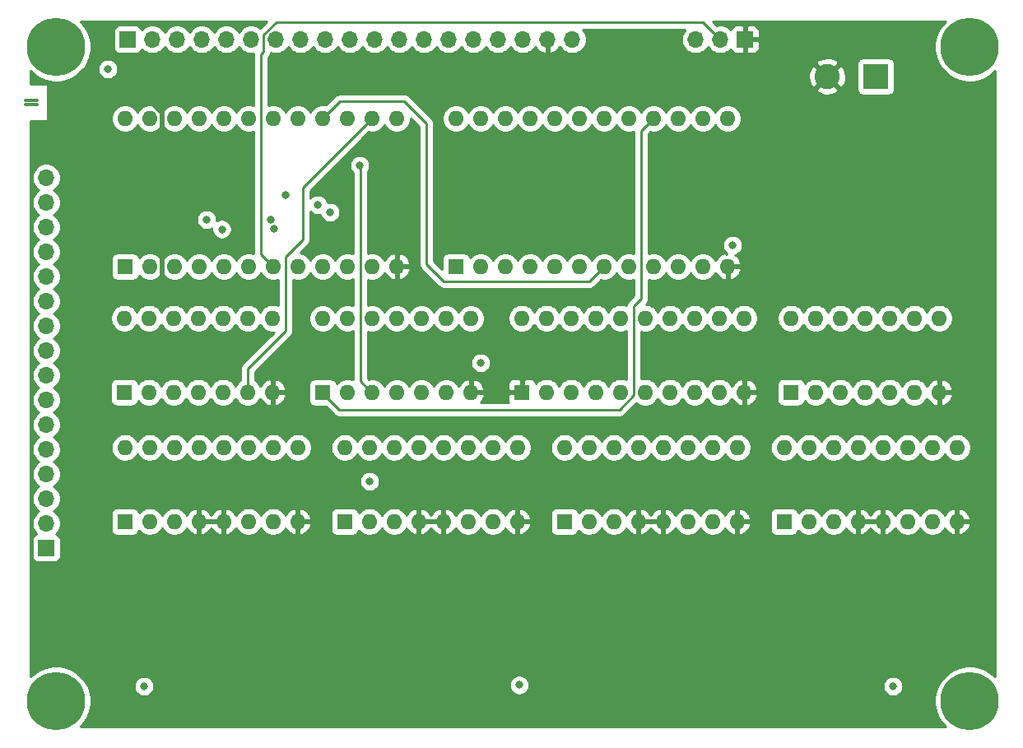
<source format=gbr>
%TF.GenerationSoftware,KiCad,Pcbnew,(5.1.9-0-10_14)*%
%TF.CreationDate,2021-07-06T01:07:33-04:00*%
%TF.ProjectId,ALU-181,414c552d-3138-4312-9e6b-696361645f70,rev?*%
%TF.SameCoordinates,Original*%
%TF.FileFunction,Copper,L4,Bot*%
%TF.FilePolarity,Positive*%
%FSLAX46Y46*%
G04 Gerber Fmt 4.6, Leading zero omitted, Abs format (unit mm)*
G04 Created by KiCad (PCBNEW (5.1.9-0-10_14)) date 2021-07-06 01:07:33*
%MOMM*%
%LPD*%
G01*
G04 APERTURE LIST*
%TA.AperFunction,NonConductor*%
%ADD10C,0.300000*%
%TD*%
%TA.AperFunction,ComponentPad*%
%ADD11O,1.600000X1.600000*%
%TD*%
%TA.AperFunction,ComponentPad*%
%ADD12R,1.600000X1.600000*%
%TD*%
%TA.AperFunction,ComponentPad*%
%ADD13O,1.700000X1.700000*%
%TD*%
%TA.AperFunction,ComponentPad*%
%ADD14R,1.700000X1.700000*%
%TD*%
%TA.AperFunction,ComponentPad*%
%ADD15C,0.800000*%
%TD*%
%TA.AperFunction,ComponentPad*%
%ADD16C,6.000000*%
%TD*%
%TA.AperFunction,ComponentPad*%
%ADD17C,2.600000*%
%TD*%
%TA.AperFunction,ComponentPad*%
%ADD18R,2.600000X2.600000*%
%TD*%
%TA.AperFunction,ViaPad*%
%ADD19C,0.800000*%
%TD*%
%TA.AperFunction,Conductor*%
%ADD20C,0.500000*%
%TD*%
%TA.AperFunction,Conductor*%
%ADD21C,0.250000*%
%TD*%
%TA.AperFunction,Conductor*%
%ADD22C,0.254000*%
%TD*%
%TA.AperFunction,Conductor*%
%ADD23C,0.100000*%
%TD*%
G04 APERTURE END LIST*
D10*
X94805428Y-12846857D02*
X93662571Y-12846857D01*
X93662571Y-13275428D02*
X94805428Y-13275428D01*
D11*
%TO.P,U7,14*%
%TO.N,VCC*%
X124206000Y-35306000D03*
%TO.P,U7,7*%
%TO.N,GND*%
X139446000Y-42926000D03*
%TO.P,U7,13*%
%TO.N,N/C*%
X126746000Y-35306000D03*
%TO.P,U7,6*%
%TO.N,!ALU_S3*%
X136906000Y-42926000D03*
%TO.P,U7,12*%
%TO.N,N/C*%
X129286000Y-35306000D03*
%TO.P,U7,5*%
%TO.N,ALU_S3*%
X134366000Y-42926000D03*
%TO.P,U7,11*%
%TO.N,N/C*%
X131826000Y-35306000D03*
%TO.P,U7,4*%
%TO.N,NOT_ALU_OUT*%
X131826000Y-42926000D03*
%TO.P,U7,10*%
%TO.N,N/C*%
X134366000Y-35306000D03*
%TO.P,U7,3*%
%TO.N,ALU_OUT*%
X129286000Y-42926000D03*
%TO.P,U7,9*%
%TO.N,ALU_MODE*%
X136906000Y-35306000D03*
%TO.P,U7,2*%
%TO.N,NOT_CARRY*%
X126746000Y-42926000D03*
%TO.P,U7,8*%
%TO.N,!ALU_MODE*%
X139446000Y-35306000D03*
D12*
%TO.P,U7,1*%
%TO.N,CARRY*%
X124206000Y-42926000D03*
%TD*%
D13*
%TO.P,J2,19*%
%TO.N,VCC*%
X149860000Y-6604000D03*
%TO.P,J2,18*%
%TO.N,GND*%
X147320000Y-6604000D03*
%TO.P,J2,17*%
%TO.N,BUS_00*%
X144780000Y-6604000D03*
%TO.P,J2,16*%
%TO.N,BUS_01*%
X142240000Y-6604000D03*
%TO.P,J2,15*%
%TO.N,BUS_02*%
X139700000Y-6604000D03*
%TO.P,J2,14*%
%TO.N,BUS_03*%
X137160000Y-6604000D03*
%TO.P,J2,13*%
%TO.N,BUS_04*%
X134620000Y-6604000D03*
%TO.P,J2,12*%
%TO.N,BUS_05*%
X132080000Y-6604000D03*
%TO.P,J2,11*%
%TO.N,BUS_06*%
X129540000Y-6604000D03*
%TO.P,J2,10*%
%TO.N,BUS_07*%
X127000000Y-6604000D03*
%TO.P,J2,9*%
%TO.N,ALU_OUT*%
X124460000Y-6604000D03*
%TO.P,J2,8*%
%TO.N,ALU_S3*%
X121920000Y-6604000D03*
%TO.P,J2,7*%
%TO.N,ALU_S2*%
X119380000Y-6604000D03*
%TO.P,J2,6*%
%TO.N,ALU_S1*%
X116840000Y-6604000D03*
%TO.P,J2,5*%
%TO.N,ALU_S0*%
X114300000Y-6604000D03*
%TO.P,J2,4*%
%TO.N,ALU_MODE*%
X111760000Y-6604000D03*
%TO.P,J2,3*%
%TO.N,NOT_CARRY*%
X109220000Y-6604000D03*
%TO.P,J2,2*%
%TO.N,A_EQ_B*%
X106680000Y-6604000D03*
D14*
%TO.P,J2,1*%
%TO.N,A_GT_B*%
X104140000Y-6604000D03*
%TD*%
D13*
%TO.P,J17,3*%
%TO.N,VCC*%
X162560000Y-6604000D03*
%TO.P,J17,2*%
%TO.N,Net-(J17-Pad2)*%
X165100000Y-6604000D03*
D14*
%TO.P,J17,1*%
%TO.N,GND*%
X167640000Y-6604000D03*
%TD*%
D11*
%TO.P,U5,16*%
%TO.N,VCC*%
X171674000Y-48588000D03*
%TO.P,U5,8*%
%TO.N,GND*%
X189454000Y-56208000D03*
%TO.P,U5,15*%
%TO.N,Net-(D40-Pad1)*%
X174214000Y-48588000D03*
%TO.P,U5,7*%
%TO.N,Net-(D33-Pad1)*%
X186914000Y-56208000D03*
%TO.P,U5,14*%
%TO.N,Net-(D39-Pad1)*%
X176754000Y-48588000D03*
%TO.P,U5,6*%
%TO.N,Net-(U3-Pad3)*%
X184374000Y-56208000D03*
%TO.P,U5,13*%
%TO.N,Net-(D38-Pad1)*%
X179294000Y-48588000D03*
%TO.P,U5,5*%
%TO.N,GND*%
X181834000Y-56208000D03*
%TO.P,U5,12*%
%TO.N,Net-(D37-Pad1)*%
X181834000Y-48588000D03*
%TO.P,U5,4*%
%TO.N,GND*%
X179294000Y-56208000D03*
%TO.P,U5,11*%
%TO.N,Net-(D36-Pad1)*%
X184374000Y-48588000D03*
%TO.P,U5,3*%
%TO.N,ALU_S2*%
X176754000Y-56208000D03*
%TO.P,U5,10*%
%TO.N,Net-(D35-Pad1)*%
X186914000Y-48588000D03*
%TO.P,U5,2*%
%TO.N,ALU_S1*%
X174214000Y-56208000D03*
%TO.P,U5,9*%
%TO.N,Net-(D34-Pad1)*%
X189454000Y-48588000D03*
D12*
%TO.P,U5,1*%
%TO.N,ALU_S0*%
X171674000Y-56208000D03*
%TD*%
D11*
%TO.P,U4,16*%
%TO.N,VCC*%
X149068000Y-48588000D03*
%TO.P,U4,8*%
%TO.N,GND*%
X166848000Y-56208000D03*
%TO.P,U4,15*%
%TO.N,Net-(D32-Pad1)*%
X151608000Y-48588000D03*
%TO.P,U4,7*%
%TO.N,Net-(D25-Pad1)*%
X164308000Y-56208000D03*
%TO.P,U4,14*%
%TO.N,Net-(D31-Pad1)*%
X154148000Y-48588000D03*
%TO.P,U4,6*%
%TO.N,Net-(U3-Pad6)*%
X161768000Y-56208000D03*
%TO.P,U4,13*%
%TO.N,Net-(D30-Pad1)*%
X156688000Y-48588000D03*
%TO.P,U4,5*%
%TO.N,GND*%
X159228000Y-56208000D03*
%TO.P,U4,12*%
%TO.N,Net-(D29-Pad1)*%
X159228000Y-48588000D03*
%TO.P,U4,4*%
%TO.N,GND*%
X156688000Y-56208000D03*
%TO.P,U4,11*%
%TO.N,Net-(D28-Pad1)*%
X161768000Y-48588000D03*
%TO.P,U4,3*%
%TO.N,ALU_S2*%
X154148000Y-56208000D03*
%TO.P,U4,10*%
%TO.N,Net-(D27-Pad1)*%
X164308000Y-48588000D03*
%TO.P,U4,2*%
%TO.N,ALU_S1*%
X151608000Y-56208000D03*
%TO.P,U4,9*%
%TO.N,Net-(D26-Pad1)*%
X166848000Y-48588000D03*
D12*
%TO.P,U4,1*%
%TO.N,ALU_S0*%
X149068000Y-56208000D03*
%TD*%
D11*
%TO.P,U3,14*%
%TO.N,VCC*%
X172382000Y-35284000D03*
%TO.P,U3,7*%
%TO.N,GND*%
X187622000Y-42904000D03*
%TO.P,U3,13*%
%TO.N,ALU_S3*%
X174922000Y-35284000D03*
%TO.P,U3,6*%
%TO.N,Net-(U3-Pad6)*%
X185082000Y-42904000D03*
%TO.P,U3,12*%
%TO.N,!ALU_MODE*%
X177462000Y-35284000D03*
%TO.P,U3,5*%
%TO.N,ALU_MODE*%
X182542000Y-42904000D03*
%TO.P,U3,11*%
%TO.N,Net-(U2-Pad6)*%
X180002000Y-35284000D03*
%TO.P,U3,4*%
%TO.N,!ALU_S3*%
X180002000Y-42904000D03*
%TO.P,U3,10*%
X182542000Y-35284000D03*
%TO.P,U3,3*%
%TO.N,Net-(U3-Pad3)*%
X177462000Y-42904000D03*
%TO.P,U3,9*%
%TO.N,!ALU_MODE*%
X185082000Y-35284000D03*
%TO.P,U3,2*%
%TO.N,ALU_MODE*%
X174922000Y-42904000D03*
%TO.P,U3,8*%
%TO.N,Net-(U1-Pad6)*%
X187622000Y-35284000D03*
D12*
%TO.P,U3,1*%
%TO.N,ALU_S3*%
X172382000Y-42904000D03*
%TD*%
D11*
%TO.P,U2,16*%
%TO.N,VCC*%
X126462000Y-48588000D03*
%TO.P,U2,8*%
%TO.N,GND*%
X144242000Y-56208000D03*
%TO.P,U2,15*%
%TO.N,Net-(D24-Pad1)*%
X129002000Y-48588000D03*
%TO.P,U2,7*%
%TO.N,Net-(D17-Pad1)*%
X141702000Y-56208000D03*
%TO.P,U2,14*%
%TO.N,Net-(D23-Pad1)*%
X131542000Y-48588000D03*
%TO.P,U2,6*%
%TO.N,Net-(U2-Pad6)*%
X139162000Y-56208000D03*
%TO.P,U2,13*%
%TO.N,Net-(D22-Pad1)*%
X134082000Y-48588000D03*
%TO.P,U2,5*%
%TO.N,GND*%
X136622000Y-56208000D03*
%TO.P,U2,12*%
%TO.N,Net-(D21-Pad1)*%
X136622000Y-48588000D03*
%TO.P,U2,4*%
%TO.N,GND*%
X134082000Y-56208000D03*
%TO.P,U2,11*%
%TO.N,Net-(D20-Pad1)*%
X139162000Y-48588000D03*
%TO.P,U2,3*%
%TO.N,ALU_S2*%
X131542000Y-56208000D03*
%TO.P,U2,10*%
%TO.N,Net-(D19-Pad1)*%
X141702000Y-48588000D03*
%TO.P,U2,2*%
%TO.N,ALU_S1*%
X129002000Y-56208000D03*
%TO.P,U2,9*%
%TO.N,Net-(D18-Pad1)*%
X144242000Y-48588000D03*
D12*
%TO.P,U2,1*%
%TO.N,ALU_S0*%
X126462000Y-56208000D03*
%TD*%
D11*
%TO.P,U1,16*%
%TO.N,VCC*%
X103856000Y-48588000D03*
%TO.P,U1,8*%
%TO.N,GND*%
X121636000Y-56208000D03*
%TO.P,U1,15*%
%TO.N,Net-(D16-Pad1)*%
X106396000Y-48588000D03*
%TO.P,U1,7*%
%TO.N,Net-(D9-Pad1)*%
X119096000Y-56208000D03*
%TO.P,U1,14*%
%TO.N,Net-(D15-Pad1)*%
X108936000Y-48588000D03*
%TO.P,U1,6*%
%TO.N,Net-(U1-Pad6)*%
X116556000Y-56208000D03*
%TO.P,U1,13*%
%TO.N,Net-(D14-Pad1)*%
X111476000Y-48588000D03*
%TO.P,U1,5*%
%TO.N,GND*%
X114016000Y-56208000D03*
%TO.P,U1,12*%
%TO.N,Net-(D13-Pad1)*%
X114016000Y-48588000D03*
%TO.P,U1,4*%
%TO.N,GND*%
X111476000Y-56208000D03*
%TO.P,U1,11*%
%TO.N,Net-(D12-Pad1)*%
X116556000Y-48588000D03*
%TO.P,U1,3*%
%TO.N,ALU_S2*%
X108936000Y-56208000D03*
%TO.P,U1,10*%
%TO.N,Net-(D11-Pad1)*%
X119096000Y-48588000D03*
%TO.P,U1,2*%
%TO.N,ALU_S1*%
X106396000Y-56208000D03*
%TO.P,U1,9*%
%TO.N,Net-(D10-Pad1)*%
X121636000Y-48588000D03*
D12*
%TO.P,U1,1*%
%TO.N,ALU_S0*%
X103856000Y-56208000D03*
%TD*%
D15*
%TO.P,REF\u002A\u002A,1*%
%TO.N,N/C*%
X192344990Y-73085010D03*
X190754000Y-72426000D03*
X189163010Y-73085010D03*
X188504000Y-74676000D03*
X189163010Y-76266990D03*
X190754000Y-76926000D03*
X192344990Y-76266990D03*
X193004000Y-74676000D03*
D16*
X190754000Y-74676000D03*
%TD*%
%TO.P,REF\u002A\u002A,1*%
%TO.N,N/C*%
X190754000Y-7366000D03*
D15*
X193004000Y-7366000D03*
X192344990Y-8956990D03*
X190754000Y-9616000D03*
X189163010Y-8956990D03*
X188504000Y-7366000D03*
X189163010Y-5775010D03*
X190754000Y-5116000D03*
X192344990Y-5775010D03*
%TD*%
D16*
%TO.P,REF\u002A\u002A,1*%
%TO.N,N/C*%
X96774000Y-74676000D03*
D15*
X99024000Y-74676000D03*
X98364990Y-76266990D03*
X96774000Y-76926000D03*
X95183010Y-76266990D03*
X94524000Y-74676000D03*
X95183010Y-73085010D03*
X96774000Y-72426000D03*
X98364990Y-73085010D03*
%TD*%
%TO.P,REF\u002A\u002A,1*%
%TO.N,N/C*%
X98364990Y-5775010D03*
X96774000Y-5116000D03*
X95183010Y-5775010D03*
X94524000Y-7366000D03*
X95183010Y-8956990D03*
X96774000Y-9616000D03*
X98364990Y-8956990D03*
X99024000Y-7366000D03*
D16*
X96774000Y-7366000D03*
%TD*%
D13*
%TO.P,J4,16*%
%TO.N,A0*%
X95758000Y-20828000D03*
%TO.P,J4,15*%
%TO.N,A1*%
X95758000Y-23368000D03*
%TO.P,J4,14*%
%TO.N,A2*%
X95758000Y-25908000D03*
%TO.P,J4,13*%
%TO.N,A3*%
X95758000Y-28448000D03*
%TO.P,J4,12*%
%TO.N,A4*%
X95758000Y-30988000D03*
%TO.P,J4,11*%
%TO.N,A5*%
X95758000Y-33528000D03*
%TO.P,J4,10*%
%TO.N,A6*%
X95758000Y-36068000D03*
%TO.P,J4,9*%
%TO.N,A7*%
X95758000Y-38608000D03*
%TO.P,J4,8*%
%TO.N,B0*%
X95758000Y-41148000D03*
%TO.P,J4,7*%
%TO.N,B1*%
X95758000Y-43688000D03*
%TO.P,J4,6*%
%TO.N,B2*%
X95758000Y-46228000D03*
%TO.P,J4,5*%
%TO.N,B3*%
X95758000Y-48768000D03*
%TO.P,J4,4*%
%TO.N,B4*%
X95758000Y-51308000D03*
%TO.P,J4,3*%
%TO.N,B5*%
X95758000Y-53848000D03*
%TO.P,J4,2*%
%TO.N,B6*%
X95758000Y-56388000D03*
D14*
%TO.P,J4,1*%
%TO.N,B7*%
X95758000Y-58928000D03*
%TD*%
D11*
%TO.P,U11,24*%
%TO.N,VCC*%
X103886000Y-14732000D03*
%TO.P,U11,12*%
%TO.N,GND*%
X131826000Y-29972000D03*
%TO.P,U11,23*%
%TO.N,A1*%
X106426000Y-14732000D03*
%TO.P,U11,11*%
%TO.N,F2*%
X129286000Y-29972000D03*
%TO.P,U11,22*%
%TO.N,B1*%
X108966000Y-14732000D03*
%TO.P,U11,10*%
%TO.N,F1*%
X126746000Y-29972000D03*
%TO.P,U11,21*%
%TO.N,A2*%
X111506000Y-14732000D03*
%TO.P,U11,9*%
%TO.N,F0*%
X124206000Y-29972000D03*
%TO.P,U11,20*%
%TO.N,B2*%
X114046000Y-14732000D03*
%TO.P,U11,8*%
%TO.N,ALU_MODE*%
X121666000Y-29972000D03*
%TO.P,U11,19*%
%TO.N,A3*%
X116586000Y-14732000D03*
%TO.P,U11,7*%
%TO.N,Net-(J17-Pad2)*%
X119126000Y-29972000D03*
%TO.P,U11,18*%
%TO.N,B3*%
X119126000Y-14732000D03*
%TO.P,U11,6*%
%TO.N,ALU_S0*%
X116586000Y-29972000D03*
%TO.P,U11,17*%
%TO.N,Net-(U11-Pad17)*%
X121666000Y-14732000D03*
%TO.P,U11,5*%
%TO.N,ALU_S1*%
X114046000Y-29972000D03*
%TO.P,U11,16*%
%TO.N,CN+4*%
X124206000Y-14732000D03*
%TO.P,U11,4*%
%TO.N,ALU_S2*%
X111506000Y-29972000D03*
%TO.P,U11,15*%
%TO.N,Net-(U11-Pad15)*%
X126746000Y-14732000D03*
%TO.P,U11,3*%
%TO.N,ALU_S3*%
X108966000Y-29972000D03*
%TO.P,U11,14*%
%TO.N,A_EQ_B*%
X129286000Y-14732000D03*
%TO.P,U11,2*%
%TO.N,A0*%
X106426000Y-29972000D03*
%TO.P,U11,13*%
%TO.N,F3*%
X131826000Y-14732000D03*
D12*
%TO.P,U11,1*%
%TO.N,B0*%
X103886000Y-29972000D03*
%TD*%
D11*
%TO.P,U10,20*%
%TO.N,VCC*%
X144696000Y-35284000D03*
%TO.P,U10,10*%
%TO.N,GND*%
X167556000Y-42904000D03*
%TO.P,U10,19*%
%TO.N,NOT_ALU_OUT*%
X147236000Y-35284000D03*
%TO.P,U10,9*%
%TO.N,BUS_00*%
X165016000Y-42904000D03*
%TO.P,U10,18*%
%TO.N,F7*%
X149776000Y-35284000D03*
%TO.P,U10,8*%
%TO.N,BUS_01*%
X162476000Y-42904000D03*
%TO.P,U10,17*%
%TO.N,F6*%
X152316000Y-35284000D03*
%TO.P,U10,7*%
%TO.N,BUS_02*%
X159936000Y-42904000D03*
%TO.P,U10,16*%
%TO.N,F5*%
X154856000Y-35284000D03*
%TO.P,U10,6*%
%TO.N,BUS_03*%
X157396000Y-42904000D03*
%TO.P,U10,15*%
%TO.N,F4*%
X157396000Y-35284000D03*
%TO.P,U10,5*%
%TO.N,BUS_04*%
X154856000Y-42904000D03*
%TO.P,U10,14*%
%TO.N,F3*%
X159936000Y-35284000D03*
%TO.P,U10,4*%
%TO.N,BUS_05*%
X152316000Y-42904000D03*
%TO.P,U10,13*%
%TO.N,F2*%
X162476000Y-35284000D03*
%TO.P,U10,3*%
%TO.N,BUS_06*%
X149776000Y-42904000D03*
%TO.P,U10,12*%
%TO.N,F1*%
X165016000Y-35284000D03*
%TO.P,U10,2*%
%TO.N,BUS_07*%
X147236000Y-42904000D03*
%TO.P,U10,11*%
%TO.N,F0*%
X167556000Y-35284000D03*
D12*
%TO.P,U10,1*%
%TO.N,GND*%
X144696000Y-42904000D03*
%TD*%
D11*
%TO.P,U9,24*%
%TO.N,VCC*%
X137922000Y-14732000D03*
%TO.P,U9,12*%
%TO.N,GND*%
X165862000Y-29972000D03*
%TO.P,U9,23*%
%TO.N,A5*%
X140462000Y-14732000D03*
%TO.P,U9,11*%
%TO.N,F6*%
X163322000Y-29972000D03*
%TO.P,U9,22*%
%TO.N,B5*%
X143002000Y-14732000D03*
%TO.P,U9,10*%
%TO.N,F5*%
X160782000Y-29972000D03*
%TO.P,U9,21*%
%TO.N,A6*%
X145542000Y-14732000D03*
%TO.P,U9,9*%
%TO.N,F4*%
X158242000Y-29972000D03*
%TO.P,U9,20*%
%TO.N,B6*%
X148082000Y-14732000D03*
%TO.P,U9,8*%
%TO.N,ALU_MODE*%
X155702000Y-29972000D03*
%TO.P,U9,19*%
%TO.N,A7*%
X150622000Y-14732000D03*
%TO.P,U9,7*%
%TO.N,CN+4*%
X153162000Y-29972000D03*
%TO.P,U9,18*%
%TO.N,B7*%
X153162000Y-14732000D03*
%TO.P,U9,6*%
%TO.N,ALU_S0*%
X150622000Y-29972000D03*
%TO.P,U9,17*%
%TO.N,Net-(U9-Pad17)*%
X155702000Y-14732000D03*
%TO.P,U9,5*%
%TO.N,ALU_S1*%
X148082000Y-29972000D03*
%TO.P,U9,16*%
%TO.N,CARRY*%
X158242000Y-14732000D03*
%TO.P,U9,4*%
%TO.N,ALU_S2*%
X145542000Y-29972000D03*
%TO.P,U9,15*%
%TO.N,Net-(U9-Pad15)*%
X160782000Y-14732000D03*
%TO.P,U9,3*%
%TO.N,ALU_S3*%
X143002000Y-29972000D03*
%TO.P,U9,14*%
%TO.N,A_EQ_B*%
X163322000Y-14732000D03*
%TO.P,U9,2*%
%TO.N,A4*%
X140462000Y-29972000D03*
%TO.P,U9,13*%
%TO.N,F7*%
X165862000Y-14732000D03*
D12*
%TO.P,U9,1*%
%TO.N,B4*%
X137922000Y-29972000D03*
%TD*%
D11*
%TO.P,U8,14*%
%TO.N,VCC*%
X103802000Y-35284000D03*
%TO.P,U8,7*%
%TO.N,GND*%
X119042000Y-42904000D03*
%TO.P,U8,13*%
%TO.N,N/C*%
X106342000Y-35284000D03*
%TO.P,U8,6*%
%TO.N,A_EQ_B*%
X116502000Y-42904000D03*
%TO.P,U8,12*%
%TO.N,N/C*%
X108882000Y-35284000D03*
%TO.P,U8,5*%
%TO.N,CARRY*%
X113962000Y-42904000D03*
%TO.P,U8,11*%
%TO.N,N/C*%
X111422000Y-35284000D03*
%TO.P,U8,4*%
%TO.N,A_GT_B*%
X111422000Y-42904000D03*
%TO.P,U8,10*%
%TO.N,N/C*%
X113962000Y-35284000D03*
%TO.P,U8,3*%
X108882000Y-42904000D03*
%TO.P,U8,9*%
X116502000Y-35284000D03*
%TO.P,U8,2*%
X106342000Y-42904000D03*
%TO.P,U8,8*%
X119042000Y-35284000D03*
D12*
%TO.P,U8,1*%
X103802000Y-42904000D03*
%TD*%
D17*
%TO.P,J3,2*%
%TO.N,GND*%
X176102000Y-10414000D03*
D18*
%TO.P,J3,1*%
%TO.N,VCC*%
X181102000Y-10414000D03*
%TD*%
D19*
%TO.N,VCC*%
X182880000Y-73152000D03*
X105801500Y-73152000D03*
X144410000Y-73030000D03*
%TO.N,GND*%
X176276000Y-32766000D03*
X148314000Y-32744000D03*
X107696000Y-32766000D03*
X107696000Y-45720000D03*
X130810000Y-19558000D03*
X107569000Y-11557000D03*
X96520000Y-11684000D03*
%TO.N,ALU_OUT*%
X128016000Y-19558000D03*
%TO.N,ALU_S2*%
X113831777Y-26131542D03*
X119188231Y-26094695D03*
%TO.N,ALU_S1*%
X129032000Y-52070000D03*
%TO.N,F4*%
X166370000Y-27770021D03*
%TO.N,A_EQ_B*%
X102108000Y-9652000D03*
%TO.N,A5*%
X120396000Y-22606000D03*
%TO.N,A6*%
X123698000Y-23622000D03*
%TO.N,A7*%
X124968000Y-24384000D03*
%TO.N,B2*%
X112263340Y-25141340D03*
%TO.N,B3*%
X118872000Y-25146000D03*
%TO.N,!ALU_MODE*%
X140462000Y-39878000D03*
%TD*%
D20*
%TO.N,GND*%
X107696000Y-14151998D02*
X106172000Y-12627998D01*
X107696000Y-32766000D02*
X107696000Y-14151998D01*
X106172000Y-12627998D02*
X106172000Y-11938000D01*
D21*
%TO.N,ALU_OUT*%
X128076999Y-41778999D02*
X128076999Y-19618999D01*
X129202000Y-42904000D02*
X128076999Y-41778999D01*
X128076999Y-19618999D02*
X128016000Y-19558000D01*
%TO.N,ALU_S2*%
X119193305Y-26094695D02*
X119188231Y-26094695D01*
%TO.N,CN+4*%
X124206000Y-14732000D02*
X125984000Y-12954000D01*
X125984000Y-12954000D02*
X132588000Y-12954000D01*
X132588000Y-12954000D02*
X134874000Y-15240000D01*
X134874000Y-15240000D02*
X134874000Y-29718000D01*
X134874000Y-29718000D02*
X136652000Y-31496000D01*
X151638000Y-31496000D02*
X153162000Y-29972000D01*
X136652000Y-31496000D02*
X151638000Y-31496000D01*
%TO.N,A_EQ_B*%
X120396000Y-28956000D02*
X120396000Y-36576000D01*
X120396000Y-36576000D02*
X116502000Y-40470000D01*
X122174000Y-27178000D02*
X120396000Y-28956000D01*
X116502000Y-40470000D02*
X116502000Y-42904000D01*
X122174000Y-21844000D02*
X122174000Y-27178000D01*
X129286000Y-14732000D02*
X122174000Y-21844000D01*
%TO.N,Net-(J17-Pad2)*%
X117856000Y-8128000D02*
X117856000Y-28702000D01*
X117856000Y-28702000D02*
X119126000Y-29972000D01*
X165100000Y-6604000D02*
X163322000Y-4826000D01*
X163322000Y-4826000D02*
X119418998Y-4826000D01*
X118110000Y-7874000D02*
X117856000Y-8128000D01*
X118110000Y-6134998D02*
X118110000Y-7874000D01*
X119418998Y-4826000D02*
X118110000Y-6134998D01*
%TO.N,CARRY*%
X125922000Y-44704000D02*
X124122000Y-42904000D01*
X154721002Y-44704000D02*
X125922000Y-44704000D01*
X156210000Y-34036000D02*
X156210000Y-43215002D01*
X156210000Y-43215002D02*
X154721002Y-44704000D01*
X158242000Y-14732000D02*
X156972000Y-16002000D01*
X156972000Y-33274000D02*
X156210000Y-34036000D01*
X156972000Y-16002000D02*
X156972000Y-33274000D01*
%TD*%
D22*
%TO.N,GND*%
X117746492Y-5423705D02*
X117543411Y-5288010D01*
X117273158Y-5176068D01*
X116986260Y-5119000D01*
X116693740Y-5119000D01*
X116406842Y-5176068D01*
X116136589Y-5288010D01*
X115893368Y-5450525D01*
X115686525Y-5657368D01*
X115570000Y-5831760D01*
X115453475Y-5657368D01*
X115246632Y-5450525D01*
X115003411Y-5288010D01*
X114733158Y-5176068D01*
X114446260Y-5119000D01*
X114153740Y-5119000D01*
X113866842Y-5176068D01*
X113596589Y-5288010D01*
X113353368Y-5450525D01*
X113146525Y-5657368D01*
X113030000Y-5831760D01*
X112913475Y-5657368D01*
X112706632Y-5450525D01*
X112463411Y-5288010D01*
X112193158Y-5176068D01*
X111906260Y-5119000D01*
X111613740Y-5119000D01*
X111326842Y-5176068D01*
X111056589Y-5288010D01*
X110813368Y-5450525D01*
X110606525Y-5657368D01*
X110490000Y-5831760D01*
X110373475Y-5657368D01*
X110166632Y-5450525D01*
X109923411Y-5288010D01*
X109653158Y-5176068D01*
X109366260Y-5119000D01*
X109073740Y-5119000D01*
X108786842Y-5176068D01*
X108516589Y-5288010D01*
X108273368Y-5450525D01*
X108066525Y-5657368D01*
X107950000Y-5831760D01*
X107833475Y-5657368D01*
X107626632Y-5450525D01*
X107383411Y-5288010D01*
X107113158Y-5176068D01*
X106826260Y-5119000D01*
X106533740Y-5119000D01*
X106246842Y-5176068D01*
X105976589Y-5288010D01*
X105733368Y-5450525D01*
X105601513Y-5582380D01*
X105579502Y-5509820D01*
X105520537Y-5399506D01*
X105441185Y-5302815D01*
X105344494Y-5223463D01*
X105234180Y-5164498D01*
X105114482Y-5128188D01*
X104990000Y-5115928D01*
X103290000Y-5115928D01*
X103165518Y-5128188D01*
X103045820Y-5164498D01*
X102935506Y-5223463D01*
X102838815Y-5302815D01*
X102759463Y-5399506D01*
X102700498Y-5509820D01*
X102664188Y-5629518D01*
X102651928Y-5754000D01*
X102651928Y-7454000D01*
X102664188Y-7578482D01*
X102700498Y-7698180D01*
X102759463Y-7808494D01*
X102838815Y-7905185D01*
X102935506Y-7984537D01*
X103045820Y-8043502D01*
X103165518Y-8079812D01*
X103290000Y-8092072D01*
X104990000Y-8092072D01*
X105114482Y-8079812D01*
X105234180Y-8043502D01*
X105344494Y-7984537D01*
X105441185Y-7905185D01*
X105520537Y-7808494D01*
X105579502Y-7698180D01*
X105601513Y-7625620D01*
X105733368Y-7757475D01*
X105976589Y-7919990D01*
X106246842Y-8031932D01*
X106533740Y-8089000D01*
X106826260Y-8089000D01*
X107113158Y-8031932D01*
X107383411Y-7919990D01*
X107626632Y-7757475D01*
X107833475Y-7550632D01*
X107950000Y-7376240D01*
X108066525Y-7550632D01*
X108273368Y-7757475D01*
X108516589Y-7919990D01*
X108786842Y-8031932D01*
X109073740Y-8089000D01*
X109366260Y-8089000D01*
X109653158Y-8031932D01*
X109923411Y-7919990D01*
X110166632Y-7757475D01*
X110373475Y-7550632D01*
X110490000Y-7376240D01*
X110606525Y-7550632D01*
X110813368Y-7757475D01*
X111056589Y-7919990D01*
X111326842Y-8031932D01*
X111613740Y-8089000D01*
X111906260Y-8089000D01*
X112193158Y-8031932D01*
X112463411Y-7919990D01*
X112706632Y-7757475D01*
X112913475Y-7550632D01*
X113030000Y-7376240D01*
X113146525Y-7550632D01*
X113353368Y-7757475D01*
X113596589Y-7919990D01*
X113866842Y-8031932D01*
X114153740Y-8089000D01*
X114446260Y-8089000D01*
X114733158Y-8031932D01*
X115003411Y-7919990D01*
X115246632Y-7757475D01*
X115453475Y-7550632D01*
X115570000Y-7376240D01*
X115686525Y-7550632D01*
X115893368Y-7757475D01*
X116136589Y-7919990D01*
X116406842Y-8031932D01*
X116693740Y-8089000D01*
X116986260Y-8089000D01*
X117098361Y-8066702D01*
X117096000Y-8090668D01*
X117096000Y-8090678D01*
X117092324Y-8128000D01*
X117096000Y-8165322D01*
X117096000Y-13390017D01*
X117004574Y-13352147D01*
X116727335Y-13297000D01*
X116444665Y-13297000D01*
X116167426Y-13352147D01*
X115906273Y-13460320D01*
X115671241Y-13617363D01*
X115471363Y-13817241D01*
X115316000Y-14049759D01*
X115160637Y-13817241D01*
X114960759Y-13617363D01*
X114725727Y-13460320D01*
X114464574Y-13352147D01*
X114187335Y-13297000D01*
X113904665Y-13297000D01*
X113627426Y-13352147D01*
X113366273Y-13460320D01*
X113131241Y-13617363D01*
X112931363Y-13817241D01*
X112776000Y-14049759D01*
X112620637Y-13817241D01*
X112420759Y-13617363D01*
X112185727Y-13460320D01*
X111924574Y-13352147D01*
X111647335Y-13297000D01*
X111364665Y-13297000D01*
X111087426Y-13352147D01*
X110826273Y-13460320D01*
X110591241Y-13617363D01*
X110391363Y-13817241D01*
X110236000Y-14049759D01*
X110080637Y-13817241D01*
X109880759Y-13617363D01*
X109645727Y-13460320D01*
X109384574Y-13352147D01*
X109107335Y-13297000D01*
X108824665Y-13297000D01*
X108547426Y-13352147D01*
X108286273Y-13460320D01*
X108051241Y-13617363D01*
X107851363Y-13817241D01*
X107696000Y-14049759D01*
X107540637Y-13817241D01*
X107340759Y-13617363D01*
X107105727Y-13460320D01*
X106844574Y-13352147D01*
X106567335Y-13297000D01*
X106284665Y-13297000D01*
X106007426Y-13352147D01*
X105746273Y-13460320D01*
X105511241Y-13617363D01*
X105311363Y-13817241D01*
X105156000Y-14049759D01*
X105000637Y-13817241D01*
X104800759Y-13617363D01*
X104565727Y-13460320D01*
X104304574Y-13352147D01*
X104027335Y-13297000D01*
X103744665Y-13297000D01*
X103467426Y-13352147D01*
X103206273Y-13460320D01*
X102971241Y-13617363D01*
X102771363Y-13817241D01*
X102614320Y-14052273D01*
X102506147Y-14313426D01*
X102451000Y-14590665D01*
X102451000Y-14873335D01*
X102506147Y-15150574D01*
X102614320Y-15411727D01*
X102771363Y-15646759D01*
X102971241Y-15846637D01*
X103206273Y-16003680D01*
X103467426Y-16111853D01*
X103744665Y-16167000D01*
X104027335Y-16167000D01*
X104304574Y-16111853D01*
X104565727Y-16003680D01*
X104800759Y-15846637D01*
X105000637Y-15646759D01*
X105156000Y-15414241D01*
X105311363Y-15646759D01*
X105511241Y-15846637D01*
X105746273Y-16003680D01*
X106007426Y-16111853D01*
X106284665Y-16167000D01*
X106567335Y-16167000D01*
X106844574Y-16111853D01*
X107105727Y-16003680D01*
X107340759Y-15846637D01*
X107540637Y-15646759D01*
X107696000Y-15414241D01*
X107851363Y-15646759D01*
X108051241Y-15846637D01*
X108286273Y-16003680D01*
X108547426Y-16111853D01*
X108824665Y-16167000D01*
X109107335Y-16167000D01*
X109384574Y-16111853D01*
X109645727Y-16003680D01*
X109880759Y-15846637D01*
X110080637Y-15646759D01*
X110236000Y-15414241D01*
X110391363Y-15646759D01*
X110591241Y-15846637D01*
X110826273Y-16003680D01*
X111087426Y-16111853D01*
X111364665Y-16167000D01*
X111647335Y-16167000D01*
X111924574Y-16111853D01*
X112185727Y-16003680D01*
X112420759Y-15846637D01*
X112620637Y-15646759D01*
X112776000Y-15414241D01*
X112931363Y-15646759D01*
X113131241Y-15846637D01*
X113366273Y-16003680D01*
X113627426Y-16111853D01*
X113904665Y-16167000D01*
X114187335Y-16167000D01*
X114464574Y-16111853D01*
X114725727Y-16003680D01*
X114960759Y-15846637D01*
X115160637Y-15646759D01*
X115316000Y-15414241D01*
X115471363Y-15646759D01*
X115671241Y-15846637D01*
X115906273Y-16003680D01*
X116167426Y-16111853D01*
X116444665Y-16167000D01*
X116727335Y-16167000D01*
X117004574Y-16111853D01*
X117096000Y-16073983D01*
X117096001Y-28630017D01*
X117004574Y-28592147D01*
X116727335Y-28537000D01*
X116444665Y-28537000D01*
X116167426Y-28592147D01*
X115906273Y-28700320D01*
X115671241Y-28857363D01*
X115471363Y-29057241D01*
X115316000Y-29289759D01*
X115160637Y-29057241D01*
X114960759Y-28857363D01*
X114725727Y-28700320D01*
X114464574Y-28592147D01*
X114187335Y-28537000D01*
X113904665Y-28537000D01*
X113627426Y-28592147D01*
X113366273Y-28700320D01*
X113131241Y-28857363D01*
X112931363Y-29057241D01*
X112776000Y-29289759D01*
X112620637Y-29057241D01*
X112420759Y-28857363D01*
X112185727Y-28700320D01*
X111924574Y-28592147D01*
X111647335Y-28537000D01*
X111364665Y-28537000D01*
X111087426Y-28592147D01*
X110826273Y-28700320D01*
X110591241Y-28857363D01*
X110391363Y-29057241D01*
X110236000Y-29289759D01*
X110080637Y-29057241D01*
X109880759Y-28857363D01*
X109645727Y-28700320D01*
X109384574Y-28592147D01*
X109107335Y-28537000D01*
X108824665Y-28537000D01*
X108547426Y-28592147D01*
X108286273Y-28700320D01*
X108051241Y-28857363D01*
X107851363Y-29057241D01*
X107696000Y-29289759D01*
X107540637Y-29057241D01*
X107340759Y-28857363D01*
X107105727Y-28700320D01*
X106844574Y-28592147D01*
X106567335Y-28537000D01*
X106284665Y-28537000D01*
X106007426Y-28592147D01*
X105746273Y-28700320D01*
X105511241Y-28857363D01*
X105312643Y-29055961D01*
X105311812Y-29047518D01*
X105275502Y-28927820D01*
X105216537Y-28817506D01*
X105137185Y-28720815D01*
X105040494Y-28641463D01*
X104930180Y-28582498D01*
X104810482Y-28546188D01*
X104686000Y-28533928D01*
X103086000Y-28533928D01*
X102961518Y-28546188D01*
X102841820Y-28582498D01*
X102731506Y-28641463D01*
X102634815Y-28720815D01*
X102555463Y-28817506D01*
X102496498Y-28927820D01*
X102460188Y-29047518D01*
X102447928Y-29172000D01*
X102447928Y-30772000D01*
X102460188Y-30896482D01*
X102496498Y-31016180D01*
X102555463Y-31126494D01*
X102634815Y-31223185D01*
X102731506Y-31302537D01*
X102841820Y-31361502D01*
X102961518Y-31397812D01*
X103086000Y-31410072D01*
X104686000Y-31410072D01*
X104810482Y-31397812D01*
X104930180Y-31361502D01*
X105040494Y-31302537D01*
X105137185Y-31223185D01*
X105216537Y-31126494D01*
X105275502Y-31016180D01*
X105311812Y-30896482D01*
X105312643Y-30888039D01*
X105511241Y-31086637D01*
X105746273Y-31243680D01*
X106007426Y-31351853D01*
X106284665Y-31407000D01*
X106567335Y-31407000D01*
X106844574Y-31351853D01*
X107105727Y-31243680D01*
X107340759Y-31086637D01*
X107540637Y-30886759D01*
X107696000Y-30654241D01*
X107851363Y-30886759D01*
X108051241Y-31086637D01*
X108286273Y-31243680D01*
X108547426Y-31351853D01*
X108824665Y-31407000D01*
X109107335Y-31407000D01*
X109384574Y-31351853D01*
X109645727Y-31243680D01*
X109880759Y-31086637D01*
X110080637Y-30886759D01*
X110236000Y-30654241D01*
X110391363Y-30886759D01*
X110591241Y-31086637D01*
X110826273Y-31243680D01*
X111087426Y-31351853D01*
X111364665Y-31407000D01*
X111647335Y-31407000D01*
X111924574Y-31351853D01*
X112185727Y-31243680D01*
X112420759Y-31086637D01*
X112620637Y-30886759D01*
X112776000Y-30654241D01*
X112931363Y-30886759D01*
X113131241Y-31086637D01*
X113366273Y-31243680D01*
X113627426Y-31351853D01*
X113904665Y-31407000D01*
X114187335Y-31407000D01*
X114464574Y-31351853D01*
X114725727Y-31243680D01*
X114960759Y-31086637D01*
X115160637Y-30886759D01*
X115316000Y-30654241D01*
X115471363Y-30886759D01*
X115671241Y-31086637D01*
X115906273Y-31243680D01*
X116167426Y-31351853D01*
X116444665Y-31407000D01*
X116727335Y-31407000D01*
X117004574Y-31351853D01*
X117265727Y-31243680D01*
X117500759Y-31086637D01*
X117700637Y-30886759D01*
X117856000Y-30654241D01*
X118011363Y-30886759D01*
X118211241Y-31086637D01*
X118446273Y-31243680D01*
X118707426Y-31351853D01*
X118984665Y-31407000D01*
X119267335Y-31407000D01*
X119544574Y-31351853D01*
X119636000Y-31313983D01*
X119636001Y-33976811D01*
X119460574Y-33904147D01*
X119183335Y-33849000D01*
X118900665Y-33849000D01*
X118623426Y-33904147D01*
X118362273Y-34012320D01*
X118127241Y-34169363D01*
X117927363Y-34369241D01*
X117772000Y-34601759D01*
X117616637Y-34369241D01*
X117416759Y-34169363D01*
X117181727Y-34012320D01*
X116920574Y-33904147D01*
X116643335Y-33849000D01*
X116360665Y-33849000D01*
X116083426Y-33904147D01*
X115822273Y-34012320D01*
X115587241Y-34169363D01*
X115387363Y-34369241D01*
X115232000Y-34601759D01*
X115076637Y-34369241D01*
X114876759Y-34169363D01*
X114641727Y-34012320D01*
X114380574Y-33904147D01*
X114103335Y-33849000D01*
X113820665Y-33849000D01*
X113543426Y-33904147D01*
X113282273Y-34012320D01*
X113047241Y-34169363D01*
X112847363Y-34369241D01*
X112692000Y-34601759D01*
X112536637Y-34369241D01*
X112336759Y-34169363D01*
X112101727Y-34012320D01*
X111840574Y-33904147D01*
X111563335Y-33849000D01*
X111280665Y-33849000D01*
X111003426Y-33904147D01*
X110742273Y-34012320D01*
X110507241Y-34169363D01*
X110307363Y-34369241D01*
X110152000Y-34601759D01*
X109996637Y-34369241D01*
X109796759Y-34169363D01*
X109561727Y-34012320D01*
X109300574Y-33904147D01*
X109023335Y-33849000D01*
X108740665Y-33849000D01*
X108463426Y-33904147D01*
X108202273Y-34012320D01*
X107967241Y-34169363D01*
X107767363Y-34369241D01*
X107612000Y-34601759D01*
X107456637Y-34369241D01*
X107256759Y-34169363D01*
X107021727Y-34012320D01*
X106760574Y-33904147D01*
X106483335Y-33849000D01*
X106200665Y-33849000D01*
X105923426Y-33904147D01*
X105662273Y-34012320D01*
X105427241Y-34169363D01*
X105227363Y-34369241D01*
X105072000Y-34601759D01*
X104916637Y-34369241D01*
X104716759Y-34169363D01*
X104481727Y-34012320D01*
X104220574Y-33904147D01*
X103943335Y-33849000D01*
X103660665Y-33849000D01*
X103383426Y-33904147D01*
X103122273Y-34012320D01*
X102887241Y-34169363D01*
X102687363Y-34369241D01*
X102530320Y-34604273D01*
X102422147Y-34865426D01*
X102367000Y-35142665D01*
X102367000Y-35425335D01*
X102422147Y-35702574D01*
X102530320Y-35963727D01*
X102687363Y-36198759D01*
X102887241Y-36398637D01*
X103122273Y-36555680D01*
X103383426Y-36663853D01*
X103660665Y-36719000D01*
X103943335Y-36719000D01*
X104220574Y-36663853D01*
X104481727Y-36555680D01*
X104716759Y-36398637D01*
X104916637Y-36198759D01*
X105072000Y-35966241D01*
X105227363Y-36198759D01*
X105427241Y-36398637D01*
X105662273Y-36555680D01*
X105923426Y-36663853D01*
X106200665Y-36719000D01*
X106483335Y-36719000D01*
X106760574Y-36663853D01*
X107021727Y-36555680D01*
X107256759Y-36398637D01*
X107456637Y-36198759D01*
X107612000Y-35966241D01*
X107767363Y-36198759D01*
X107967241Y-36398637D01*
X108202273Y-36555680D01*
X108463426Y-36663853D01*
X108740665Y-36719000D01*
X109023335Y-36719000D01*
X109300574Y-36663853D01*
X109561727Y-36555680D01*
X109796759Y-36398637D01*
X109996637Y-36198759D01*
X110152000Y-35966241D01*
X110307363Y-36198759D01*
X110507241Y-36398637D01*
X110742273Y-36555680D01*
X111003426Y-36663853D01*
X111280665Y-36719000D01*
X111563335Y-36719000D01*
X111840574Y-36663853D01*
X112101727Y-36555680D01*
X112336759Y-36398637D01*
X112536637Y-36198759D01*
X112692000Y-35966241D01*
X112847363Y-36198759D01*
X113047241Y-36398637D01*
X113282273Y-36555680D01*
X113543426Y-36663853D01*
X113820665Y-36719000D01*
X114103335Y-36719000D01*
X114380574Y-36663853D01*
X114641727Y-36555680D01*
X114876759Y-36398637D01*
X115076637Y-36198759D01*
X115232000Y-35966241D01*
X115387363Y-36198759D01*
X115587241Y-36398637D01*
X115822273Y-36555680D01*
X116083426Y-36663853D01*
X116360665Y-36719000D01*
X116643335Y-36719000D01*
X116920574Y-36663853D01*
X117181727Y-36555680D01*
X117416759Y-36398637D01*
X117616637Y-36198759D01*
X117772000Y-35966241D01*
X117927363Y-36198759D01*
X118127241Y-36398637D01*
X118362273Y-36555680D01*
X118623426Y-36663853D01*
X118900665Y-36719000D01*
X119178198Y-36719000D01*
X115991003Y-39906196D01*
X115961999Y-39929999D01*
X115921015Y-39979939D01*
X115867026Y-40045724D01*
X115796455Y-40177753D01*
X115796454Y-40177754D01*
X115752997Y-40321015D01*
X115742000Y-40432668D01*
X115742000Y-40432678D01*
X115738324Y-40470000D01*
X115742000Y-40507323D01*
X115742000Y-41685956D01*
X115587241Y-41789363D01*
X115387363Y-41989241D01*
X115232000Y-42221759D01*
X115076637Y-41989241D01*
X114876759Y-41789363D01*
X114641727Y-41632320D01*
X114380574Y-41524147D01*
X114103335Y-41469000D01*
X113820665Y-41469000D01*
X113543426Y-41524147D01*
X113282273Y-41632320D01*
X113047241Y-41789363D01*
X112847363Y-41989241D01*
X112692000Y-42221759D01*
X112536637Y-41989241D01*
X112336759Y-41789363D01*
X112101727Y-41632320D01*
X111840574Y-41524147D01*
X111563335Y-41469000D01*
X111280665Y-41469000D01*
X111003426Y-41524147D01*
X110742273Y-41632320D01*
X110507241Y-41789363D01*
X110307363Y-41989241D01*
X110152000Y-42221759D01*
X109996637Y-41989241D01*
X109796759Y-41789363D01*
X109561727Y-41632320D01*
X109300574Y-41524147D01*
X109023335Y-41469000D01*
X108740665Y-41469000D01*
X108463426Y-41524147D01*
X108202273Y-41632320D01*
X107967241Y-41789363D01*
X107767363Y-41989241D01*
X107612000Y-42221759D01*
X107456637Y-41989241D01*
X107256759Y-41789363D01*
X107021727Y-41632320D01*
X106760574Y-41524147D01*
X106483335Y-41469000D01*
X106200665Y-41469000D01*
X105923426Y-41524147D01*
X105662273Y-41632320D01*
X105427241Y-41789363D01*
X105228643Y-41987961D01*
X105227812Y-41979518D01*
X105191502Y-41859820D01*
X105132537Y-41749506D01*
X105053185Y-41652815D01*
X104956494Y-41573463D01*
X104846180Y-41514498D01*
X104726482Y-41478188D01*
X104602000Y-41465928D01*
X103002000Y-41465928D01*
X102877518Y-41478188D01*
X102757820Y-41514498D01*
X102647506Y-41573463D01*
X102550815Y-41652815D01*
X102471463Y-41749506D01*
X102412498Y-41859820D01*
X102376188Y-41979518D01*
X102363928Y-42104000D01*
X102363928Y-43704000D01*
X102376188Y-43828482D01*
X102412498Y-43948180D01*
X102471463Y-44058494D01*
X102550815Y-44155185D01*
X102647506Y-44234537D01*
X102757820Y-44293502D01*
X102877518Y-44329812D01*
X103002000Y-44342072D01*
X104602000Y-44342072D01*
X104726482Y-44329812D01*
X104846180Y-44293502D01*
X104956494Y-44234537D01*
X105053185Y-44155185D01*
X105132537Y-44058494D01*
X105191502Y-43948180D01*
X105227812Y-43828482D01*
X105228643Y-43820039D01*
X105427241Y-44018637D01*
X105662273Y-44175680D01*
X105923426Y-44283853D01*
X106200665Y-44339000D01*
X106483335Y-44339000D01*
X106760574Y-44283853D01*
X107021727Y-44175680D01*
X107256759Y-44018637D01*
X107456637Y-43818759D01*
X107612000Y-43586241D01*
X107767363Y-43818759D01*
X107967241Y-44018637D01*
X108202273Y-44175680D01*
X108463426Y-44283853D01*
X108740665Y-44339000D01*
X109023335Y-44339000D01*
X109300574Y-44283853D01*
X109561727Y-44175680D01*
X109796759Y-44018637D01*
X109996637Y-43818759D01*
X110152000Y-43586241D01*
X110307363Y-43818759D01*
X110507241Y-44018637D01*
X110742273Y-44175680D01*
X111003426Y-44283853D01*
X111280665Y-44339000D01*
X111563335Y-44339000D01*
X111840574Y-44283853D01*
X112101727Y-44175680D01*
X112336759Y-44018637D01*
X112536637Y-43818759D01*
X112692000Y-43586241D01*
X112847363Y-43818759D01*
X113047241Y-44018637D01*
X113282273Y-44175680D01*
X113543426Y-44283853D01*
X113820665Y-44339000D01*
X114103335Y-44339000D01*
X114380574Y-44283853D01*
X114641727Y-44175680D01*
X114876759Y-44018637D01*
X115076637Y-43818759D01*
X115232000Y-43586241D01*
X115387363Y-43818759D01*
X115587241Y-44018637D01*
X115822273Y-44175680D01*
X116083426Y-44283853D01*
X116360665Y-44339000D01*
X116643335Y-44339000D01*
X116920574Y-44283853D01*
X117181727Y-44175680D01*
X117416759Y-44018637D01*
X117616637Y-43818759D01*
X117773680Y-43583727D01*
X117778067Y-43573135D01*
X117889615Y-43759131D01*
X118078586Y-43967519D01*
X118304580Y-44135037D01*
X118558913Y-44255246D01*
X118692961Y-44295904D01*
X118915000Y-44173915D01*
X118915000Y-43031000D01*
X119169000Y-43031000D01*
X119169000Y-44173915D01*
X119391039Y-44295904D01*
X119525087Y-44255246D01*
X119779420Y-44135037D01*
X120005414Y-43967519D01*
X120194385Y-43759131D01*
X120339070Y-43517881D01*
X120433909Y-43253040D01*
X120312624Y-43031000D01*
X119169000Y-43031000D01*
X118915000Y-43031000D01*
X118895000Y-43031000D01*
X118895000Y-42777000D01*
X118915000Y-42777000D01*
X118915000Y-41634085D01*
X119169000Y-41634085D01*
X119169000Y-42777000D01*
X120312624Y-42777000D01*
X120433909Y-42554960D01*
X120339070Y-42290119D01*
X120194385Y-42048869D01*
X120005414Y-41840481D01*
X119779420Y-41672963D01*
X119525087Y-41552754D01*
X119391039Y-41512096D01*
X119169000Y-41634085D01*
X118915000Y-41634085D01*
X118692961Y-41512096D01*
X118558913Y-41552754D01*
X118304580Y-41672963D01*
X118078586Y-41840481D01*
X117889615Y-42048869D01*
X117778067Y-42234865D01*
X117773680Y-42224273D01*
X117616637Y-41989241D01*
X117416759Y-41789363D01*
X117262000Y-41685957D01*
X117262000Y-40784801D01*
X120907003Y-37139799D01*
X120936001Y-37116001D01*
X121030974Y-37000276D01*
X121101546Y-36868247D01*
X121145003Y-36724986D01*
X121156000Y-36613333D01*
X121159677Y-36576000D01*
X121156000Y-36538667D01*
X121156000Y-31313983D01*
X121247426Y-31351853D01*
X121524665Y-31407000D01*
X121807335Y-31407000D01*
X122084574Y-31351853D01*
X122345727Y-31243680D01*
X122580759Y-31086637D01*
X122780637Y-30886759D01*
X122936000Y-30654241D01*
X123091363Y-30886759D01*
X123291241Y-31086637D01*
X123526273Y-31243680D01*
X123787426Y-31351853D01*
X124064665Y-31407000D01*
X124347335Y-31407000D01*
X124624574Y-31351853D01*
X124885727Y-31243680D01*
X125120759Y-31086637D01*
X125320637Y-30886759D01*
X125476000Y-30654241D01*
X125631363Y-30886759D01*
X125831241Y-31086637D01*
X126066273Y-31243680D01*
X126327426Y-31351853D01*
X126604665Y-31407000D01*
X126887335Y-31407000D01*
X127164574Y-31351853D01*
X127316999Y-31288716D01*
X127316999Y-33989284D01*
X127164574Y-33926147D01*
X126887335Y-33871000D01*
X126604665Y-33871000D01*
X126327426Y-33926147D01*
X126066273Y-34034320D01*
X125831241Y-34191363D01*
X125631363Y-34391241D01*
X125476000Y-34623759D01*
X125320637Y-34391241D01*
X125120759Y-34191363D01*
X124885727Y-34034320D01*
X124624574Y-33926147D01*
X124347335Y-33871000D01*
X124064665Y-33871000D01*
X123787426Y-33926147D01*
X123526273Y-34034320D01*
X123291241Y-34191363D01*
X123091363Y-34391241D01*
X122934320Y-34626273D01*
X122826147Y-34887426D01*
X122771000Y-35164665D01*
X122771000Y-35447335D01*
X122826147Y-35724574D01*
X122934320Y-35985727D01*
X123091363Y-36220759D01*
X123291241Y-36420637D01*
X123526273Y-36577680D01*
X123787426Y-36685853D01*
X124064665Y-36741000D01*
X124347335Y-36741000D01*
X124624574Y-36685853D01*
X124885727Y-36577680D01*
X125120759Y-36420637D01*
X125320637Y-36220759D01*
X125476000Y-35988241D01*
X125631363Y-36220759D01*
X125831241Y-36420637D01*
X126066273Y-36577680D01*
X126327426Y-36685853D01*
X126604665Y-36741000D01*
X126887335Y-36741000D01*
X127164574Y-36685853D01*
X127316999Y-36622716D01*
X127316999Y-41609283D01*
X127164574Y-41546147D01*
X126887335Y-41491000D01*
X126604665Y-41491000D01*
X126327426Y-41546147D01*
X126066273Y-41654320D01*
X125831241Y-41811363D01*
X125632643Y-42009961D01*
X125631812Y-42001518D01*
X125595502Y-41881820D01*
X125536537Y-41771506D01*
X125457185Y-41674815D01*
X125360494Y-41595463D01*
X125250180Y-41536498D01*
X125130482Y-41500188D01*
X125006000Y-41487928D01*
X123406000Y-41487928D01*
X123281518Y-41500188D01*
X123161820Y-41536498D01*
X123051506Y-41595463D01*
X122954815Y-41674815D01*
X122875463Y-41771506D01*
X122816498Y-41881820D01*
X122780188Y-42001518D01*
X122767928Y-42126000D01*
X122767928Y-43726000D01*
X122780188Y-43850482D01*
X122816498Y-43970180D01*
X122875463Y-44080494D01*
X122954815Y-44177185D01*
X123051506Y-44256537D01*
X123161820Y-44315502D01*
X123281518Y-44351812D01*
X123406000Y-44364072D01*
X124507270Y-44364072D01*
X125358205Y-45215008D01*
X125381999Y-45244001D01*
X125410992Y-45267795D01*
X125410996Y-45267799D01*
X125481685Y-45325811D01*
X125497724Y-45338974D01*
X125629753Y-45409546D01*
X125773014Y-45453003D01*
X125884667Y-45464000D01*
X125884676Y-45464000D01*
X125921999Y-45467676D01*
X125959322Y-45464000D01*
X154683680Y-45464000D01*
X154721002Y-45467676D01*
X154758324Y-45464000D01*
X154758335Y-45464000D01*
X154869988Y-45453003D01*
X155013249Y-45409546D01*
X155145278Y-45338974D01*
X155261003Y-45244001D01*
X155284806Y-45214997D01*
X156481204Y-44018600D01*
X156481241Y-44018637D01*
X156716273Y-44175680D01*
X156977426Y-44283853D01*
X157254665Y-44339000D01*
X157537335Y-44339000D01*
X157814574Y-44283853D01*
X158075727Y-44175680D01*
X158310759Y-44018637D01*
X158510637Y-43818759D01*
X158666000Y-43586241D01*
X158821363Y-43818759D01*
X159021241Y-44018637D01*
X159256273Y-44175680D01*
X159517426Y-44283853D01*
X159794665Y-44339000D01*
X160077335Y-44339000D01*
X160354574Y-44283853D01*
X160615727Y-44175680D01*
X160850759Y-44018637D01*
X161050637Y-43818759D01*
X161206000Y-43586241D01*
X161361363Y-43818759D01*
X161561241Y-44018637D01*
X161796273Y-44175680D01*
X162057426Y-44283853D01*
X162334665Y-44339000D01*
X162617335Y-44339000D01*
X162894574Y-44283853D01*
X163155727Y-44175680D01*
X163390759Y-44018637D01*
X163590637Y-43818759D01*
X163746000Y-43586241D01*
X163901363Y-43818759D01*
X164101241Y-44018637D01*
X164336273Y-44175680D01*
X164597426Y-44283853D01*
X164874665Y-44339000D01*
X165157335Y-44339000D01*
X165434574Y-44283853D01*
X165695727Y-44175680D01*
X165930759Y-44018637D01*
X166130637Y-43818759D01*
X166287680Y-43583727D01*
X166292067Y-43573135D01*
X166403615Y-43759131D01*
X166592586Y-43967519D01*
X166818580Y-44135037D01*
X167072913Y-44255246D01*
X167206961Y-44295904D01*
X167429000Y-44173915D01*
X167429000Y-43031000D01*
X167683000Y-43031000D01*
X167683000Y-44173915D01*
X167905039Y-44295904D01*
X168039087Y-44255246D01*
X168293420Y-44135037D01*
X168519414Y-43967519D01*
X168708385Y-43759131D01*
X168853070Y-43517881D01*
X168947909Y-43253040D01*
X168826624Y-43031000D01*
X167683000Y-43031000D01*
X167429000Y-43031000D01*
X167409000Y-43031000D01*
X167409000Y-42777000D01*
X167429000Y-42777000D01*
X167429000Y-41634085D01*
X167683000Y-41634085D01*
X167683000Y-42777000D01*
X168826624Y-42777000D01*
X168947909Y-42554960D01*
X168853070Y-42290119D01*
X168741449Y-42104000D01*
X170943928Y-42104000D01*
X170943928Y-43704000D01*
X170956188Y-43828482D01*
X170992498Y-43948180D01*
X171051463Y-44058494D01*
X171130815Y-44155185D01*
X171227506Y-44234537D01*
X171337820Y-44293502D01*
X171457518Y-44329812D01*
X171582000Y-44342072D01*
X173182000Y-44342072D01*
X173306482Y-44329812D01*
X173426180Y-44293502D01*
X173536494Y-44234537D01*
X173633185Y-44155185D01*
X173712537Y-44058494D01*
X173771502Y-43948180D01*
X173807812Y-43828482D01*
X173808643Y-43820039D01*
X174007241Y-44018637D01*
X174242273Y-44175680D01*
X174503426Y-44283853D01*
X174780665Y-44339000D01*
X175063335Y-44339000D01*
X175340574Y-44283853D01*
X175601727Y-44175680D01*
X175836759Y-44018637D01*
X176036637Y-43818759D01*
X176192000Y-43586241D01*
X176347363Y-43818759D01*
X176547241Y-44018637D01*
X176782273Y-44175680D01*
X177043426Y-44283853D01*
X177320665Y-44339000D01*
X177603335Y-44339000D01*
X177880574Y-44283853D01*
X178141727Y-44175680D01*
X178376759Y-44018637D01*
X178576637Y-43818759D01*
X178732000Y-43586241D01*
X178887363Y-43818759D01*
X179087241Y-44018637D01*
X179322273Y-44175680D01*
X179583426Y-44283853D01*
X179860665Y-44339000D01*
X180143335Y-44339000D01*
X180420574Y-44283853D01*
X180681727Y-44175680D01*
X180916759Y-44018637D01*
X181116637Y-43818759D01*
X181272000Y-43586241D01*
X181427363Y-43818759D01*
X181627241Y-44018637D01*
X181862273Y-44175680D01*
X182123426Y-44283853D01*
X182400665Y-44339000D01*
X182683335Y-44339000D01*
X182960574Y-44283853D01*
X183221727Y-44175680D01*
X183456759Y-44018637D01*
X183656637Y-43818759D01*
X183812000Y-43586241D01*
X183967363Y-43818759D01*
X184167241Y-44018637D01*
X184402273Y-44175680D01*
X184663426Y-44283853D01*
X184940665Y-44339000D01*
X185223335Y-44339000D01*
X185500574Y-44283853D01*
X185761727Y-44175680D01*
X185996759Y-44018637D01*
X186196637Y-43818759D01*
X186353680Y-43583727D01*
X186358067Y-43573135D01*
X186469615Y-43759131D01*
X186658586Y-43967519D01*
X186884580Y-44135037D01*
X187138913Y-44255246D01*
X187272961Y-44295904D01*
X187495000Y-44173915D01*
X187495000Y-43031000D01*
X187749000Y-43031000D01*
X187749000Y-44173915D01*
X187971039Y-44295904D01*
X188105087Y-44255246D01*
X188359420Y-44135037D01*
X188585414Y-43967519D01*
X188774385Y-43759131D01*
X188919070Y-43517881D01*
X189013909Y-43253040D01*
X188892624Y-43031000D01*
X187749000Y-43031000D01*
X187495000Y-43031000D01*
X187475000Y-43031000D01*
X187475000Y-42777000D01*
X187495000Y-42777000D01*
X187495000Y-41634085D01*
X187749000Y-41634085D01*
X187749000Y-42777000D01*
X188892624Y-42777000D01*
X189013909Y-42554960D01*
X188919070Y-42290119D01*
X188774385Y-42048869D01*
X188585414Y-41840481D01*
X188359420Y-41672963D01*
X188105087Y-41552754D01*
X187971039Y-41512096D01*
X187749000Y-41634085D01*
X187495000Y-41634085D01*
X187272961Y-41512096D01*
X187138913Y-41552754D01*
X186884580Y-41672963D01*
X186658586Y-41840481D01*
X186469615Y-42048869D01*
X186358067Y-42234865D01*
X186353680Y-42224273D01*
X186196637Y-41989241D01*
X185996759Y-41789363D01*
X185761727Y-41632320D01*
X185500574Y-41524147D01*
X185223335Y-41469000D01*
X184940665Y-41469000D01*
X184663426Y-41524147D01*
X184402273Y-41632320D01*
X184167241Y-41789363D01*
X183967363Y-41989241D01*
X183812000Y-42221759D01*
X183656637Y-41989241D01*
X183456759Y-41789363D01*
X183221727Y-41632320D01*
X182960574Y-41524147D01*
X182683335Y-41469000D01*
X182400665Y-41469000D01*
X182123426Y-41524147D01*
X181862273Y-41632320D01*
X181627241Y-41789363D01*
X181427363Y-41989241D01*
X181272000Y-42221759D01*
X181116637Y-41989241D01*
X180916759Y-41789363D01*
X180681727Y-41632320D01*
X180420574Y-41524147D01*
X180143335Y-41469000D01*
X179860665Y-41469000D01*
X179583426Y-41524147D01*
X179322273Y-41632320D01*
X179087241Y-41789363D01*
X178887363Y-41989241D01*
X178732000Y-42221759D01*
X178576637Y-41989241D01*
X178376759Y-41789363D01*
X178141727Y-41632320D01*
X177880574Y-41524147D01*
X177603335Y-41469000D01*
X177320665Y-41469000D01*
X177043426Y-41524147D01*
X176782273Y-41632320D01*
X176547241Y-41789363D01*
X176347363Y-41989241D01*
X176192000Y-42221759D01*
X176036637Y-41989241D01*
X175836759Y-41789363D01*
X175601727Y-41632320D01*
X175340574Y-41524147D01*
X175063335Y-41469000D01*
X174780665Y-41469000D01*
X174503426Y-41524147D01*
X174242273Y-41632320D01*
X174007241Y-41789363D01*
X173808643Y-41987961D01*
X173807812Y-41979518D01*
X173771502Y-41859820D01*
X173712537Y-41749506D01*
X173633185Y-41652815D01*
X173536494Y-41573463D01*
X173426180Y-41514498D01*
X173306482Y-41478188D01*
X173182000Y-41465928D01*
X171582000Y-41465928D01*
X171457518Y-41478188D01*
X171337820Y-41514498D01*
X171227506Y-41573463D01*
X171130815Y-41652815D01*
X171051463Y-41749506D01*
X170992498Y-41859820D01*
X170956188Y-41979518D01*
X170943928Y-42104000D01*
X168741449Y-42104000D01*
X168708385Y-42048869D01*
X168519414Y-41840481D01*
X168293420Y-41672963D01*
X168039087Y-41552754D01*
X167905039Y-41512096D01*
X167683000Y-41634085D01*
X167429000Y-41634085D01*
X167206961Y-41512096D01*
X167072913Y-41552754D01*
X166818580Y-41672963D01*
X166592586Y-41840481D01*
X166403615Y-42048869D01*
X166292067Y-42234865D01*
X166287680Y-42224273D01*
X166130637Y-41989241D01*
X165930759Y-41789363D01*
X165695727Y-41632320D01*
X165434574Y-41524147D01*
X165157335Y-41469000D01*
X164874665Y-41469000D01*
X164597426Y-41524147D01*
X164336273Y-41632320D01*
X164101241Y-41789363D01*
X163901363Y-41989241D01*
X163746000Y-42221759D01*
X163590637Y-41989241D01*
X163390759Y-41789363D01*
X163155727Y-41632320D01*
X162894574Y-41524147D01*
X162617335Y-41469000D01*
X162334665Y-41469000D01*
X162057426Y-41524147D01*
X161796273Y-41632320D01*
X161561241Y-41789363D01*
X161361363Y-41989241D01*
X161206000Y-42221759D01*
X161050637Y-41989241D01*
X160850759Y-41789363D01*
X160615727Y-41632320D01*
X160354574Y-41524147D01*
X160077335Y-41469000D01*
X159794665Y-41469000D01*
X159517426Y-41524147D01*
X159256273Y-41632320D01*
X159021241Y-41789363D01*
X158821363Y-41989241D01*
X158666000Y-42221759D01*
X158510637Y-41989241D01*
X158310759Y-41789363D01*
X158075727Y-41632320D01*
X157814574Y-41524147D01*
X157537335Y-41469000D01*
X157254665Y-41469000D01*
X156977426Y-41524147D01*
X156970000Y-41527223D01*
X156970000Y-36660777D01*
X156977426Y-36663853D01*
X157254665Y-36719000D01*
X157537335Y-36719000D01*
X157814574Y-36663853D01*
X158075727Y-36555680D01*
X158310759Y-36398637D01*
X158510637Y-36198759D01*
X158666000Y-35966241D01*
X158821363Y-36198759D01*
X159021241Y-36398637D01*
X159256273Y-36555680D01*
X159517426Y-36663853D01*
X159794665Y-36719000D01*
X160077335Y-36719000D01*
X160354574Y-36663853D01*
X160615727Y-36555680D01*
X160850759Y-36398637D01*
X161050637Y-36198759D01*
X161206000Y-35966241D01*
X161361363Y-36198759D01*
X161561241Y-36398637D01*
X161796273Y-36555680D01*
X162057426Y-36663853D01*
X162334665Y-36719000D01*
X162617335Y-36719000D01*
X162894574Y-36663853D01*
X163155727Y-36555680D01*
X163390759Y-36398637D01*
X163590637Y-36198759D01*
X163746000Y-35966241D01*
X163901363Y-36198759D01*
X164101241Y-36398637D01*
X164336273Y-36555680D01*
X164597426Y-36663853D01*
X164874665Y-36719000D01*
X165157335Y-36719000D01*
X165434574Y-36663853D01*
X165695727Y-36555680D01*
X165930759Y-36398637D01*
X166130637Y-36198759D01*
X166286000Y-35966241D01*
X166441363Y-36198759D01*
X166641241Y-36398637D01*
X166876273Y-36555680D01*
X167137426Y-36663853D01*
X167414665Y-36719000D01*
X167697335Y-36719000D01*
X167974574Y-36663853D01*
X168235727Y-36555680D01*
X168470759Y-36398637D01*
X168670637Y-36198759D01*
X168827680Y-35963727D01*
X168935853Y-35702574D01*
X168991000Y-35425335D01*
X168991000Y-35142665D01*
X170947000Y-35142665D01*
X170947000Y-35425335D01*
X171002147Y-35702574D01*
X171110320Y-35963727D01*
X171267363Y-36198759D01*
X171467241Y-36398637D01*
X171702273Y-36555680D01*
X171963426Y-36663853D01*
X172240665Y-36719000D01*
X172523335Y-36719000D01*
X172800574Y-36663853D01*
X173061727Y-36555680D01*
X173296759Y-36398637D01*
X173496637Y-36198759D01*
X173652000Y-35966241D01*
X173807363Y-36198759D01*
X174007241Y-36398637D01*
X174242273Y-36555680D01*
X174503426Y-36663853D01*
X174780665Y-36719000D01*
X175063335Y-36719000D01*
X175340574Y-36663853D01*
X175601727Y-36555680D01*
X175836759Y-36398637D01*
X176036637Y-36198759D01*
X176192000Y-35966241D01*
X176347363Y-36198759D01*
X176547241Y-36398637D01*
X176782273Y-36555680D01*
X177043426Y-36663853D01*
X177320665Y-36719000D01*
X177603335Y-36719000D01*
X177880574Y-36663853D01*
X178141727Y-36555680D01*
X178376759Y-36398637D01*
X178576637Y-36198759D01*
X178732000Y-35966241D01*
X178887363Y-36198759D01*
X179087241Y-36398637D01*
X179322273Y-36555680D01*
X179583426Y-36663853D01*
X179860665Y-36719000D01*
X180143335Y-36719000D01*
X180420574Y-36663853D01*
X180681727Y-36555680D01*
X180916759Y-36398637D01*
X181116637Y-36198759D01*
X181272000Y-35966241D01*
X181427363Y-36198759D01*
X181627241Y-36398637D01*
X181862273Y-36555680D01*
X182123426Y-36663853D01*
X182400665Y-36719000D01*
X182683335Y-36719000D01*
X182960574Y-36663853D01*
X183221727Y-36555680D01*
X183456759Y-36398637D01*
X183656637Y-36198759D01*
X183812000Y-35966241D01*
X183967363Y-36198759D01*
X184167241Y-36398637D01*
X184402273Y-36555680D01*
X184663426Y-36663853D01*
X184940665Y-36719000D01*
X185223335Y-36719000D01*
X185500574Y-36663853D01*
X185761727Y-36555680D01*
X185996759Y-36398637D01*
X186196637Y-36198759D01*
X186352000Y-35966241D01*
X186507363Y-36198759D01*
X186707241Y-36398637D01*
X186942273Y-36555680D01*
X187203426Y-36663853D01*
X187480665Y-36719000D01*
X187763335Y-36719000D01*
X188040574Y-36663853D01*
X188301727Y-36555680D01*
X188536759Y-36398637D01*
X188736637Y-36198759D01*
X188893680Y-35963727D01*
X189001853Y-35702574D01*
X189057000Y-35425335D01*
X189057000Y-35142665D01*
X189001853Y-34865426D01*
X188893680Y-34604273D01*
X188736637Y-34369241D01*
X188536759Y-34169363D01*
X188301727Y-34012320D01*
X188040574Y-33904147D01*
X187763335Y-33849000D01*
X187480665Y-33849000D01*
X187203426Y-33904147D01*
X186942273Y-34012320D01*
X186707241Y-34169363D01*
X186507363Y-34369241D01*
X186352000Y-34601759D01*
X186196637Y-34369241D01*
X185996759Y-34169363D01*
X185761727Y-34012320D01*
X185500574Y-33904147D01*
X185223335Y-33849000D01*
X184940665Y-33849000D01*
X184663426Y-33904147D01*
X184402273Y-34012320D01*
X184167241Y-34169363D01*
X183967363Y-34369241D01*
X183812000Y-34601759D01*
X183656637Y-34369241D01*
X183456759Y-34169363D01*
X183221727Y-34012320D01*
X182960574Y-33904147D01*
X182683335Y-33849000D01*
X182400665Y-33849000D01*
X182123426Y-33904147D01*
X181862273Y-34012320D01*
X181627241Y-34169363D01*
X181427363Y-34369241D01*
X181272000Y-34601759D01*
X181116637Y-34369241D01*
X180916759Y-34169363D01*
X180681727Y-34012320D01*
X180420574Y-33904147D01*
X180143335Y-33849000D01*
X179860665Y-33849000D01*
X179583426Y-33904147D01*
X179322273Y-34012320D01*
X179087241Y-34169363D01*
X178887363Y-34369241D01*
X178732000Y-34601759D01*
X178576637Y-34369241D01*
X178376759Y-34169363D01*
X178141727Y-34012320D01*
X177880574Y-33904147D01*
X177603335Y-33849000D01*
X177320665Y-33849000D01*
X177043426Y-33904147D01*
X176782273Y-34012320D01*
X176547241Y-34169363D01*
X176347363Y-34369241D01*
X176192000Y-34601759D01*
X176036637Y-34369241D01*
X175836759Y-34169363D01*
X175601727Y-34012320D01*
X175340574Y-33904147D01*
X175063335Y-33849000D01*
X174780665Y-33849000D01*
X174503426Y-33904147D01*
X174242273Y-34012320D01*
X174007241Y-34169363D01*
X173807363Y-34369241D01*
X173652000Y-34601759D01*
X173496637Y-34369241D01*
X173296759Y-34169363D01*
X173061727Y-34012320D01*
X172800574Y-33904147D01*
X172523335Y-33849000D01*
X172240665Y-33849000D01*
X171963426Y-33904147D01*
X171702273Y-34012320D01*
X171467241Y-34169363D01*
X171267363Y-34369241D01*
X171110320Y-34604273D01*
X171002147Y-34865426D01*
X170947000Y-35142665D01*
X168991000Y-35142665D01*
X168935853Y-34865426D01*
X168827680Y-34604273D01*
X168670637Y-34369241D01*
X168470759Y-34169363D01*
X168235727Y-34012320D01*
X167974574Y-33904147D01*
X167697335Y-33849000D01*
X167414665Y-33849000D01*
X167137426Y-33904147D01*
X166876273Y-34012320D01*
X166641241Y-34169363D01*
X166441363Y-34369241D01*
X166286000Y-34601759D01*
X166130637Y-34369241D01*
X165930759Y-34169363D01*
X165695727Y-34012320D01*
X165434574Y-33904147D01*
X165157335Y-33849000D01*
X164874665Y-33849000D01*
X164597426Y-33904147D01*
X164336273Y-34012320D01*
X164101241Y-34169363D01*
X163901363Y-34369241D01*
X163746000Y-34601759D01*
X163590637Y-34369241D01*
X163390759Y-34169363D01*
X163155727Y-34012320D01*
X162894574Y-33904147D01*
X162617335Y-33849000D01*
X162334665Y-33849000D01*
X162057426Y-33904147D01*
X161796273Y-34012320D01*
X161561241Y-34169363D01*
X161361363Y-34369241D01*
X161206000Y-34601759D01*
X161050637Y-34369241D01*
X160850759Y-34169363D01*
X160615727Y-34012320D01*
X160354574Y-33904147D01*
X160077335Y-33849000D01*
X159794665Y-33849000D01*
X159517426Y-33904147D01*
X159256273Y-34012320D01*
X159021241Y-34169363D01*
X158821363Y-34369241D01*
X158666000Y-34601759D01*
X158510637Y-34369241D01*
X158310759Y-34169363D01*
X158075727Y-34012320D01*
X157814574Y-33904147D01*
X157537335Y-33849000D01*
X157471802Y-33849000D01*
X157483002Y-33837799D01*
X157512001Y-33814001D01*
X157606974Y-33698276D01*
X157677546Y-33566247D01*
X157721003Y-33422986D01*
X157732000Y-33311333D01*
X157732000Y-33311325D01*
X157735676Y-33274000D01*
X157732000Y-33236675D01*
X157732000Y-31313983D01*
X157823426Y-31351853D01*
X158100665Y-31407000D01*
X158383335Y-31407000D01*
X158660574Y-31351853D01*
X158921727Y-31243680D01*
X159156759Y-31086637D01*
X159356637Y-30886759D01*
X159512000Y-30654241D01*
X159667363Y-30886759D01*
X159867241Y-31086637D01*
X160102273Y-31243680D01*
X160363426Y-31351853D01*
X160640665Y-31407000D01*
X160923335Y-31407000D01*
X161200574Y-31351853D01*
X161461727Y-31243680D01*
X161696759Y-31086637D01*
X161896637Y-30886759D01*
X162052000Y-30654241D01*
X162207363Y-30886759D01*
X162407241Y-31086637D01*
X162642273Y-31243680D01*
X162903426Y-31351853D01*
X163180665Y-31407000D01*
X163463335Y-31407000D01*
X163740574Y-31351853D01*
X164001727Y-31243680D01*
X164236759Y-31086637D01*
X164436637Y-30886759D01*
X164593680Y-30651727D01*
X164598067Y-30641135D01*
X164709615Y-30827131D01*
X164898586Y-31035519D01*
X165124580Y-31203037D01*
X165378913Y-31323246D01*
X165512961Y-31363904D01*
X165735000Y-31241915D01*
X165735000Y-30099000D01*
X165989000Y-30099000D01*
X165989000Y-31241915D01*
X166211039Y-31363904D01*
X166345087Y-31323246D01*
X166599420Y-31203037D01*
X166825414Y-31035519D01*
X167014385Y-30827131D01*
X167159070Y-30585881D01*
X167253909Y-30321040D01*
X167132624Y-30099000D01*
X165989000Y-30099000D01*
X165735000Y-30099000D01*
X165715000Y-30099000D01*
X165715000Y-29845000D01*
X165735000Y-29845000D01*
X165735000Y-29825000D01*
X165989000Y-29825000D01*
X165989000Y-29845000D01*
X167132624Y-29845000D01*
X167253909Y-29622960D01*
X167159070Y-29358119D01*
X167014385Y-29116869D01*
X166825414Y-28908481D01*
X166640584Y-28771476D01*
X166671898Y-28765247D01*
X166860256Y-28687226D01*
X167029774Y-28573958D01*
X167173937Y-28429795D01*
X167287205Y-28260277D01*
X167365226Y-28071919D01*
X167405000Y-27871960D01*
X167405000Y-27668082D01*
X167365226Y-27468123D01*
X167287205Y-27279765D01*
X167173937Y-27110247D01*
X167029774Y-26966084D01*
X166860256Y-26852816D01*
X166671898Y-26774795D01*
X166471939Y-26735021D01*
X166268061Y-26735021D01*
X166068102Y-26774795D01*
X165879744Y-26852816D01*
X165710226Y-26966084D01*
X165566063Y-27110247D01*
X165452795Y-27279765D01*
X165374774Y-27468123D01*
X165335000Y-27668082D01*
X165335000Y-27871960D01*
X165374774Y-28071919D01*
X165452795Y-28260277D01*
X165566063Y-28429795D01*
X165710226Y-28573958D01*
X165734998Y-28590510D01*
X165734998Y-28702084D01*
X165512961Y-28580096D01*
X165378913Y-28620754D01*
X165124580Y-28740963D01*
X164898586Y-28908481D01*
X164709615Y-29116869D01*
X164598067Y-29302865D01*
X164593680Y-29292273D01*
X164436637Y-29057241D01*
X164236759Y-28857363D01*
X164001727Y-28700320D01*
X163740574Y-28592147D01*
X163463335Y-28537000D01*
X163180665Y-28537000D01*
X162903426Y-28592147D01*
X162642273Y-28700320D01*
X162407241Y-28857363D01*
X162207363Y-29057241D01*
X162052000Y-29289759D01*
X161896637Y-29057241D01*
X161696759Y-28857363D01*
X161461727Y-28700320D01*
X161200574Y-28592147D01*
X160923335Y-28537000D01*
X160640665Y-28537000D01*
X160363426Y-28592147D01*
X160102273Y-28700320D01*
X159867241Y-28857363D01*
X159667363Y-29057241D01*
X159512000Y-29289759D01*
X159356637Y-29057241D01*
X159156759Y-28857363D01*
X158921727Y-28700320D01*
X158660574Y-28592147D01*
X158383335Y-28537000D01*
X158100665Y-28537000D01*
X157823426Y-28592147D01*
X157732000Y-28630017D01*
X157732000Y-16316801D01*
X157918114Y-16130688D01*
X158100665Y-16167000D01*
X158383335Y-16167000D01*
X158660574Y-16111853D01*
X158921727Y-16003680D01*
X159156759Y-15846637D01*
X159356637Y-15646759D01*
X159512000Y-15414241D01*
X159667363Y-15646759D01*
X159867241Y-15846637D01*
X160102273Y-16003680D01*
X160363426Y-16111853D01*
X160640665Y-16167000D01*
X160923335Y-16167000D01*
X161200574Y-16111853D01*
X161461727Y-16003680D01*
X161696759Y-15846637D01*
X161896637Y-15646759D01*
X162052000Y-15414241D01*
X162207363Y-15646759D01*
X162407241Y-15846637D01*
X162642273Y-16003680D01*
X162903426Y-16111853D01*
X163180665Y-16167000D01*
X163463335Y-16167000D01*
X163740574Y-16111853D01*
X164001727Y-16003680D01*
X164236759Y-15846637D01*
X164436637Y-15646759D01*
X164592000Y-15414241D01*
X164747363Y-15646759D01*
X164947241Y-15846637D01*
X165182273Y-16003680D01*
X165443426Y-16111853D01*
X165720665Y-16167000D01*
X166003335Y-16167000D01*
X166280574Y-16111853D01*
X166541727Y-16003680D01*
X166776759Y-15846637D01*
X166976637Y-15646759D01*
X167133680Y-15411727D01*
X167241853Y-15150574D01*
X167297000Y-14873335D01*
X167297000Y-14590665D01*
X167241853Y-14313426D01*
X167133680Y-14052273D01*
X166976637Y-13817241D01*
X166776759Y-13617363D01*
X166541727Y-13460320D01*
X166280574Y-13352147D01*
X166003335Y-13297000D01*
X165720665Y-13297000D01*
X165443426Y-13352147D01*
X165182273Y-13460320D01*
X164947241Y-13617363D01*
X164747363Y-13817241D01*
X164592000Y-14049759D01*
X164436637Y-13817241D01*
X164236759Y-13617363D01*
X164001727Y-13460320D01*
X163740574Y-13352147D01*
X163463335Y-13297000D01*
X163180665Y-13297000D01*
X162903426Y-13352147D01*
X162642273Y-13460320D01*
X162407241Y-13617363D01*
X162207363Y-13817241D01*
X162052000Y-14049759D01*
X161896637Y-13817241D01*
X161696759Y-13617363D01*
X161461727Y-13460320D01*
X161200574Y-13352147D01*
X160923335Y-13297000D01*
X160640665Y-13297000D01*
X160363426Y-13352147D01*
X160102273Y-13460320D01*
X159867241Y-13617363D01*
X159667363Y-13817241D01*
X159512000Y-14049759D01*
X159356637Y-13817241D01*
X159156759Y-13617363D01*
X158921727Y-13460320D01*
X158660574Y-13352147D01*
X158383335Y-13297000D01*
X158100665Y-13297000D01*
X157823426Y-13352147D01*
X157562273Y-13460320D01*
X157327241Y-13617363D01*
X157127363Y-13817241D01*
X156972000Y-14049759D01*
X156816637Y-13817241D01*
X156616759Y-13617363D01*
X156381727Y-13460320D01*
X156120574Y-13352147D01*
X155843335Y-13297000D01*
X155560665Y-13297000D01*
X155283426Y-13352147D01*
X155022273Y-13460320D01*
X154787241Y-13617363D01*
X154587363Y-13817241D01*
X154432000Y-14049759D01*
X154276637Y-13817241D01*
X154076759Y-13617363D01*
X153841727Y-13460320D01*
X153580574Y-13352147D01*
X153303335Y-13297000D01*
X153020665Y-13297000D01*
X152743426Y-13352147D01*
X152482273Y-13460320D01*
X152247241Y-13617363D01*
X152047363Y-13817241D01*
X151892000Y-14049759D01*
X151736637Y-13817241D01*
X151536759Y-13617363D01*
X151301727Y-13460320D01*
X151040574Y-13352147D01*
X150763335Y-13297000D01*
X150480665Y-13297000D01*
X150203426Y-13352147D01*
X149942273Y-13460320D01*
X149707241Y-13617363D01*
X149507363Y-13817241D01*
X149352000Y-14049759D01*
X149196637Y-13817241D01*
X148996759Y-13617363D01*
X148761727Y-13460320D01*
X148500574Y-13352147D01*
X148223335Y-13297000D01*
X147940665Y-13297000D01*
X147663426Y-13352147D01*
X147402273Y-13460320D01*
X147167241Y-13617363D01*
X146967363Y-13817241D01*
X146812000Y-14049759D01*
X146656637Y-13817241D01*
X146456759Y-13617363D01*
X146221727Y-13460320D01*
X145960574Y-13352147D01*
X145683335Y-13297000D01*
X145400665Y-13297000D01*
X145123426Y-13352147D01*
X144862273Y-13460320D01*
X144627241Y-13617363D01*
X144427363Y-13817241D01*
X144272000Y-14049759D01*
X144116637Y-13817241D01*
X143916759Y-13617363D01*
X143681727Y-13460320D01*
X143420574Y-13352147D01*
X143143335Y-13297000D01*
X142860665Y-13297000D01*
X142583426Y-13352147D01*
X142322273Y-13460320D01*
X142087241Y-13617363D01*
X141887363Y-13817241D01*
X141732000Y-14049759D01*
X141576637Y-13817241D01*
X141376759Y-13617363D01*
X141141727Y-13460320D01*
X140880574Y-13352147D01*
X140603335Y-13297000D01*
X140320665Y-13297000D01*
X140043426Y-13352147D01*
X139782273Y-13460320D01*
X139547241Y-13617363D01*
X139347363Y-13817241D01*
X139192000Y-14049759D01*
X139036637Y-13817241D01*
X138836759Y-13617363D01*
X138601727Y-13460320D01*
X138340574Y-13352147D01*
X138063335Y-13297000D01*
X137780665Y-13297000D01*
X137503426Y-13352147D01*
X137242273Y-13460320D01*
X137007241Y-13617363D01*
X136807363Y-13817241D01*
X136650320Y-14052273D01*
X136542147Y-14313426D01*
X136487000Y-14590665D01*
X136487000Y-14873335D01*
X136542147Y-15150574D01*
X136650320Y-15411727D01*
X136807363Y-15646759D01*
X137007241Y-15846637D01*
X137242273Y-16003680D01*
X137503426Y-16111853D01*
X137780665Y-16167000D01*
X138063335Y-16167000D01*
X138340574Y-16111853D01*
X138601727Y-16003680D01*
X138836759Y-15846637D01*
X139036637Y-15646759D01*
X139192000Y-15414241D01*
X139347363Y-15646759D01*
X139547241Y-15846637D01*
X139782273Y-16003680D01*
X140043426Y-16111853D01*
X140320665Y-16167000D01*
X140603335Y-16167000D01*
X140880574Y-16111853D01*
X141141727Y-16003680D01*
X141376759Y-15846637D01*
X141576637Y-15646759D01*
X141732000Y-15414241D01*
X141887363Y-15646759D01*
X142087241Y-15846637D01*
X142322273Y-16003680D01*
X142583426Y-16111853D01*
X142860665Y-16167000D01*
X143143335Y-16167000D01*
X143420574Y-16111853D01*
X143681727Y-16003680D01*
X143916759Y-15846637D01*
X144116637Y-15646759D01*
X144272000Y-15414241D01*
X144427363Y-15646759D01*
X144627241Y-15846637D01*
X144862273Y-16003680D01*
X145123426Y-16111853D01*
X145400665Y-16167000D01*
X145683335Y-16167000D01*
X145960574Y-16111853D01*
X146221727Y-16003680D01*
X146456759Y-15846637D01*
X146656637Y-15646759D01*
X146812000Y-15414241D01*
X146967363Y-15646759D01*
X147167241Y-15846637D01*
X147402273Y-16003680D01*
X147663426Y-16111853D01*
X147940665Y-16167000D01*
X148223335Y-16167000D01*
X148500574Y-16111853D01*
X148761727Y-16003680D01*
X148996759Y-15846637D01*
X149196637Y-15646759D01*
X149352000Y-15414241D01*
X149507363Y-15646759D01*
X149707241Y-15846637D01*
X149942273Y-16003680D01*
X150203426Y-16111853D01*
X150480665Y-16167000D01*
X150763335Y-16167000D01*
X151040574Y-16111853D01*
X151301727Y-16003680D01*
X151536759Y-15846637D01*
X151736637Y-15646759D01*
X151892000Y-15414241D01*
X152047363Y-15646759D01*
X152247241Y-15846637D01*
X152482273Y-16003680D01*
X152743426Y-16111853D01*
X153020665Y-16167000D01*
X153303335Y-16167000D01*
X153580574Y-16111853D01*
X153841727Y-16003680D01*
X154076759Y-15846637D01*
X154276637Y-15646759D01*
X154432000Y-15414241D01*
X154587363Y-15646759D01*
X154787241Y-15846637D01*
X155022273Y-16003680D01*
X155283426Y-16111853D01*
X155560665Y-16167000D01*
X155843335Y-16167000D01*
X156120574Y-16111853D01*
X156212000Y-16073983D01*
X156212001Y-28630017D01*
X156120574Y-28592147D01*
X155843335Y-28537000D01*
X155560665Y-28537000D01*
X155283426Y-28592147D01*
X155022273Y-28700320D01*
X154787241Y-28857363D01*
X154587363Y-29057241D01*
X154432000Y-29289759D01*
X154276637Y-29057241D01*
X154076759Y-28857363D01*
X153841727Y-28700320D01*
X153580574Y-28592147D01*
X153303335Y-28537000D01*
X153020665Y-28537000D01*
X152743426Y-28592147D01*
X152482273Y-28700320D01*
X152247241Y-28857363D01*
X152047363Y-29057241D01*
X151892000Y-29289759D01*
X151736637Y-29057241D01*
X151536759Y-28857363D01*
X151301727Y-28700320D01*
X151040574Y-28592147D01*
X150763335Y-28537000D01*
X150480665Y-28537000D01*
X150203426Y-28592147D01*
X149942273Y-28700320D01*
X149707241Y-28857363D01*
X149507363Y-29057241D01*
X149352000Y-29289759D01*
X149196637Y-29057241D01*
X148996759Y-28857363D01*
X148761727Y-28700320D01*
X148500574Y-28592147D01*
X148223335Y-28537000D01*
X147940665Y-28537000D01*
X147663426Y-28592147D01*
X147402273Y-28700320D01*
X147167241Y-28857363D01*
X146967363Y-29057241D01*
X146812000Y-29289759D01*
X146656637Y-29057241D01*
X146456759Y-28857363D01*
X146221727Y-28700320D01*
X145960574Y-28592147D01*
X145683335Y-28537000D01*
X145400665Y-28537000D01*
X145123426Y-28592147D01*
X144862273Y-28700320D01*
X144627241Y-28857363D01*
X144427363Y-29057241D01*
X144272000Y-29289759D01*
X144116637Y-29057241D01*
X143916759Y-28857363D01*
X143681727Y-28700320D01*
X143420574Y-28592147D01*
X143143335Y-28537000D01*
X142860665Y-28537000D01*
X142583426Y-28592147D01*
X142322273Y-28700320D01*
X142087241Y-28857363D01*
X141887363Y-29057241D01*
X141732000Y-29289759D01*
X141576637Y-29057241D01*
X141376759Y-28857363D01*
X141141727Y-28700320D01*
X140880574Y-28592147D01*
X140603335Y-28537000D01*
X140320665Y-28537000D01*
X140043426Y-28592147D01*
X139782273Y-28700320D01*
X139547241Y-28857363D01*
X139348643Y-29055961D01*
X139347812Y-29047518D01*
X139311502Y-28927820D01*
X139252537Y-28817506D01*
X139173185Y-28720815D01*
X139076494Y-28641463D01*
X138966180Y-28582498D01*
X138846482Y-28546188D01*
X138722000Y-28533928D01*
X137122000Y-28533928D01*
X136997518Y-28546188D01*
X136877820Y-28582498D01*
X136767506Y-28641463D01*
X136670815Y-28720815D01*
X136591463Y-28817506D01*
X136532498Y-28927820D01*
X136496188Y-29047518D01*
X136483928Y-29172000D01*
X136483928Y-30253126D01*
X135634000Y-29403199D01*
X135634000Y-15277322D01*
X135637676Y-15239999D01*
X135634000Y-15202676D01*
X135634000Y-15202667D01*
X135623003Y-15091014D01*
X135579546Y-14947753D01*
X135508974Y-14815724D01*
X135414001Y-14699999D01*
X135385004Y-14676202D01*
X133151804Y-12443003D01*
X133128001Y-12413999D01*
X133012276Y-12319026D01*
X132880247Y-12248454D01*
X132736986Y-12204997D01*
X132625333Y-12194000D01*
X132625322Y-12194000D01*
X132588000Y-12190324D01*
X132550678Y-12194000D01*
X126021325Y-12194000D01*
X125984000Y-12190324D01*
X125946675Y-12194000D01*
X125946667Y-12194000D01*
X125835014Y-12204997D01*
X125691753Y-12248454D01*
X125559724Y-12319026D01*
X125443999Y-12413999D01*
X125420201Y-12442997D01*
X124529886Y-13333312D01*
X124347335Y-13297000D01*
X124064665Y-13297000D01*
X123787426Y-13352147D01*
X123526273Y-13460320D01*
X123291241Y-13617363D01*
X123091363Y-13817241D01*
X122936000Y-14049759D01*
X122780637Y-13817241D01*
X122580759Y-13617363D01*
X122345727Y-13460320D01*
X122084574Y-13352147D01*
X121807335Y-13297000D01*
X121524665Y-13297000D01*
X121247426Y-13352147D01*
X120986273Y-13460320D01*
X120751241Y-13617363D01*
X120551363Y-13817241D01*
X120396000Y-14049759D01*
X120240637Y-13817241D01*
X120040759Y-13617363D01*
X119805727Y-13460320D01*
X119544574Y-13352147D01*
X119267335Y-13297000D01*
X118984665Y-13297000D01*
X118707426Y-13352147D01*
X118616000Y-13390017D01*
X118616000Y-11763224D01*
X174932381Y-11763224D01*
X175064317Y-12058312D01*
X175405045Y-12229159D01*
X175772557Y-12330250D01*
X176152729Y-12357701D01*
X176530951Y-12310457D01*
X176892690Y-12190333D01*
X177139683Y-12058312D01*
X177271619Y-11763224D01*
X176102000Y-10593605D01*
X174932381Y-11763224D01*
X118616000Y-11763224D01*
X118616000Y-10464729D01*
X174158299Y-10464729D01*
X174205543Y-10842951D01*
X174325667Y-11204690D01*
X174457688Y-11451683D01*
X174752776Y-11583619D01*
X175922395Y-10414000D01*
X176281605Y-10414000D01*
X177451224Y-11583619D01*
X177746312Y-11451683D01*
X177917159Y-11110955D01*
X178018250Y-10743443D01*
X178045701Y-10363271D01*
X177998457Y-9985049D01*
X177878333Y-9623310D01*
X177746312Y-9376317D01*
X177451224Y-9244381D01*
X176281605Y-10414000D01*
X175922395Y-10414000D01*
X174752776Y-9244381D01*
X174457688Y-9376317D01*
X174286841Y-9717045D01*
X174185750Y-10084557D01*
X174158299Y-10464729D01*
X118616000Y-10464729D01*
X118616000Y-9064776D01*
X174932381Y-9064776D01*
X176102000Y-10234395D01*
X177222395Y-9114000D01*
X179163928Y-9114000D01*
X179163928Y-11714000D01*
X179176188Y-11838482D01*
X179212498Y-11958180D01*
X179271463Y-12068494D01*
X179350815Y-12165185D01*
X179447506Y-12244537D01*
X179557820Y-12303502D01*
X179677518Y-12339812D01*
X179802000Y-12352072D01*
X182402000Y-12352072D01*
X182526482Y-12339812D01*
X182646180Y-12303502D01*
X182756494Y-12244537D01*
X182853185Y-12165185D01*
X182932537Y-12068494D01*
X182991502Y-11958180D01*
X183027812Y-11838482D01*
X183040072Y-11714000D01*
X183040072Y-9114000D01*
X183027812Y-8989518D01*
X182991502Y-8869820D01*
X182932537Y-8759506D01*
X182853185Y-8662815D01*
X182756494Y-8583463D01*
X182646180Y-8524498D01*
X182526482Y-8488188D01*
X182402000Y-8475928D01*
X179802000Y-8475928D01*
X179677518Y-8488188D01*
X179557820Y-8524498D01*
X179447506Y-8583463D01*
X179350815Y-8662815D01*
X179271463Y-8759506D01*
X179212498Y-8869820D01*
X179176188Y-8989518D01*
X179163928Y-9114000D01*
X177222395Y-9114000D01*
X177271619Y-9064776D01*
X177139683Y-8769688D01*
X176798955Y-8598841D01*
X176431443Y-8497750D01*
X176051271Y-8470299D01*
X175673049Y-8517543D01*
X175311310Y-8637667D01*
X175064317Y-8769688D01*
X174932381Y-9064776D01*
X118616000Y-9064776D01*
X118616000Y-8442801D01*
X118620997Y-8437804D01*
X118650001Y-8414001D01*
X118744974Y-8298276D01*
X118815546Y-8166247D01*
X118859003Y-8022986D01*
X118861600Y-7996624D01*
X118946842Y-8031932D01*
X119233740Y-8089000D01*
X119526260Y-8089000D01*
X119813158Y-8031932D01*
X120083411Y-7919990D01*
X120326632Y-7757475D01*
X120533475Y-7550632D01*
X120650000Y-7376240D01*
X120766525Y-7550632D01*
X120973368Y-7757475D01*
X121216589Y-7919990D01*
X121486842Y-8031932D01*
X121773740Y-8089000D01*
X122066260Y-8089000D01*
X122353158Y-8031932D01*
X122623411Y-7919990D01*
X122866632Y-7757475D01*
X123073475Y-7550632D01*
X123190000Y-7376240D01*
X123306525Y-7550632D01*
X123513368Y-7757475D01*
X123756589Y-7919990D01*
X124026842Y-8031932D01*
X124313740Y-8089000D01*
X124606260Y-8089000D01*
X124893158Y-8031932D01*
X125163411Y-7919990D01*
X125406632Y-7757475D01*
X125613475Y-7550632D01*
X125730000Y-7376240D01*
X125846525Y-7550632D01*
X126053368Y-7757475D01*
X126296589Y-7919990D01*
X126566842Y-8031932D01*
X126853740Y-8089000D01*
X127146260Y-8089000D01*
X127433158Y-8031932D01*
X127703411Y-7919990D01*
X127946632Y-7757475D01*
X128153475Y-7550632D01*
X128270000Y-7376240D01*
X128386525Y-7550632D01*
X128593368Y-7757475D01*
X128836589Y-7919990D01*
X129106842Y-8031932D01*
X129393740Y-8089000D01*
X129686260Y-8089000D01*
X129973158Y-8031932D01*
X130243411Y-7919990D01*
X130486632Y-7757475D01*
X130693475Y-7550632D01*
X130810000Y-7376240D01*
X130926525Y-7550632D01*
X131133368Y-7757475D01*
X131376589Y-7919990D01*
X131646842Y-8031932D01*
X131933740Y-8089000D01*
X132226260Y-8089000D01*
X132513158Y-8031932D01*
X132783411Y-7919990D01*
X133026632Y-7757475D01*
X133233475Y-7550632D01*
X133350000Y-7376240D01*
X133466525Y-7550632D01*
X133673368Y-7757475D01*
X133916589Y-7919990D01*
X134186842Y-8031932D01*
X134473740Y-8089000D01*
X134766260Y-8089000D01*
X135053158Y-8031932D01*
X135323411Y-7919990D01*
X135566632Y-7757475D01*
X135773475Y-7550632D01*
X135890000Y-7376240D01*
X136006525Y-7550632D01*
X136213368Y-7757475D01*
X136456589Y-7919990D01*
X136726842Y-8031932D01*
X137013740Y-8089000D01*
X137306260Y-8089000D01*
X137593158Y-8031932D01*
X137863411Y-7919990D01*
X138106632Y-7757475D01*
X138313475Y-7550632D01*
X138430000Y-7376240D01*
X138546525Y-7550632D01*
X138753368Y-7757475D01*
X138996589Y-7919990D01*
X139266842Y-8031932D01*
X139553740Y-8089000D01*
X139846260Y-8089000D01*
X140133158Y-8031932D01*
X140403411Y-7919990D01*
X140646632Y-7757475D01*
X140853475Y-7550632D01*
X140970000Y-7376240D01*
X141086525Y-7550632D01*
X141293368Y-7757475D01*
X141536589Y-7919990D01*
X141806842Y-8031932D01*
X142093740Y-8089000D01*
X142386260Y-8089000D01*
X142673158Y-8031932D01*
X142943411Y-7919990D01*
X143186632Y-7757475D01*
X143393475Y-7550632D01*
X143510000Y-7376240D01*
X143626525Y-7550632D01*
X143833368Y-7757475D01*
X144076589Y-7919990D01*
X144346842Y-8031932D01*
X144633740Y-8089000D01*
X144926260Y-8089000D01*
X145213158Y-8031932D01*
X145483411Y-7919990D01*
X145726632Y-7757475D01*
X145933475Y-7550632D01*
X146055195Y-7368466D01*
X146124822Y-7485355D01*
X146319731Y-7701588D01*
X146553080Y-7875641D01*
X146815901Y-8000825D01*
X146963110Y-8045476D01*
X147193000Y-7924155D01*
X147193000Y-6731000D01*
X147173000Y-6731000D01*
X147173000Y-6477000D01*
X147193000Y-6477000D01*
X147193000Y-6457000D01*
X147447000Y-6457000D01*
X147447000Y-6477000D01*
X147467000Y-6477000D01*
X147467000Y-6731000D01*
X147447000Y-6731000D01*
X147447000Y-7924155D01*
X147676890Y-8045476D01*
X147824099Y-8000825D01*
X148086920Y-7875641D01*
X148320269Y-7701588D01*
X148515178Y-7485355D01*
X148584805Y-7368466D01*
X148706525Y-7550632D01*
X148913368Y-7757475D01*
X149156589Y-7919990D01*
X149426842Y-8031932D01*
X149713740Y-8089000D01*
X150006260Y-8089000D01*
X150293158Y-8031932D01*
X150563411Y-7919990D01*
X150806632Y-7757475D01*
X151013475Y-7550632D01*
X151175990Y-7307411D01*
X151287932Y-7037158D01*
X151345000Y-6750260D01*
X151345000Y-6457740D01*
X151287932Y-6170842D01*
X151175990Y-5900589D01*
X151013475Y-5657368D01*
X150942107Y-5586000D01*
X161477893Y-5586000D01*
X161406525Y-5657368D01*
X161244010Y-5900589D01*
X161132068Y-6170842D01*
X161075000Y-6457740D01*
X161075000Y-6750260D01*
X161132068Y-7037158D01*
X161244010Y-7307411D01*
X161406525Y-7550632D01*
X161613368Y-7757475D01*
X161856589Y-7919990D01*
X162126842Y-8031932D01*
X162413740Y-8089000D01*
X162706260Y-8089000D01*
X162993158Y-8031932D01*
X163263411Y-7919990D01*
X163506632Y-7757475D01*
X163713475Y-7550632D01*
X163830000Y-7376240D01*
X163946525Y-7550632D01*
X164153368Y-7757475D01*
X164396589Y-7919990D01*
X164666842Y-8031932D01*
X164953740Y-8089000D01*
X165246260Y-8089000D01*
X165533158Y-8031932D01*
X165803411Y-7919990D01*
X166046632Y-7757475D01*
X166178487Y-7625620D01*
X166200498Y-7698180D01*
X166259463Y-7808494D01*
X166338815Y-7905185D01*
X166435506Y-7984537D01*
X166545820Y-8043502D01*
X166665518Y-8079812D01*
X166790000Y-8092072D01*
X167354250Y-8089000D01*
X167513000Y-7930250D01*
X167513000Y-6731000D01*
X167767000Y-6731000D01*
X167767000Y-7930250D01*
X167925750Y-8089000D01*
X168490000Y-8092072D01*
X168614482Y-8079812D01*
X168734180Y-8043502D01*
X168844494Y-7984537D01*
X168941185Y-7905185D01*
X169020537Y-7808494D01*
X169079502Y-7698180D01*
X169115812Y-7578482D01*
X169128072Y-7454000D01*
X169125000Y-6889750D01*
X168966250Y-6731000D01*
X167767000Y-6731000D01*
X167513000Y-6731000D01*
X167493000Y-6731000D01*
X167493000Y-6477000D01*
X167513000Y-6477000D01*
X167513000Y-5277750D01*
X167767000Y-5277750D01*
X167767000Y-6477000D01*
X168966250Y-6477000D01*
X169125000Y-6318250D01*
X169128072Y-5754000D01*
X169115812Y-5629518D01*
X169079502Y-5509820D01*
X169020537Y-5399506D01*
X168941185Y-5302815D01*
X168844494Y-5223463D01*
X168734180Y-5164498D01*
X168614482Y-5128188D01*
X168490000Y-5115928D01*
X167925750Y-5119000D01*
X167767000Y-5277750D01*
X167513000Y-5277750D01*
X167354250Y-5119000D01*
X166790000Y-5115928D01*
X166665518Y-5128188D01*
X166545820Y-5164498D01*
X166435506Y-5223463D01*
X166338815Y-5302815D01*
X166259463Y-5399506D01*
X166200498Y-5509820D01*
X166178487Y-5582380D01*
X166046632Y-5450525D01*
X165803411Y-5288010D01*
X165533158Y-5176068D01*
X165246260Y-5119000D01*
X164953740Y-5119000D01*
X164733592Y-5162790D01*
X164294801Y-4724000D01*
X188255334Y-4724000D01*
X187930511Y-5048823D01*
X187532705Y-5644182D01*
X187258691Y-6305710D01*
X187119000Y-7007984D01*
X187119000Y-7724016D01*
X187258691Y-8426290D01*
X187532705Y-9087818D01*
X187930511Y-9683177D01*
X188436823Y-10189489D01*
X189032182Y-10587295D01*
X189693710Y-10861309D01*
X190395984Y-11001000D01*
X191112016Y-11001000D01*
X191814290Y-10861309D01*
X192475818Y-10587295D01*
X193071177Y-10189489D01*
X193396000Y-9864666D01*
X193396001Y-72177335D01*
X193071177Y-71852511D01*
X192475818Y-71454705D01*
X191814290Y-71180691D01*
X191112016Y-71041000D01*
X190395984Y-71041000D01*
X189693710Y-71180691D01*
X189032182Y-71454705D01*
X188436823Y-71852511D01*
X187930511Y-72358823D01*
X187532705Y-72954182D01*
X187258691Y-73615710D01*
X187119000Y-74317984D01*
X187119000Y-75034016D01*
X187258691Y-75736290D01*
X187532705Y-76397818D01*
X187930511Y-76993177D01*
X188255334Y-77318000D01*
X99272666Y-77318000D01*
X99597489Y-76993177D01*
X99995295Y-76397818D01*
X100269309Y-75736290D01*
X100409000Y-75034016D01*
X100409000Y-74317984D01*
X100269309Y-73615710D01*
X100035010Y-73050061D01*
X104766500Y-73050061D01*
X104766500Y-73253939D01*
X104806274Y-73453898D01*
X104884295Y-73642256D01*
X104997563Y-73811774D01*
X105141726Y-73955937D01*
X105311244Y-74069205D01*
X105499602Y-74147226D01*
X105699561Y-74187000D01*
X105903439Y-74187000D01*
X106103398Y-74147226D01*
X106291756Y-74069205D01*
X106461274Y-73955937D01*
X106605437Y-73811774D01*
X106718705Y-73642256D01*
X106796726Y-73453898D01*
X106836500Y-73253939D01*
X106836500Y-73050061D01*
X106812233Y-72928061D01*
X143375000Y-72928061D01*
X143375000Y-73131939D01*
X143414774Y-73331898D01*
X143492795Y-73520256D01*
X143606063Y-73689774D01*
X143750226Y-73833937D01*
X143919744Y-73947205D01*
X144108102Y-74025226D01*
X144308061Y-74065000D01*
X144511939Y-74065000D01*
X144711898Y-74025226D01*
X144900256Y-73947205D01*
X145069774Y-73833937D01*
X145213937Y-73689774D01*
X145327205Y-73520256D01*
X145405226Y-73331898D01*
X145445000Y-73131939D01*
X145445000Y-73050061D01*
X181845000Y-73050061D01*
X181845000Y-73253939D01*
X181884774Y-73453898D01*
X181962795Y-73642256D01*
X182076063Y-73811774D01*
X182220226Y-73955937D01*
X182389744Y-74069205D01*
X182578102Y-74147226D01*
X182778061Y-74187000D01*
X182981939Y-74187000D01*
X183181898Y-74147226D01*
X183370256Y-74069205D01*
X183539774Y-73955937D01*
X183683937Y-73811774D01*
X183797205Y-73642256D01*
X183875226Y-73453898D01*
X183915000Y-73253939D01*
X183915000Y-73050061D01*
X183875226Y-72850102D01*
X183797205Y-72661744D01*
X183683937Y-72492226D01*
X183539774Y-72348063D01*
X183370256Y-72234795D01*
X183181898Y-72156774D01*
X182981939Y-72117000D01*
X182778061Y-72117000D01*
X182578102Y-72156774D01*
X182389744Y-72234795D01*
X182220226Y-72348063D01*
X182076063Y-72492226D01*
X181962795Y-72661744D01*
X181884774Y-72850102D01*
X181845000Y-73050061D01*
X145445000Y-73050061D01*
X145445000Y-72928061D01*
X145405226Y-72728102D01*
X145327205Y-72539744D01*
X145213937Y-72370226D01*
X145069774Y-72226063D01*
X144900256Y-72112795D01*
X144711898Y-72034774D01*
X144511939Y-71995000D01*
X144308061Y-71995000D01*
X144108102Y-72034774D01*
X143919744Y-72112795D01*
X143750226Y-72226063D01*
X143606063Y-72370226D01*
X143492795Y-72539744D01*
X143414774Y-72728102D01*
X143375000Y-72928061D01*
X106812233Y-72928061D01*
X106796726Y-72850102D01*
X106718705Y-72661744D01*
X106605437Y-72492226D01*
X106461274Y-72348063D01*
X106291756Y-72234795D01*
X106103398Y-72156774D01*
X105903439Y-72117000D01*
X105699561Y-72117000D01*
X105499602Y-72156774D01*
X105311244Y-72234795D01*
X105141726Y-72348063D01*
X104997563Y-72492226D01*
X104884295Y-72661744D01*
X104806274Y-72850102D01*
X104766500Y-73050061D01*
X100035010Y-73050061D01*
X99995295Y-72954182D01*
X99597489Y-72358823D01*
X99091177Y-71852511D01*
X98495818Y-71454705D01*
X97834290Y-71180691D01*
X97132016Y-71041000D01*
X96415984Y-71041000D01*
X95713710Y-71180691D01*
X95052182Y-71454705D01*
X94456823Y-71852511D01*
X94132000Y-72177334D01*
X94132000Y-58078000D01*
X94269928Y-58078000D01*
X94269928Y-59778000D01*
X94282188Y-59902482D01*
X94318498Y-60022180D01*
X94377463Y-60132494D01*
X94456815Y-60229185D01*
X94553506Y-60308537D01*
X94663820Y-60367502D01*
X94783518Y-60403812D01*
X94908000Y-60416072D01*
X96608000Y-60416072D01*
X96732482Y-60403812D01*
X96852180Y-60367502D01*
X96962494Y-60308537D01*
X97059185Y-60229185D01*
X97138537Y-60132494D01*
X97197502Y-60022180D01*
X97233812Y-59902482D01*
X97246072Y-59778000D01*
X97246072Y-58078000D01*
X97233812Y-57953518D01*
X97197502Y-57833820D01*
X97138537Y-57723506D01*
X97059185Y-57626815D01*
X96962494Y-57547463D01*
X96852180Y-57488498D01*
X96779620Y-57466487D01*
X96911475Y-57334632D01*
X97073990Y-57091411D01*
X97185932Y-56821158D01*
X97243000Y-56534260D01*
X97243000Y-56241740D01*
X97185932Y-55954842D01*
X97073990Y-55684589D01*
X96911475Y-55441368D01*
X96878107Y-55408000D01*
X102417928Y-55408000D01*
X102417928Y-57008000D01*
X102430188Y-57132482D01*
X102466498Y-57252180D01*
X102525463Y-57362494D01*
X102604815Y-57459185D01*
X102701506Y-57538537D01*
X102811820Y-57597502D01*
X102931518Y-57633812D01*
X103056000Y-57646072D01*
X104656000Y-57646072D01*
X104780482Y-57633812D01*
X104900180Y-57597502D01*
X105010494Y-57538537D01*
X105107185Y-57459185D01*
X105186537Y-57362494D01*
X105245502Y-57252180D01*
X105281812Y-57132482D01*
X105282643Y-57124039D01*
X105481241Y-57322637D01*
X105716273Y-57479680D01*
X105977426Y-57587853D01*
X106254665Y-57643000D01*
X106537335Y-57643000D01*
X106814574Y-57587853D01*
X107075727Y-57479680D01*
X107310759Y-57322637D01*
X107510637Y-57122759D01*
X107666000Y-56890241D01*
X107821363Y-57122759D01*
X108021241Y-57322637D01*
X108256273Y-57479680D01*
X108517426Y-57587853D01*
X108794665Y-57643000D01*
X109077335Y-57643000D01*
X109354574Y-57587853D01*
X109615727Y-57479680D01*
X109850759Y-57322637D01*
X110050637Y-57122759D01*
X110207680Y-56887727D01*
X110212067Y-56877135D01*
X110323615Y-57063131D01*
X110512586Y-57271519D01*
X110738580Y-57439037D01*
X110992913Y-57559246D01*
X111126961Y-57599904D01*
X111349000Y-57477915D01*
X111349000Y-56335000D01*
X111603000Y-56335000D01*
X111603000Y-57477915D01*
X111825039Y-57599904D01*
X111959087Y-57559246D01*
X112213420Y-57439037D01*
X112439414Y-57271519D01*
X112628385Y-57063131D01*
X112746000Y-56867018D01*
X112863615Y-57063131D01*
X113052586Y-57271519D01*
X113278580Y-57439037D01*
X113532913Y-57559246D01*
X113666961Y-57599904D01*
X113889000Y-57477915D01*
X113889000Y-56335000D01*
X111603000Y-56335000D01*
X111349000Y-56335000D01*
X111329000Y-56335000D01*
X111329000Y-56081000D01*
X111349000Y-56081000D01*
X111349000Y-54938085D01*
X111603000Y-54938085D01*
X111603000Y-56081000D01*
X113889000Y-56081000D01*
X113889000Y-54938085D01*
X114143000Y-54938085D01*
X114143000Y-56081000D01*
X114163000Y-56081000D01*
X114163000Y-56335000D01*
X114143000Y-56335000D01*
X114143000Y-57477915D01*
X114365039Y-57599904D01*
X114499087Y-57559246D01*
X114753420Y-57439037D01*
X114979414Y-57271519D01*
X115168385Y-57063131D01*
X115279933Y-56877135D01*
X115284320Y-56887727D01*
X115441363Y-57122759D01*
X115641241Y-57322637D01*
X115876273Y-57479680D01*
X116137426Y-57587853D01*
X116414665Y-57643000D01*
X116697335Y-57643000D01*
X116974574Y-57587853D01*
X117235727Y-57479680D01*
X117470759Y-57322637D01*
X117670637Y-57122759D01*
X117826000Y-56890241D01*
X117981363Y-57122759D01*
X118181241Y-57322637D01*
X118416273Y-57479680D01*
X118677426Y-57587853D01*
X118954665Y-57643000D01*
X119237335Y-57643000D01*
X119514574Y-57587853D01*
X119775727Y-57479680D01*
X120010759Y-57322637D01*
X120210637Y-57122759D01*
X120367680Y-56887727D01*
X120372067Y-56877135D01*
X120483615Y-57063131D01*
X120672586Y-57271519D01*
X120898580Y-57439037D01*
X121152913Y-57559246D01*
X121286961Y-57599904D01*
X121509000Y-57477915D01*
X121509000Y-56335000D01*
X121763000Y-56335000D01*
X121763000Y-57477915D01*
X121985039Y-57599904D01*
X122119087Y-57559246D01*
X122373420Y-57439037D01*
X122599414Y-57271519D01*
X122788385Y-57063131D01*
X122933070Y-56821881D01*
X123027909Y-56557040D01*
X122906624Y-56335000D01*
X121763000Y-56335000D01*
X121509000Y-56335000D01*
X121489000Y-56335000D01*
X121489000Y-56081000D01*
X121509000Y-56081000D01*
X121509000Y-54938085D01*
X121763000Y-54938085D01*
X121763000Y-56081000D01*
X122906624Y-56081000D01*
X123027909Y-55858960D01*
X122933070Y-55594119D01*
X122821449Y-55408000D01*
X125023928Y-55408000D01*
X125023928Y-57008000D01*
X125036188Y-57132482D01*
X125072498Y-57252180D01*
X125131463Y-57362494D01*
X125210815Y-57459185D01*
X125307506Y-57538537D01*
X125417820Y-57597502D01*
X125537518Y-57633812D01*
X125662000Y-57646072D01*
X127262000Y-57646072D01*
X127386482Y-57633812D01*
X127506180Y-57597502D01*
X127616494Y-57538537D01*
X127713185Y-57459185D01*
X127792537Y-57362494D01*
X127851502Y-57252180D01*
X127887812Y-57132482D01*
X127888643Y-57124039D01*
X128087241Y-57322637D01*
X128322273Y-57479680D01*
X128583426Y-57587853D01*
X128860665Y-57643000D01*
X129143335Y-57643000D01*
X129420574Y-57587853D01*
X129681727Y-57479680D01*
X129916759Y-57322637D01*
X130116637Y-57122759D01*
X130272000Y-56890241D01*
X130427363Y-57122759D01*
X130627241Y-57322637D01*
X130862273Y-57479680D01*
X131123426Y-57587853D01*
X131400665Y-57643000D01*
X131683335Y-57643000D01*
X131960574Y-57587853D01*
X132221727Y-57479680D01*
X132456759Y-57322637D01*
X132656637Y-57122759D01*
X132813680Y-56887727D01*
X132818067Y-56877135D01*
X132929615Y-57063131D01*
X133118586Y-57271519D01*
X133344580Y-57439037D01*
X133598913Y-57559246D01*
X133732961Y-57599904D01*
X133955000Y-57477915D01*
X133955000Y-56335000D01*
X134209000Y-56335000D01*
X134209000Y-57477915D01*
X134431039Y-57599904D01*
X134565087Y-57559246D01*
X134819420Y-57439037D01*
X135045414Y-57271519D01*
X135234385Y-57063131D01*
X135352000Y-56867018D01*
X135469615Y-57063131D01*
X135658586Y-57271519D01*
X135884580Y-57439037D01*
X136138913Y-57559246D01*
X136272961Y-57599904D01*
X136495000Y-57477915D01*
X136495000Y-56335000D01*
X134209000Y-56335000D01*
X133955000Y-56335000D01*
X133935000Y-56335000D01*
X133935000Y-56081000D01*
X133955000Y-56081000D01*
X133955000Y-54938085D01*
X134209000Y-54938085D01*
X134209000Y-56081000D01*
X136495000Y-56081000D01*
X136495000Y-54938085D01*
X136749000Y-54938085D01*
X136749000Y-56081000D01*
X136769000Y-56081000D01*
X136769000Y-56335000D01*
X136749000Y-56335000D01*
X136749000Y-57477915D01*
X136971039Y-57599904D01*
X137105087Y-57559246D01*
X137359420Y-57439037D01*
X137585414Y-57271519D01*
X137774385Y-57063131D01*
X137885933Y-56877135D01*
X137890320Y-56887727D01*
X138047363Y-57122759D01*
X138247241Y-57322637D01*
X138482273Y-57479680D01*
X138743426Y-57587853D01*
X139020665Y-57643000D01*
X139303335Y-57643000D01*
X139580574Y-57587853D01*
X139841727Y-57479680D01*
X140076759Y-57322637D01*
X140276637Y-57122759D01*
X140432000Y-56890241D01*
X140587363Y-57122759D01*
X140787241Y-57322637D01*
X141022273Y-57479680D01*
X141283426Y-57587853D01*
X141560665Y-57643000D01*
X141843335Y-57643000D01*
X142120574Y-57587853D01*
X142381727Y-57479680D01*
X142616759Y-57322637D01*
X142816637Y-57122759D01*
X142973680Y-56887727D01*
X142978067Y-56877135D01*
X143089615Y-57063131D01*
X143278586Y-57271519D01*
X143504580Y-57439037D01*
X143758913Y-57559246D01*
X143892961Y-57599904D01*
X144115000Y-57477915D01*
X144115000Y-56335000D01*
X144369000Y-56335000D01*
X144369000Y-57477915D01*
X144591039Y-57599904D01*
X144725087Y-57559246D01*
X144979420Y-57439037D01*
X145205414Y-57271519D01*
X145394385Y-57063131D01*
X145539070Y-56821881D01*
X145633909Y-56557040D01*
X145512624Y-56335000D01*
X144369000Y-56335000D01*
X144115000Y-56335000D01*
X144095000Y-56335000D01*
X144095000Y-56081000D01*
X144115000Y-56081000D01*
X144115000Y-54938085D01*
X144369000Y-54938085D01*
X144369000Y-56081000D01*
X145512624Y-56081000D01*
X145633909Y-55858960D01*
X145539070Y-55594119D01*
X145427449Y-55408000D01*
X147629928Y-55408000D01*
X147629928Y-57008000D01*
X147642188Y-57132482D01*
X147678498Y-57252180D01*
X147737463Y-57362494D01*
X147816815Y-57459185D01*
X147913506Y-57538537D01*
X148023820Y-57597502D01*
X148143518Y-57633812D01*
X148268000Y-57646072D01*
X149868000Y-57646072D01*
X149992482Y-57633812D01*
X150112180Y-57597502D01*
X150222494Y-57538537D01*
X150319185Y-57459185D01*
X150398537Y-57362494D01*
X150457502Y-57252180D01*
X150493812Y-57132482D01*
X150494643Y-57124039D01*
X150693241Y-57322637D01*
X150928273Y-57479680D01*
X151189426Y-57587853D01*
X151466665Y-57643000D01*
X151749335Y-57643000D01*
X152026574Y-57587853D01*
X152287727Y-57479680D01*
X152522759Y-57322637D01*
X152722637Y-57122759D01*
X152878000Y-56890241D01*
X153033363Y-57122759D01*
X153233241Y-57322637D01*
X153468273Y-57479680D01*
X153729426Y-57587853D01*
X154006665Y-57643000D01*
X154289335Y-57643000D01*
X154566574Y-57587853D01*
X154827727Y-57479680D01*
X155062759Y-57322637D01*
X155262637Y-57122759D01*
X155419680Y-56887727D01*
X155424067Y-56877135D01*
X155535615Y-57063131D01*
X155724586Y-57271519D01*
X155950580Y-57439037D01*
X156204913Y-57559246D01*
X156338961Y-57599904D01*
X156561000Y-57477915D01*
X156561000Y-56335000D01*
X156815000Y-56335000D01*
X156815000Y-57477915D01*
X157037039Y-57599904D01*
X157171087Y-57559246D01*
X157425420Y-57439037D01*
X157651414Y-57271519D01*
X157840385Y-57063131D01*
X157958000Y-56867018D01*
X158075615Y-57063131D01*
X158264586Y-57271519D01*
X158490580Y-57439037D01*
X158744913Y-57559246D01*
X158878961Y-57599904D01*
X159101000Y-57477915D01*
X159101000Y-56335000D01*
X156815000Y-56335000D01*
X156561000Y-56335000D01*
X156541000Y-56335000D01*
X156541000Y-56081000D01*
X156561000Y-56081000D01*
X156561000Y-54938085D01*
X156815000Y-54938085D01*
X156815000Y-56081000D01*
X159101000Y-56081000D01*
X159101000Y-54938085D01*
X159355000Y-54938085D01*
X159355000Y-56081000D01*
X159375000Y-56081000D01*
X159375000Y-56335000D01*
X159355000Y-56335000D01*
X159355000Y-57477915D01*
X159577039Y-57599904D01*
X159711087Y-57559246D01*
X159965420Y-57439037D01*
X160191414Y-57271519D01*
X160380385Y-57063131D01*
X160491933Y-56877135D01*
X160496320Y-56887727D01*
X160653363Y-57122759D01*
X160853241Y-57322637D01*
X161088273Y-57479680D01*
X161349426Y-57587853D01*
X161626665Y-57643000D01*
X161909335Y-57643000D01*
X162186574Y-57587853D01*
X162447727Y-57479680D01*
X162682759Y-57322637D01*
X162882637Y-57122759D01*
X163038000Y-56890241D01*
X163193363Y-57122759D01*
X163393241Y-57322637D01*
X163628273Y-57479680D01*
X163889426Y-57587853D01*
X164166665Y-57643000D01*
X164449335Y-57643000D01*
X164726574Y-57587853D01*
X164987727Y-57479680D01*
X165222759Y-57322637D01*
X165422637Y-57122759D01*
X165579680Y-56887727D01*
X165584067Y-56877135D01*
X165695615Y-57063131D01*
X165884586Y-57271519D01*
X166110580Y-57439037D01*
X166364913Y-57559246D01*
X166498961Y-57599904D01*
X166721000Y-57477915D01*
X166721000Y-56335000D01*
X166975000Y-56335000D01*
X166975000Y-57477915D01*
X167197039Y-57599904D01*
X167331087Y-57559246D01*
X167585420Y-57439037D01*
X167811414Y-57271519D01*
X168000385Y-57063131D01*
X168145070Y-56821881D01*
X168239909Y-56557040D01*
X168118624Y-56335000D01*
X166975000Y-56335000D01*
X166721000Y-56335000D01*
X166701000Y-56335000D01*
X166701000Y-56081000D01*
X166721000Y-56081000D01*
X166721000Y-54938085D01*
X166975000Y-54938085D01*
X166975000Y-56081000D01*
X168118624Y-56081000D01*
X168239909Y-55858960D01*
X168145070Y-55594119D01*
X168033449Y-55408000D01*
X170235928Y-55408000D01*
X170235928Y-57008000D01*
X170248188Y-57132482D01*
X170284498Y-57252180D01*
X170343463Y-57362494D01*
X170422815Y-57459185D01*
X170519506Y-57538537D01*
X170629820Y-57597502D01*
X170749518Y-57633812D01*
X170874000Y-57646072D01*
X172474000Y-57646072D01*
X172598482Y-57633812D01*
X172718180Y-57597502D01*
X172828494Y-57538537D01*
X172925185Y-57459185D01*
X173004537Y-57362494D01*
X173063502Y-57252180D01*
X173099812Y-57132482D01*
X173100643Y-57124039D01*
X173299241Y-57322637D01*
X173534273Y-57479680D01*
X173795426Y-57587853D01*
X174072665Y-57643000D01*
X174355335Y-57643000D01*
X174632574Y-57587853D01*
X174893727Y-57479680D01*
X175128759Y-57322637D01*
X175328637Y-57122759D01*
X175484000Y-56890241D01*
X175639363Y-57122759D01*
X175839241Y-57322637D01*
X176074273Y-57479680D01*
X176335426Y-57587853D01*
X176612665Y-57643000D01*
X176895335Y-57643000D01*
X177172574Y-57587853D01*
X177433727Y-57479680D01*
X177668759Y-57322637D01*
X177868637Y-57122759D01*
X178025680Y-56887727D01*
X178030067Y-56877135D01*
X178141615Y-57063131D01*
X178330586Y-57271519D01*
X178556580Y-57439037D01*
X178810913Y-57559246D01*
X178944961Y-57599904D01*
X179167000Y-57477915D01*
X179167000Y-56335000D01*
X179421000Y-56335000D01*
X179421000Y-57477915D01*
X179643039Y-57599904D01*
X179777087Y-57559246D01*
X180031420Y-57439037D01*
X180257414Y-57271519D01*
X180446385Y-57063131D01*
X180564000Y-56867018D01*
X180681615Y-57063131D01*
X180870586Y-57271519D01*
X181096580Y-57439037D01*
X181350913Y-57559246D01*
X181484961Y-57599904D01*
X181707000Y-57477915D01*
X181707000Y-56335000D01*
X179421000Y-56335000D01*
X179167000Y-56335000D01*
X179147000Y-56335000D01*
X179147000Y-56081000D01*
X179167000Y-56081000D01*
X179167000Y-54938085D01*
X179421000Y-54938085D01*
X179421000Y-56081000D01*
X181707000Y-56081000D01*
X181707000Y-54938085D01*
X181961000Y-54938085D01*
X181961000Y-56081000D01*
X181981000Y-56081000D01*
X181981000Y-56335000D01*
X181961000Y-56335000D01*
X181961000Y-57477915D01*
X182183039Y-57599904D01*
X182317087Y-57559246D01*
X182571420Y-57439037D01*
X182797414Y-57271519D01*
X182986385Y-57063131D01*
X183097933Y-56877135D01*
X183102320Y-56887727D01*
X183259363Y-57122759D01*
X183459241Y-57322637D01*
X183694273Y-57479680D01*
X183955426Y-57587853D01*
X184232665Y-57643000D01*
X184515335Y-57643000D01*
X184792574Y-57587853D01*
X185053727Y-57479680D01*
X185288759Y-57322637D01*
X185488637Y-57122759D01*
X185644000Y-56890241D01*
X185799363Y-57122759D01*
X185999241Y-57322637D01*
X186234273Y-57479680D01*
X186495426Y-57587853D01*
X186772665Y-57643000D01*
X187055335Y-57643000D01*
X187332574Y-57587853D01*
X187593727Y-57479680D01*
X187828759Y-57322637D01*
X188028637Y-57122759D01*
X188185680Y-56887727D01*
X188190067Y-56877135D01*
X188301615Y-57063131D01*
X188490586Y-57271519D01*
X188716580Y-57439037D01*
X188970913Y-57559246D01*
X189104961Y-57599904D01*
X189327000Y-57477915D01*
X189327000Y-56335000D01*
X189581000Y-56335000D01*
X189581000Y-57477915D01*
X189803039Y-57599904D01*
X189937087Y-57559246D01*
X190191420Y-57439037D01*
X190417414Y-57271519D01*
X190606385Y-57063131D01*
X190751070Y-56821881D01*
X190845909Y-56557040D01*
X190724624Y-56335000D01*
X189581000Y-56335000D01*
X189327000Y-56335000D01*
X189307000Y-56335000D01*
X189307000Y-56081000D01*
X189327000Y-56081000D01*
X189327000Y-54938085D01*
X189581000Y-54938085D01*
X189581000Y-56081000D01*
X190724624Y-56081000D01*
X190845909Y-55858960D01*
X190751070Y-55594119D01*
X190606385Y-55352869D01*
X190417414Y-55144481D01*
X190191420Y-54976963D01*
X189937087Y-54856754D01*
X189803039Y-54816096D01*
X189581000Y-54938085D01*
X189327000Y-54938085D01*
X189104961Y-54816096D01*
X188970913Y-54856754D01*
X188716580Y-54976963D01*
X188490586Y-55144481D01*
X188301615Y-55352869D01*
X188190067Y-55538865D01*
X188185680Y-55528273D01*
X188028637Y-55293241D01*
X187828759Y-55093363D01*
X187593727Y-54936320D01*
X187332574Y-54828147D01*
X187055335Y-54773000D01*
X186772665Y-54773000D01*
X186495426Y-54828147D01*
X186234273Y-54936320D01*
X185999241Y-55093363D01*
X185799363Y-55293241D01*
X185644000Y-55525759D01*
X185488637Y-55293241D01*
X185288759Y-55093363D01*
X185053727Y-54936320D01*
X184792574Y-54828147D01*
X184515335Y-54773000D01*
X184232665Y-54773000D01*
X183955426Y-54828147D01*
X183694273Y-54936320D01*
X183459241Y-55093363D01*
X183259363Y-55293241D01*
X183102320Y-55528273D01*
X183097933Y-55538865D01*
X182986385Y-55352869D01*
X182797414Y-55144481D01*
X182571420Y-54976963D01*
X182317087Y-54856754D01*
X182183039Y-54816096D01*
X181961000Y-54938085D01*
X181707000Y-54938085D01*
X181484961Y-54816096D01*
X181350913Y-54856754D01*
X181096580Y-54976963D01*
X180870586Y-55144481D01*
X180681615Y-55352869D01*
X180564000Y-55548982D01*
X180446385Y-55352869D01*
X180257414Y-55144481D01*
X180031420Y-54976963D01*
X179777087Y-54856754D01*
X179643039Y-54816096D01*
X179421000Y-54938085D01*
X179167000Y-54938085D01*
X178944961Y-54816096D01*
X178810913Y-54856754D01*
X178556580Y-54976963D01*
X178330586Y-55144481D01*
X178141615Y-55352869D01*
X178030067Y-55538865D01*
X178025680Y-55528273D01*
X177868637Y-55293241D01*
X177668759Y-55093363D01*
X177433727Y-54936320D01*
X177172574Y-54828147D01*
X176895335Y-54773000D01*
X176612665Y-54773000D01*
X176335426Y-54828147D01*
X176074273Y-54936320D01*
X175839241Y-55093363D01*
X175639363Y-55293241D01*
X175484000Y-55525759D01*
X175328637Y-55293241D01*
X175128759Y-55093363D01*
X174893727Y-54936320D01*
X174632574Y-54828147D01*
X174355335Y-54773000D01*
X174072665Y-54773000D01*
X173795426Y-54828147D01*
X173534273Y-54936320D01*
X173299241Y-55093363D01*
X173100643Y-55291961D01*
X173099812Y-55283518D01*
X173063502Y-55163820D01*
X173004537Y-55053506D01*
X172925185Y-54956815D01*
X172828494Y-54877463D01*
X172718180Y-54818498D01*
X172598482Y-54782188D01*
X172474000Y-54769928D01*
X170874000Y-54769928D01*
X170749518Y-54782188D01*
X170629820Y-54818498D01*
X170519506Y-54877463D01*
X170422815Y-54956815D01*
X170343463Y-55053506D01*
X170284498Y-55163820D01*
X170248188Y-55283518D01*
X170235928Y-55408000D01*
X168033449Y-55408000D01*
X168000385Y-55352869D01*
X167811414Y-55144481D01*
X167585420Y-54976963D01*
X167331087Y-54856754D01*
X167197039Y-54816096D01*
X166975000Y-54938085D01*
X166721000Y-54938085D01*
X166498961Y-54816096D01*
X166364913Y-54856754D01*
X166110580Y-54976963D01*
X165884586Y-55144481D01*
X165695615Y-55352869D01*
X165584067Y-55538865D01*
X165579680Y-55528273D01*
X165422637Y-55293241D01*
X165222759Y-55093363D01*
X164987727Y-54936320D01*
X164726574Y-54828147D01*
X164449335Y-54773000D01*
X164166665Y-54773000D01*
X163889426Y-54828147D01*
X163628273Y-54936320D01*
X163393241Y-55093363D01*
X163193363Y-55293241D01*
X163038000Y-55525759D01*
X162882637Y-55293241D01*
X162682759Y-55093363D01*
X162447727Y-54936320D01*
X162186574Y-54828147D01*
X161909335Y-54773000D01*
X161626665Y-54773000D01*
X161349426Y-54828147D01*
X161088273Y-54936320D01*
X160853241Y-55093363D01*
X160653363Y-55293241D01*
X160496320Y-55528273D01*
X160491933Y-55538865D01*
X160380385Y-55352869D01*
X160191414Y-55144481D01*
X159965420Y-54976963D01*
X159711087Y-54856754D01*
X159577039Y-54816096D01*
X159355000Y-54938085D01*
X159101000Y-54938085D01*
X158878961Y-54816096D01*
X158744913Y-54856754D01*
X158490580Y-54976963D01*
X158264586Y-55144481D01*
X158075615Y-55352869D01*
X157958000Y-55548982D01*
X157840385Y-55352869D01*
X157651414Y-55144481D01*
X157425420Y-54976963D01*
X157171087Y-54856754D01*
X157037039Y-54816096D01*
X156815000Y-54938085D01*
X156561000Y-54938085D01*
X156338961Y-54816096D01*
X156204913Y-54856754D01*
X155950580Y-54976963D01*
X155724586Y-55144481D01*
X155535615Y-55352869D01*
X155424067Y-55538865D01*
X155419680Y-55528273D01*
X155262637Y-55293241D01*
X155062759Y-55093363D01*
X154827727Y-54936320D01*
X154566574Y-54828147D01*
X154289335Y-54773000D01*
X154006665Y-54773000D01*
X153729426Y-54828147D01*
X153468273Y-54936320D01*
X153233241Y-55093363D01*
X153033363Y-55293241D01*
X152878000Y-55525759D01*
X152722637Y-55293241D01*
X152522759Y-55093363D01*
X152287727Y-54936320D01*
X152026574Y-54828147D01*
X151749335Y-54773000D01*
X151466665Y-54773000D01*
X151189426Y-54828147D01*
X150928273Y-54936320D01*
X150693241Y-55093363D01*
X150494643Y-55291961D01*
X150493812Y-55283518D01*
X150457502Y-55163820D01*
X150398537Y-55053506D01*
X150319185Y-54956815D01*
X150222494Y-54877463D01*
X150112180Y-54818498D01*
X149992482Y-54782188D01*
X149868000Y-54769928D01*
X148268000Y-54769928D01*
X148143518Y-54782188D01*
X148023820Y-54818498D01*
X147913506Y-54877463D01*
X147816815Y-54956815D01*
X147737463Y-55053506D01*
X147678498Y-55163820D01*
X147642188Y-55283518D01*
X147629928Y-55408000D01*
X145427449Y-55408000D01*
X145394385Y-55352869D01*
X145205414Y-55144481D01*
X144979420Y-54976963D01*
X144725087Y-54856754D01*
X144591039Y-54816096D01*
X144369000Y-54938085D01*
X144115000Y-54938085D01*
X143892961Y-54816096D01*
X143758913Y-54856754D01*
X143504580Y-54976963D01*
X143278586Y-55144481D01*
X143089615Y-55352869D01*
X142978067Y-55538865D01*
X142973680Y-55528273D01*
X142816637Y-55293241D01*
X142616759Y-55093363D01*
X142381727Y-54936320D01*
X142120574Y-54828147D01*
X141843335Y-54773000D01*
X141560665Y-54773000D01*
X141283426Y-54828147D01*
X141022273Y-54936320D01*
X140787241Y-55093363D01*
X140587363Y-55293241D01*
X140432000Y-55525759D01*
X140276637Y-55293241D01*
X140076759Y-55093363D01*
X139841727Y-54936320D01*
X139580574Y-54828147D01*
X139303335Y-54773000D01*
X139020665Y-54773000D01*
X138743426Y-54828147D01*
X138482273Y-54936320D01*
X138247241Y-55093363D01*
X138047363Y-55293241D01*
X137890320Y-55528273D01*
X137885933Y-55538865D01*
X137774385Y-55352869D01*
X137585414Y-55144481D01*
X137359420Y-54976963D01*
X137105087Y-54856754D01*
X136971039Y-54816096D01*
X136749000Y-54938085D01*
X136495000Y-54938085D01*
X136272961Y-54816096D01*
X136138913Y-54856754D01*
X135884580Y-54976963D01*
X135658586Y-55144481D01*
X135469615Y-55352869D01*
X135352000Y-55548982D01*
X135234385Y-55352869D01*
X135045414Y-55144481D01*
X134819420Y-54976963D01*
X134565087Y-54856754D01*
X134431039Y-54816096D01*
X134209000Y-54938085D01*
X133955000Y-54938085D01*
X133732961Y-54816096D01*
X133598913Y-54856754D01*
X133344580Y-54976963D01*
X133118586Y-55144481D01*
X132929615Y-55352869D01*
X132818067Y-55538865D01*
X132813680Y-55528273D01*
X132656637Y-55293241D01*
X132456759Y-55093363D01*
X132221727Y-54936320D01*
X131960574Y-54828147D01*
X131683335Y-54773000D01*
X131400665Y-54773000D01*
X131123426Y-54828147D01*
X130862273Y-54936320D01*
X130627241Y-55093363D01*
X130427363Y-55293241D01*
X130272000Y-55525759D01*
X130116637Y-55293241D01*
X129916759Y-55093363D01*
X129681727Y-54936320D01*
X129420574Y-54828147D01*
X129143335Y-54773000D01*
X128860665Y-54773000D01*
X128583426Y-54828147D01*
X128322273Y-54936320D01*
X128087241Y-55093363D01*
X127888643Y-55291961D01*
X127887812Y-55283518D01*
X127851502Y-55163820D01*
X127792537Y-55053506D01*
X127713185Y-54956815D01*
X127616494Y-54877463D01*
X127506180Y-54818498D01*
X127386482Y-54782188D01*
X127262000Y-54769928D01*
X125662000Y-54769928D01*
X125537518Y-54782188D01*
X125417820Y-54818498D01*
X125307506Y-54877463D01*
X125210815Y-54956815D01*
X125131463Y-55053506D01*
X125072498Y-55163820D01*
X125036188Y-55283518D01*
X125023928Y-55408000D01*
X122821449Y-55408000D01*
X122788385Y-55352869D01*
X122599414Y-55144481D01*
X122373420Y-54976963D01*
X122119087Y-54856754D01*
X121985039Y-54816096D01*
X121763000Y-54938085D01*
X121509000Y-54938085D01*
X121286961Y-54816096D01*
X121152913Y-54856754D01*
X120898580Y-54976963D01*
X120672586Y-55144481D01*
X120483615Y-55352869D01*
X120372067Y-55538865D01*
X120367680Y-55528273D01*
X120210637Y-55293241D01*
X120010759Y-55093363D01*
X119775727Y-54936320D01*
X119514574Y-54828147D01*
X119237335Y-54773000D01*
X118954665Y-54773000D01*
X118677426Y-54828147D01*
X118416273Y-54936320D01*
X118181241Y-55093363D01*
X117981363Y-55293241D01*
X117826000Y-55525759D01*
X117670637Y-55293241D01*
X117470759Y-55093363D01*
X117235727Y-54936320D01*
X116974574Y-54828147D01*
X116697335Y-54773000D01*
X116414665Y-54773000D01*
X116137426Y-54828147D01*
X115876273Y-54936320D01*
X115641241Y-55093363D01*
X115441363Y-55293241D01*
X115284320Y-55528273D01*
X115279933Y-55538865D01*
X115168385Y-55352869D01*
X114979414Y-55144481D01*
X114753420Y-54976963D01*
X114499087Y-54856754D01*
X114365039Y-54816096D01*
X114143000Y-54938085D01*
X113889000Y-54938085D01*
X113666961Y-54816096D01*
X113532913Y-54856754D01*
X113278580Y-54976963D01*
X113052586Y-55144481D01*
X112863615Y-55352869D01*
X112746000Y-55548982D01*
X112628385Y-55352869D01*
X112439414Y-55144481D01*
X112213420Y-54976963D01*
X111959087Y-54856754D01*
X111825039Y-54816096D01*
X111603000Y-54938085D01*
X111349000Y-54938085D01*
X111126961Y-54816096D01*
X110992913Y-54856754D01*
X110738580Y-54976963D01*
X110512586Y-55144481D01*
X110323615Y-55352869D01*
X110212067Y-55538865D01*
X110207680Y-55528273D01*
X110050637Y-55293241D01*
X109850759Y-55093363D01*
X109615727Y-54936320D01*
X109354574Y-54828147D01*
X109077335Y-54773000D01*
X108794665Y-54773000D01*
X108517426Y-54828147D01*
X108256273Y-54936320D01*
X108021241Y-55093363D01*
X107821363Y-55293241D01*
X107666000Y-55525759D01*
X107510637Y-55293241D01*
X107310759Y-55093363D01*
X107075727Y-54936320D01*
X106814574Y-54828147D01*
X106537335Y-54773000D01*
X106254665Y-54773000D01*
X105977426Y-54828147D01*
X105716273Y-54936320D01*
X105481241Y-55093363D01*
X105282643Y-55291961D01*
X105281812Y-55283518D01*
X105245502Y-55163820D01*
X105186537Y-55053506D01*
X105107185Y-54956815D01*
X105010494Y-54877463D01*
X104900180Y-54818498D01*
X104780482Y-54782188D01*
X104656000Y-54769928D01*
X103056000Y-54769928D01*
X102931518Y-54782188D01*
X102811820Y-54818498D01*
X102701506Y-54877463D01*
X102604815Y-54956815D01*
X102525463Y-55053506D01*
X102466498Y-55163820D01*
X102430188Y-55283518D01*
X102417928Y-55408000D01*
X96878107Y-55408000D01*
X96704632Y-55234525D01*
X96530240Y-55118000D01*
X96704632Y-55001475D01*
X96911475Y-54794632D01*
X97073990Y-54551411D01*
X97185932Y-54281158D01*
X97243000Y-53994260D01*
X97243000Y-53701740D01*
X97185932Y-53414842D01*
X97073990Y-53144589D01*
X96911475Y-52901368D01*
X96704632Y-52694525D01*
X96530240Y-52578000D01*
X96704632Y-52461475D01*
X96911475Y-52254632D01*
X97073990Y-52011411D01*
X97091946Y-51968061D01*
X127997000Y-51968061D01*
X127997000Y-52171939D01*
X128036774Y-52371898D01*
X128114795Y-52560256D01*
X128228063Y-52729774D01*
X128372226Y-52873937D01*
X128541744Y-52987205D01*
X128730102Y-53065226D01*
X128930061Y-53105000D01*
X129133939Y-53105000D01*
X129333898Y-53065226D01*
X129522256Y-52987205D01*
X129691774Y-52873937D01*
X129835937Y-52729774D01*
X129949205Y-52560256D01*
X130027226Y-52371898D01*
X130067000Y-52171939D01*
X130067000Y-51968061D01*
X130027226Y-51768102D01*
X129949205Y-51579744D01*
X129835937Y-51410226D01*
X129691774Y-51266063D01*
X129522256Y-51152795D01*
X129333898Y-51074774D01*
X129133939Y-51035000D01*
X128930061Y-51035000D01*
X128730102Y-51074774D01*
X128541744Y-51152795D01*
X128372226Y-51266063D01*
X128228063Y-51410226D01*
X128114795Y-51579744D01*
X128036774Y-51768102D01*
X127997000Y-51968061D01*
X97091946Y-51968061D01*
X97185932Y-51741158D01*
X97243000Y-51454260D01*
X97243000Y-51161740D01*
X97185932Y-50874842D01*
X97073990Y-50604589D01*
X96911475Y-50361368D01*
X96704632Y-50154525D01*
X96530240Y-50038000D01*
X96704632Y-49921475D01*
X96911475Y-49714632D01*
X97073990Y-49471411D01*
X97185932Y-49201158D01*
X97243000Y-48914260D01*
X97243000Y-48621740D01*
X97208176Y-48446665D01*
X102421000Y-48446665D01*
X102421000Y-48729335D01*
X102476147Y-49006574D01*
X102584320Y-49267727D01*
X102741363Y-49502759D01*
X102941241Y-49702637D01*
X103176273Y-49859680D01*
X103437426Y-49967853D01*
X103714665Y-50023000D01*
X103997335Y-50023000D01*
X104274574Y-49967853D01*
X104535727Y-49859680D01*
X104770759Y-49702637D01*
X104970637Y-49502759D01*
X105126000Y-49270241D01*
X105281363Y-49502759D01*
X105481241Y-49702637D01*
X105716273Y-49859680D01*
X105977426Y-49967853D01*
X106254665Y-50023000D01*
X106537335Y-50023000D01*
X106814574Y-49967853D01*
X107075727Y-49859680D01*
X107310759Y-49702637D01*
X107510637Y-49502759D01*
X107666000Y-49270241D01*
X107821363Y-49502759D01*
X108021241Y-49702637D01*
X108256273Y-49859680D01*
X108517426Y-49967853D01*
X108794665Y-50023000D01*
X109077335Y-50023000D01*
X109354574Y-49967853D01*
X109615727Y-49859680D01*
X109850759Y-49702637D01*
X110050637Y-49502759D01*
X110206000Y-49270241D01*
X110361363Y-49502759D01*
X110561241Y-49702637D01*
X110796273Y-49859680D01*
X111057426Y-49967853D01*
X111334665Y-50023000D01*
X111617335Y-50023000D01*
X111894574Y-49967853D01*
X112155727Y-49859680D01*
X112390759Y-49702637D01*
X112590637Y-49502759D01*
X112746000Y-49270241D01*
X112901363Y-49502759D01*
X113101241Y-49702637D01*
X113336273Y-49859680D01*
X113597426Y-49967853D01*
X113874665Y-50023000D01*
X114157335Y-50023000D01*
X114434574Y-49967853D01*
X114695727Y-49859680D01*
X114930759Y-49702637D01*
X115130637Y-49502759D01*
X115286000Y-49270241D01*
X115441363Y-49502759D01*
X115641241Y-49702637D01*
X115876273Y-49859680D01*
X116137426Y-49967853D01*
X116414665Y-50023000D01*
X116697335Y-50023000D01*
X116974574Y-49967853D01*
X117235727Y-49859680D01*
X117470759Y-49702637D01*
X117670637Y-49502759D01*
X117826000Y-49270241D01*
X117981363Y-49502759D01*
X118181241Y-49702637D01*
X118416273Y-49859680D01*
X118677426Y-49967853D01*
X118954665Y-50023000D01*
X119237335Y-50023000D01*
X119514574Y-49967853D01*
X119775727Y-49859680D01*
X120010759Y-49702637D01*
X120210637Y-49502759D01*
X120366000Y-49270241D01*
X120521363Y-49502759D01*
X120721241Y-49702637D01*
X120956273Y-49859680D01*
X121217426Y-49967853D01*
X121494665Y-50023000D01*
X121777335Y-50023000D01*
X122054574Y-49967853D01*
X122315727Y-49859680D01*
X122550759Y-49702637D01*
X122750637Y-49502759D01*
X122907680Y-49267727D01*
X123015853Y-49006574D01*
X123071000Y-48729335D01*
X123071000Y-48446665D01*
X125027000Y-48446665D01*
X125027000Y-48729335D01*
X125082147Y-49006574D01*
X125190320Y-49267727D01*
X125347363Y-49502759D01*
X125547241Y-49702637D01*
X125782273Y-49859680D01*
X126043426Y-49967853D01*
X126320665Y-50023000D01*
X126603335Y-50023000D01*
X126880574Y-49967853D01*
X127141727Y-49859680D01*
X127376759Y-49702637D01*
X127576637Y-49502759D01*
X127732000Y-49270241D01*
X127887363Y-49502759D01*
X128087241Y-49702637D01*
X128322273Y-49859680D01*
X128583426Y-49967853D01*
X128860665Y-50023000D01*
X129143335Y-50023000D01*
X129420574Y-49967853D01*
X129681727Y-49859680D01*
X129916759Y-49702637D01*
X130116637Y-49502759D01*
X130272000Y-49270241D01*
X130427363Y-49502759D01*
X130627241Y-49702637D01*
X130862273Y-49859680D01*
X131123426Y-49967853D01*
X131400665Y-50023000D01*
X131683335Y-50023000D01*
X131960574Y-49967853D01*
X132221727Y-49859680D01*
X132456759Y-49702637D01*
X132656637Y-49502759D01*
X132812000Y-49270241D01*
X132967363Y-49502759D01*
X133167241Y-49702637D01*
X133402273Y-49859680D01*
X133663426Y-49967853D01*
X133940665Y-50023000D01*
X134223335Y-50023000D01*
X134500574Y-49967853D01*
X134761727Y-49859680D01*
X134996759Y-49702637D01*
X135196637Y-49502759D01*
X135352000Y-49270241D01*
X135507363Y-49502759D01*
X135707241Y-49702637D01*
X135942273Y-49859680D01*
X136203426Y-49967853D01*
X136480665Y-50023000D01*
X136763335Y-50023000D01*
X137040574Y-49967853D01*
X137301727Y-49859680D01*
X137536759Y-49702637D01*
X137736637Y-49502759D01*
X137892000Y-49270241D01*
X138047363Y-49502759D01*
X138247241Y-49702637D01*
X138482273Y-49859680D01*
X138743426Y-49967853D01*
X139020665Y-50023000D01*
X139303335Y-50023000D01*
X139580574Y-49967853D01*
X139841727Y-49859680D01*
X140076759Y-49702637D01*
X140276637Y-49502759D01*
X140432000Y-49270241D01*
X140587363Y-49502759D01*
X140787241Y-49702637D01*
X141022273Y-49859680D01*
X141283426Y-49967853D01*
X141560665Y-50023000D01*
X141843335Y-50023000D01*
X142120574Y-49967853D01*
X142381727Y-49859680D01*
X142616759Y-49702637D01*
X142816637Y-49502759D01*
X142972000Y-49270241D01*
X143127363Y-49502759D01*
X143327241Y-49702637D01*
X143562273Y-49859680D01*
X143823426Y-49967853D01*
X144100665Y-50023000D01*
X144383335Y-50023000D01*
X144660574Y-49967853D01*
X144921727Y-49859680D01*
X145156759Y-49702637D01*
X145356637Y-49502759D01*
X145513680Y-49267727D01*
X145621853Y-49006574D01*
X145677000Y-48729335D01*
X145677000Y-48446665D01*
X147633000Y-48446665D01*
X147633000Y-48729335D01*
X147688147Y-49006574D01*
X147796320Y-49267727D01*
X147953363Y-49502759D01*
X148153241Y-49702637D01*
X148388273Y-49859680D01*
X148649426Y-49967853D01*
X148926665Y-50023000D01*
X149209335Y-50023000D01*
X149486574Y-49967853D01*
X149747727Y-49859680D01*
X149982759Y-49702637D01*
X150182637Y-49502759D01*
X150338000Y-49270241D01*
X150493363Y-49502759D01*
X150693241Y-49702637D01*
X150928273Y-49859680D01*
X151189426Y-49967853D01*
X151466665Y-50023000D01*
X151749335Y-50023000D01*
X152026574Y-49967853D01*
X152287727Y-49859680D01*
X152522759Y-49702637D01*
X152722637Y-49502759D01*
X152878000Y-49270241D01*
X153033363Y-49502759D01*
X153233241Y-49702637D01*
X153468273Y-49859680D01*
X153729426Y-49967853D01*
X154006665Y-50023000D01*
X154289335Y-50023000D01*
X154566574Y-49967853D01*
X154827727Y-49859680D01*
X155062759Y-49702637D01*
X155262637Y-49502759D01*
X155418000Y-49270241D01*
X155573363Y-49502759D01*
X155773241Y-49702637D01*
X156008273Y-49859680D01*
X156269426Y-49967853D01*
X156546665Y-50023000D01*
X156829335Y-50023000D01*
X157106574Y-49967853D01*
X157367727Y-49859680D01*
X157602759Y-49702637D01*
X157802637Y-49502759D01*
X157958000Y-49270241D01*
X158113363Y-49502759D01*
X158313241Y-49702637D01*
X158548273Y-49859680D01*
X158809426Y-49967853D01*
X159086665Y-50023000D01*
X159369335Y-50023000D01*
X159646574Y-49967853D01*
X159907727Y-49859680D01*
X160142759Y-49702637D01*
X160342637Y-49502759D01*
X160498000Y-49270241D01*
X160653363Y-49502759D01*
X160853241Y-49702637D01*
X161088273Y-49859680D01*
X161349426Y-49967853D01*
X161626665Y-50023000D01*
X161909335Y-50023000D01*
X162186574Y-49967853D01*
X162447727Y-49859680D01*
X162682759Y-49702637D01*
X162882637Y-49502759D01*
X163038000Y-49270241D01*
X163193363Y-49502759D01*
X163393241Y-49702637D01*
X163628273Y-49859680D01*
X163889426Y-49967853D01*
X164166665Y-50023000D01*
X164449335Y-50023000D01*
X164726574Y-49967853D01*
X164987727Y-49859680D01*
X165222759Y-49702637D01*
X165422637Y-49502759D01*
X165578000Y-49270241D01*
X165733363Y-49502759D01*
X165933241Y-49702637D01*
X166168273Y-49859680D01*
X166429426Y-49967853D01*
X166706665Y-50023000D01*
X166989335Y-50023000D01*
X167266574Y-49967853D01*
X167527727Y-49859680D01*
X167762759Y-49702637D01*
X167962637Y-49502759D01*
X168119680Y-49267727D01*
X168227853Y-49006574D01*
X168283000Y-48729335D01*
X168283000Y-48446665D01*
X170239000Y-48446665D01*
X170239000Y-48729335D01*
X170294147Y-49006574D01*
X170402320Y-49267727D01*
X170559363Y-49502759D01*
X170759241Y-49702637D01*
X170994273Y-49859680D01*
X171255426Y-49967853D01*
X171532665Y-50023000D01*
X171815335Y-50023000D01*
X172092574Y-49967853D01*
X172353727Y-49859680D01*
X172588759Y-49702637D01*
X172788637Y-49502759D01*
X172944000Y-49270241D01*
X173099363Y-49502759D01*
X173299241Y-49702637D01*
X173534273Y-49859680D01*
X173795426Y-49967853D01*
X174072665Y-50023000D01*
X174355335Y-50023000D01*
X174632574Y-49967853D01*
X174893727Y-49859680D01*
X175128759Y-49702637D01*
X175328637Y-49502759D01*
X175484000Y-49270241D01*
X175639363Y-49502759D01*
X175839241Y-49702637D01*
X176074273Y-49859680D01*
X176335426Y-49967853D01*
X176612665Y-50023000D01*
X176895335Y-50023000D01*
X177172574Y-49967853D01*
X177433727Y-49859680D01*
X177668759Y-49702637D01*
X177868637Y-49502759D01*
X178024000Y-49270241D01*
X178179363Y-49502759D01*
X178379241Y-49702637D01*
X178614273Y-49859680D01*
X178875426Y-49967853D01*
X179152665Y-50023000D01*
X179435335Y-50023000D01*
X179712574Y-49967853D01*
X179973727Y-49859680D01*
X180208759Y-49702637D01*
X180408637Y-49502759D01*
X180564000Y-49270241D01*
X180719363Y-49502759D01*
X180919241Y-49702637D01*
X181154273Y-49859680D01*
X181415426Y-49967853D01*
X181692665Y-50023000D01*
X181975335Y-50023000D01*
X182252574Y-49967853D01*
X182513727Y-49859680D01*
X182748759Y-49702637D01*
X182948637Y-49502759D01*
X183104000Y-49270241D01*
X183259363Y-49502759D01*
X183459241Y-49702637D01*
X183694273Y-49859680D01*
X183955426Y-49967853D01*
X184232665Y-50023000D01*
X184515335Y-50023000D01*
X184792574Y-49967853D01*
X185053727Y-49859680D01*
X185288759Y-49702637D01*
X185488637Y-49502759D01*
X185644000Y-49270241D01*
X185799363Y-49502759D01*
X185999241Y-49702637D01*
X186234273Y-49859680D01*
X186495426Y-49967853D01*
X186772665Y-50023000D01*
X187055335Y-50023000D01*
X187332574Y-49967853D01*
X187593727Y-49859680D01*
X187828759Y-49702637D01*
X188028637Y-49502759D01*
X188184000Y-49270241D01*
X188339363Y-49502759D01*
X188539241Y-49702637D01*
X188774273Y-49859680D01*
X189035426Y-49967853D01*
X189312665Y-50023000D01*
X189595335Y-50023000D01*
X189872574Y-49967853D01*
X190133727Y-49859680D01*
X190368759Y-49702637D01*
X190568637Y-49502759D01*
X190725680Y-49267727D01*
X190833853Y-49006574D01*
X190889000Y-48729335D01*
X190889000Y-48446665D01*
X190833853Y-48169426D01*
X190725680Y-47908273D01*
X190568637Y-47673241D01*
X190368759Y-47473363D01*
X190133727Y-47316320D01*
X189872574Y-47208147D01*
X189595335Y-47153000D01*
X189312665Y-47153000D01*
X189035426Y-47208147D01*
X188774273Y-47316320D01*
X188539241Y-47473363D01*
X188339363Y-47673241D01*
X188184000Y-47905759D01*
X188028637Y-47673241D01*
X187828759Y-47473363D01*
X187593727Y-47316320D01*
X187332574Y-47208147D01*
X187055335Y-47153000D01*
X186772665Y-47153000D01*
X186495426Y-47208147D01*
X186234273Y-47316320D01*
X185999241Y-47473363D01*
X185799363Y-47673241D01*
X185644000Y-47905759D01*
X185488637Y-47673241D01*
X185288759Y-47473363D01*
X185053727Y-47316320D01*
X184792574Y-47208147D01*
X184515335Y-47153000D01*
X184232665Y-47153000D01*
X183955426Y-47208147D01*
X183694273Y-47316320D01*
X183459241Y-47473363D01*
X183259363Y-47673241D01*
X183104000Y-47905759D01*
X182948637Y-47673241D01*
X182748759Y-47473363D01*
X182513727Y-47316320D01*
X182252574Y-47208147D01*
X181975335Y-47153000D01*
X181692665Y-47153000D01*
X181415426Y-47208147D01*
X181154273Y-47316320D01*
X180919241Y-47473363D01*
X180719363Y-47673241D01*
X180564000Y-47905759D01*
X180408637Y-47673241D01*
X180208759Y-47473363D01*
X179973727Y-47316320D01*
X179712574Y-47208147D01*
X179435335Y-47153000D01*
X179152665Y-47153000D01*
X178875426Y-47208147D01*
X178614273Y-47316320D01*
X178379241Y-47473363D01*
X178179363Y-47673241D01*
X178024000Y-47905759D01*
X177868637Y-47673241D01*
X177668759Y-47473363D01*
X177433727Y-47316320D01*
X177172574Y-47208147D01*
X176895335Y-47153000D01*
X176612665Y-47153000D01*
X176335426Y-47208147D01*
X176074273Y-47316320D01*
X175839241Y-47473363D01*
X175639363Y-47673241D01*
X175484000Y-47905759D01*
X175328637Y-47673241D01*
X175128759Y-47473363D01*
X174893727Y-47316320D01*
X174632574Y-47208147D01*
X174355335Y-47153000D01*
X174072665Y-47153000D01*
X173795426Y-47208147D01*
X173534273Y-47316320D01*
X173299241Y-47473363D01*
X173099363Y-47673241D01*
X172944000Y-47905759D01*
X172788637Y-47673241D01*
X172588759Y-47473363D01*
X172353727Y-47316320D01*
X172092574Y-47208147D01*
X171815335Y-47153000D01*
X171532665Y-47153000D01*
X171255426Y-47208147D01*
X170994273Y-47316320D01*
X170759241Y-47473363D01*
X170559363Y-47673241D01*
X170402320Y-47908273D01*
X170294147Y-48169426D01*
X170239000Y-48446665D01*
X168283000Y-48446665D01*
X168227853Y-48169426D01*
X168119680Y-47908273D01*
X167962637Y-47673241D01*
X167762759Y-47473363D01*
X167527727Y-47316320D01*
X167266574Y-47208147D01*
X166989335Y-47153000D01*
X166706665Y-47153000D01*
X166429426Y-47208147D01*
X166168273Y-47316320D01*
X165933241Y-47473363D01*
X165733363Y-47673241D01*
X165578000Y-47905759D01*
X165422637Y-47673241D01*
X165222759Y-47473363D01*
X164987727Y-47316320D01*
X164726574Y-47208147D01*
X164449335Y-47153000D01*
X164166665Y-47153000D01*
X163889426Y-47208147D01*
X163628273Y-47316320D01*
X163393241Y-47473363D01*
X163193363Y-47673241D01*
X163038000Y-47905759D01*
X162882637Y-47673241D01*
X162682759Y-47473363D01*
X162447727Y-47316320D01*
X162186574Y-47208147D01*
X161909335Y-47153000D01*
X161626665Y-47153000D01*
X161349426Y-47208147D01*
X161088273Y-47316320D01*
X160853241Y-47473363D01*
X160653363Y-47673241D01*
X160498000Y-47905759D01*
X160342637Y-47673241D01*
X160142759Y-47473363D01*
X159907727Y-47316320D01*
X159646574Y-47208147D01*
X159369335Y-47153000D01*
X159086665Y-47153000D01*
X158809426Y-47208147D01*
X158548273Y-47316320D01*
X158313241Y-47473363D01*
X158113363Y-47673241D01*
X157958000Y-47905759D01*
X157802637Y-47673241D01*
X157602759Y-47473363D01*
X157367727Y-47316320D01*
X157106574Y-47208147D01*
X156829335Y-47153000D01*
X156546665Y-47153000D01*
X156269426Y-47208147D01*
X156008273Y-47316320D01*
X155773241Y-47473363D01*
X155573363Y-47673241D01*
X155418000Y-47905759D01*
X155262637Y-47673241D01*
X155062759Y-47473363D01*
X154827727Y-47316320D01*
X154566574Y-47208147D01*
X154289335Y-47153000D01*
X154006665Y-47153000D01*
X153729426Y-47208147D01*
X153468273Y-47316320D01*
X153233241Y-47473363D01*
X153033363Y-47673241D01*
X152878000Y-47905759D01*
X152722637Y-47673241D01*
X152522759Y-47473363D01*
X152287727Y-47316320D01*
X152026574Y-47208147D01*
X151749335Y-47153000D01*
X151466665Y-47153000D01*
X151189426Y-47208147D01*
X150928273Y-47316320D01*
X150693241Y-47473363D01*
X150493363Y-47673241D01*
X150338000Y-47905759D01*
X150182637Y-47673241D01*
X149982759Y-47473363D01*
X149747727Y-47316320D01*
X149486574Y-47208147D01*
X149209335Y-47153000D01*
X148926665Y-47153000D01*
X148649426Y-47208147D01*
X148388273Y-47316320D01*
X148153241Y-47473363D01*
X147953363Y-47673241D01*
X147796320Y-47908273D01*
X147688147Y-48169426D01*
X147633000Y-48446665D01*
X145677000Y-48446665D01*
X145621853Y-48169426D01*
X145513680Y-47908273D01*
X145356637Y-47673241D01*
X145156759Y-47473363D01*
X144921727Y-47316320D01*
X144660574Y-47208147D01*
X144383335Y-47153000D01*
X144100665Y-47153000D01*
X143823426Y-47208147D01*
X143562273Y-47316320D01*
X143327241Y-47473363D01*
X143127363Y-47673241D01*
X142972000Y-47905759D01*
X142816637Y-47673241D01*
X142616759Y-47473363D01*
X142381727Y-47316320D01*
X142120574Y-47208147D01*
X141843335Y-47153000D01*
X141560665Y-47153000D01*
X141283426Y-47208147D01*
X141022273Y-47316320D01*
X140787241Y-47473363D01*
X140587363Y-47673241D01*
X140432000Y-47905759D01*
X140276637Y-47673241D01*
X140076759Y-47473363D01*
X139841727Y-47316320D01*
X139580574Y-47208147D01*
X139303335Y-47153000D01*
X139020665Y-47153000D01*
X138743426Y-47208147D01*
X138482273Y-47316320D01*
X138247241Y-47473363D01*
X138047363Y-47673241D01*
X137892000Y-47905759D01*
X137736637Y-47673241D01*
X137536759Y-47473363D01*
X137301727Y-47316320D01*
X137040574Y-47208147D01*
X136763335Y-47153000D01*
X136480665Y-47153000D01*
X136203426Y-47208147D01*
X135942273Y-47316320D01*
X135707241Y-47473363D01*
X135507363Y-47673241D01*
X135352000Y-47905759D01*
X135196637Y-47673241D01*
X134996759Y-47473363D01*
X134761727Y-47316320D01*
X134500574Y-47208147D01*
X134223335Y-47153000D01*
X133940665Y-47153000D01*
X133663426Y-47208147D01*
X133402273Y-47316320D01*
X133167241Y-47473363D01*
X132967363Y-47673241D01*
X132812000Y-47905759D01*
X132656637Y-47673241D01*
X132456759Y-47473363D01*
X132221727Y-47316320D01*
X131960574Y-47208147D01*
X131683335Y-47153000D01*
X131400665Y-47153000D01*
X131123426Y-47208147D01*
X130862273Y-47316320D01*
X130627241Y-47473363D01*
X130427363Y-47673241D01*
X130272000Y-47905759D01*
X130116637Y-47673241D01*
X129916759Y-47473363D01*
X129681727Y-47316320D01*
X129420574Y-47208147D01*
X129143335Y-47153000D01*
X128860665Y-47153000D01*
X128583426Y-47208147D01*
X128322273Y-47316320D01*
X128087241Y-47473363D01*
X127887363Y-47673241D01*
X127732000Y-47905759D01*
X127576637Y-47673241D01*
X127376759Y-47473363D01*
X127141727Y-47316320D01*
X126880574Y-47208147D01*
X126603335Y-47153000D01*
X126320665Y-47153000D01*
X126043426Y-47208147D01*
X125782273Y-47316320D01*
X125547241Y-47473363D01*
X125347363Y-47673241D01*
X125190320Y-47908273D01*
X125082147Y-48169426D01*
X125027000Y-48446665D01*
X123071000Y-48446665D01*
X123015853Y-48169426D01*
X122907680Y-47908273D01*
X122750637Y-47673241D01*
X122550759Y-47473363D01*
X122315727Y-47316320D01*
X122054574Y-47208147D01*
X121777335Y-47153000D01*
X121494665Y-47153000D01*
X121217426Y-47208147D01*
X120956273Y-47316320D01*
X120721241Y-47473363D01*
X120521363Y-47673241D01*
X120366000Y-47905759D01*
X120210637Y-47673241D01*
X120010759Y-47473363D01*
X119775727Y-47316320D01*
X119514574Y-47208147D01*
X119237335Y-47153000D01*
X118954665Y-47153000D01*
X118677426Y-47208147D01*
X118416273Y-47316320D01*
X118181241Y-47473363D01*
X117981363Y-47673241D01*
X117826000Y-47905759D01*
X117670637Y-47673241D01*
X117470759Y-47473363D01*
X117235727Y-47316320D01*
X116974574Y-47208147D01*
X116697335Y-47153000D01*
X116414665Y-47153000D01*
X116137426Y-47208147D01*
X115876273Y-47316320D01*
X115641241Y-47473363D01*
X115441363Y-47673241D01*
X115286000Y-47905759D01*
X115130637Y-47673241D01*
X114930759Y-47473363D01*
X114695727Y-47316320D01*
X114434574Y-47208147D01*
X114157335Y-47153000D01*
X113874665Y-47153000D01*
X113597426Y-47208147D01*
X113336273Y-47316320D01*
X113101241Y-47473363D01*
X112901363Y-47673241D01*
X112746000Y-47905759D01*
X112590637Y-47673241D01*
X112390759Y-47473363D01*
X112155727Y-47316320D01*
X111894574Y-47208147D01*
X111617335Y-47153000D01*
X111334665Y-47153000D01*
X111057426Y-47208147D01*
X110796273Y-47316320D01*
X110561241Y-47473363D01*
X110361363Y-47673241D01*
X110206000Y-47905759D01*
X110050637Y-47673241D01*
X109850759Y-47473363D01*
X109615727Y-47316320D01*
X109354574Y-47208147D01*
X109077335Y-47153000D01*
X108794665Y-47153000D01*
X108517426Y-47208147D01*
X108256273Y-47316320D01*
X108021241Y-47473363D01*
X107821363Y-47673241D01*
X107666000Y-47905759D01*
X107510637Y-47673241D01*
X107310759Y-47473363D01*
X107075727Y-47316320D01*
X106814574Y-47208147D01*
X106537335Y-47153000D01*
X106254665Y-47153000D01*
X105977426Y-47208147D01*
X105716273Y-47316320D01*
X105481241Y-47473363D01*
X105281363Y-47673241D01*
X105126000Y-47905759D01*
X104970637Y-47673241D01*
X104770759Y-47473363D01*
X104535727Y-47316320D01*
X104274574Y-47208147D01*
X103997335Y-47153000D01*
X103714665Y-47153000D01*
X103437426Y-47208147D01*
X103176273Y-47316320D01*
X102941241Y-47473363D01*
X102741363Y-47673241D01*
X102584320Y-47908273D01*
X102476147Y-48169426D01*
X102421000Y-48446665D01*
X97208176Y-48446665D01*
X97185932Y-48334842D01*
X97073990Y-48064589D01*
X96911475Y-47821368D01*
X96704632Y-47614525D01*
X96530240Y-47498000D01*
X96704632Y-47381475D01*
X96911475Y-47174632D01*
X97073990Y-46931411D01*
X97185932Y-46661158D01*
X97243000Y-46374260D01*
X97243000Y-46081740D01*
X97185932Y-45794842D01*
X97073990Y-45524589D01*
X96911475Y-45281368D01*
X96704632Y-45074525D01*
X96530240Y-44958000D01*
X96704632Y-44841475D01*
X96911475Y-44634632D01*
X97073990Y-44391411D01*
X97185932Y-44121158D01*
X97243000Y-43834260D01*
X97243000Y-43541740D01*
X97185932Y-43254842D01*
X97073990Y-42984589D01*
X96911475Y-42741368D01*
X96704632Y-42534525D01*
X96530240Y-42418000D01*
X96704632Y-42301475D01*
X96911475Y-42094632D01*
X97073990Y-41851411D01*
X97185932Y-41581158D01*
X97243000Y-41294260D01*
X97243000Y-41001740D01*
X97185932Y-40714842D01*
X97073990Y-40444589D01*
X96911475Y-40201368D01*
X96704632Y-39994525D01*
X96530240Y-39878000D01*
X96704632Y-39761475D01*
X96911475Y-39554632D01*
X97073990Y-39311411D01*
X97185932Y-39041158D01*
X97243000Y-38754260D01*
X97243000Y-38461740D01*
X97185932Y-38174842D01*
X97073990Y-37904589D01*
X96911475Y-37661368D01*
X96704632Y-37454525D01*
X96530240Y-37338000D01*
X96704632Y-37221475D01*
X96911475Y-37014632D01*
X97073990Y-36771411D01*
X97185932Y-36501158D01*
X97243000Y-36214260D01*
X97243000Y-35921740D01*
X97185932Y-35634842D01*
X97073990Y-35364589D01*
X96911475Y-35121368D01*
X96704632Y-34914525D01*
X96530240Y-34798000D01*
X96704632Y-34681475D01*
X96911475Y-34474632D01*
X97073990Y-34231411D01*
X97185932Y-33961158D01*
X97243000Y-33674260D01*
X97243000Y-33381740D01*
X97185932Y-33094842D01*
X97073990Y-32824589D01*
X96911475Y-32581368D01*
X96704632Y-32374525D01*
X96530240Y-32258000D01*
X96704632Y-32141475D01*
X96911475Y-31934632D01*
X97073990Y-31691411D01*
X97185932Y-31421158D01*
X97243000Y-31134260D01*
X97243000Y-30841740D01*
X97185932Y-30554842D01*
X97073990Y-30284589D01*
X96911475Y-30041368D01*
X96704632Y-29834525D01*
X96530240Y-29718000D01*
X96704632Y-29601475D01*
X96911475Y-29394632D01*
X97073990Y-29151411D01*
X97185932Y-28881158D01*
X97243000Y-28594260D01*
X97243000Y-28301740D01*
X97185932Y-28014842D01*
X97073990Y-27744589D01*
X96911475Y-27501368D01*
X96704632Y-27294525D01*
X96530240Y-27178000D01*
X96704632Y-27061475D01*
X96911475Y-26854632D01*
X97073990Y-26611411D01*
X97185932Y-26341158D01*
X97243000Y-26054260D01*
X97243000Y-25761740D01*
X97185932Y-25474842D01*
X97073990Y-25204589D01*
X96963615Y-25039401D01*
X111228340Y-25039401D01*
X111228340Y-25243279D01*
X111268114Y-25443238D01*
X111346135Y-25631596D01*
X111459403Y-25801114D01*
X111603566Y-25945277D01*
X111773084Y-26058545D01*
X111961442Y-26136566D01*
X112161401Y-26176340D01*
X112365279Y-26176340D01*
X112565238Y-26136566D01*
X112753596Y-26058545D01*
X112796777Y-26029692D01*
X112796777Y-26233481D01*
X112836551Y-26433440D01*
X112914572Y-26621798D01*
X113027840Y-26791316D01*
X113172003Y-26935479D01*
X113341521Y-27048747D01*
X113529879Y-27126768D01*
X113729838Y-27166542D01*
X113933716Y-27166542D01*
X114133675Y-27126768D01*
X114322033Y-27048747D01*
X114491551Y-26935479D01*
X114635714Y-26791316D01*
X114748982Y-26621798D01*
X114827003Y-26433440D01*
X114866777Y-26233481D01*
X114866777Y-26029603D01*
X114827003Y-25829644D01*
X114748982Y-25641286D01*
X114635714Y-25471768D01*
X114491551Y-25327605D01*
X114322033Y-25214337D01*
X114133675Y-25136316D01*
X113933716Y-25096542D01*
X113729838Y-25096542D01*
X113529879Y-25136316D01*
X113341521Y-25214337D01*
X113298340Y-25243190D01*
X113298340Y-25039401D01*
X113258566Y-24839442D01*
X113180545Y-24651084D01*
X113067277Y-24481566D01*
X112923114Y-24337403D01*
X112753596Y-24224135D01*
X112565238Y-24146114D01*
X112365279Y-24106340D01*
X112161401Y-24106340D01*
X111961442Y-24146114D01*
X111773084Y-24224135D01*
X111603566Y-24337403D01*
X111459403Y-24481566D01*
X111346135Y-24651084D01*
X111268114Y-24839442D01*
X111228340Y-25039401D01*
X96963615Y-25039401D01*
X96911475Y-24961368D01*
X96704632Y-24754525D01*
X96530240Y-24638000D01*
X96704632Y-24521475D01*
X96911475Y-24314632D01*
X97073990Y-24071411D01*
X97185932Y-23801158D01*
X97243000Y-23514260D01*
X97243000Y-23221740D01*
X97185932Y-22934842D01*
X97073990Y-22664589D01*
X96911475Y-22421368D01*
X96704632Y-22214525D01*
X96530240Y-22098000D01*
X96704632Y-21981475D01*
X96911475Y-21774632D01*
X97073990Y-21531411D01*
X97185932Y-21261158D01*
X97243000Y-20974260D01*
X97243000Y-20681740D01*
X97185932Y-20394842D01*
X97073990Y-20124589D01*
X96911475Y-19881368D01*
X96704632Y-19674525D01*
X96461411Y-19512010D01*
X96191158Y-19400068D01*
X95904260Y-19343000D01*
X95611740Y-19343000D01*
X95324842Y-19400068D01*
X95054589Y-19512010D01*
X94811368Y-19674525D01*
X94604525Y-19881368D01*
X94442010Y-20124589D01*
X94330068Y-20394842D01*
X94273000Y-20681740D01*
X94273000Y-20974260D01*
X94330068Y-21261158D01*
X94442010Y-21531411D01*
X94604525Y-21774632D01*
X94811368Y-21981475D01*
X94985760Y-22098000D01*
X94811368Y-22214525D01*
X94604525Y-22421368D01*
X94442010Y-22664589D01*
X94330068Y-22934842D01*
X94273000Y-23221740D01*
X94273000Y-23514260D01*
X94330068Y-23801158D01*
X94442010Y-24071411D01*
X94604525Y-24314632D01*
X94811368Y-24521475D01*
X94985760Y-24638000D01*
X94811368Y-24754525D01*
X94604525Y-24961368D01*
X94442010Y-25204589D01*
X94330068Y-25474842D01*
X94273000Y-25761740D01*
X94273000Y-26054260D01*
X94330068Y-26341158D01*
X94442010Y-26611411D01*
X94604525Y-26854632D01*
X94811368Y-27061475D01*
X94985760Y-27178000D01*
X94811368Y-27294525D01*
X94604525Y-27501368D01*
X94442010Y-27744589D01*
X94330068Y-28014842D01*
X94273000Y-28301740D01*
X94273000Y-28594260D01*
X94330068Y-28881158D01*
X94442010Y-29151411D01*
X94604525Y-29394632D01*
X94811368Y-29601475D01*
X94985760Y-29718000D01*
X94811368Y-29834525D01*
X94604525Y-30041368D01*
X94442010Y-30284589D01*
X94330068Y-30554842D01*
X94273000Y-30841740D01*
X94273000Y-31134260D01*
X94330068Y-31421158D01*
X94442010Y-31691411D01*
X94604525Y-31934632D01*
X94811368Y-32141475D01*
X94985760Y-32258000D01*
X94811368Y-32374525D01*
X94604525Y-32581368D01*
X94442010Y-32824589D01*
X94330068Y-33094842D01*
X94273000Y-33381740D01*
X94273000Y-33674260D01*
X94330068Y-33961158D01*
X94442010Y-34231411D01*
X94604525Y-34474632D01*
X94811368Y-34681475D01*
X94985760Y-34798000D01*
X94811368Y-34914525D01*
X94604525Y-35121368D01*
X94442010Y-35364589D01*
X94330068Y-35634842D01*
X94273000Y-35921740D01*
X94273000Y-36214260D01*
X94330068Y-36501158D01*
X94442010Y-36771411D01*
X94604525Y-37014632D01*
X94811368Y-37221475D01*
X94985760Y-37338000D01*
X94811368Y-37454525D01*
X94604525Y-37661368D01*
X94442010Y-37904589D01*
X94330068Y-38174842D01*
X94273000Y-38461740D01*
X94273000Y-38754260D01*
X94330068Y-39041158D01*
X94442010Y-39311411D01*
X94604525Y-39554632D01*
X94811368Y-39761475D01*
X94985760Y-39878000D01*
X94811368Y-39994525D01*
X94604525Y-40201368D01*
X94442010Y-40444589D01*
X94330068Y-40714842D01*
X94273000Y-41001740D01*
X94273000Y-41294260D01*
X94330068Y-41581158D01*
X94442010Y-41851411D01*
X94604525Y-42094632D01*
X94811368Y-42301475D01*
X94985760Y-42418000D01*
X94811368Y-42534525D01*
X94604525Y-42741368D01*
X94442010Y-42984589D01*
X94330068Y-43254842D01*
X94273000Y-43541740D01*
X94273000Y-43834260D01*
X94330068Y-44121158D01*
X94442010Y-44391411D01*
X94604525Y-44634632D01*
X94811368Y-44841475D01*
X94985760Y-44958000D01*
X94811368Y-45074525D01*
X94604525Y-45281368D01*
X94442010Y-45524589D01*
X94330068Y-45794842D01*
X94273000Y-46081740D01*
X94273000Y-46374260D01*
X94330068Y-46661158D01*
X94442010Y-46931411D01*
X94604525Y-47174632D01*
X94811368Y-47381475D01*
X94985760Y-47498000D01*
X94811368Y-47614525D01*
X94604525Y-47821368D01*
X94442010Y-48064589D01*
X94330068Y-48334842D01*
X94273000Y-48621740D01*
X94273000Y-48914260D01*
X94330068Y-49201158D01*
X94442010Y-49471411D01*
X94604525Y-49714632D01*
X94811368Y-49921475D01*
X94985760Y-50038000D01*
X94811368Y-50154525D01*
X94604525Y-50361368D01*
X94442010Y-50604589D01*
X94330068Y-50874842D01*
X94273000Y-51161740D01*
X94273000Y-51454260D01*
X94330068Y-51741158D01*
X94442010Y-52011411D01*
X94604525Y-52254632D01*
X94811368Y-52461475D01*
X94985760Y-52578000D01*
X94811368Y-52694525D01*
X94604525Y-52901368D01*
X94442010Y-53144589D01*
X94330068Y-53414842D01*
X94273000Y-53701740D01*
X94273000Y-53994260D01*
X94330068Y-54281158D01*
X94442010Y-54551411D01*
X94604525Y-54794632D01*
X94811368Y-55001475D01*
X94985760Y-55118000D01*
X94811368Y-55234525D01*
X94604525Y-55441368D01*
X94442010Y-55684589D01*
X94330068Y-55954842D01*
X94273000Y-56241740D01*
X94273000Y-56534260D01*
X94330068Y-56821158D01*
X94442010Y-57091411D01*
X94604525Y-57334632D01*
X94736380Y-57466487D01*
X94663820Y-57488498D01*
X94553506Y-57547463D01*
X94456815Y-57626815D01*
X94377463Y-57723506D01*
X94318498Y-57833820D01*
X94282188Y-57953518D01*
X94269928Y-58078000D01*
X94132000Y-58078000D01*
X94132000Y-14984000D01*
X95947572Y-14984000D01*
X95947572Y-11164000D01*
X94132000Y-11164000D01*
X94132000Y-9864666D01*
X94456823Y-10189489D01*
X95052182Y-10587295D01*
X95713710Y-10861309D01*
X96415984Y-11001000D01*
X97132016Y-11001000D01*
X97834290Y-10861309D01*
X98495818Y-10587295D01*
X99091177Y-10189489D01*
X99597489Y-9683177D01*
X99686434Y-9550061D01*
X101073000Y-9550061D01*
X101073000Y-9753939D01*
X101112774Y-9953898D01*
X101190795Y-10142256D01*
X101304063Y-10311774D01*
X101448226Y-10455937D01*
X101617744Y-10569205D01*
X101806102Y-10647226D01*
X102006061Y-10687000D01*
X102209939Y-10687000D01*
X102409898Y-10647226D01*
X102598256Y-10569205D01*
X102767774Y-10455937D01*
X102911937Y-10311774D01*
X103025205Y-10142256D01*
X103103226Y-9953898D01*
X103143000Y-9753939D01*
X103143000Y-9550061D01*
X103103226Y-9350102D01*
X103025205Y-9161744D01*
X102911937Y-8992226D01*
X102767774Y-8848063D01*
X102598256Y-8734795D01*
X102409898Y-8656774D01*
X102209939Y-8617000D01*
X102006061Y-8617000D01*
X101806102Y-8656774D01*
X101617744Y-8734795D01*
X101448226Y-8848063D01*
X101304063Y-8992226D01*
X101190795Y-9161744D01*
X101112774Y-9350102D01*
X101073000Y-9550061D01*
X99686434Y-9550061D01*
X99995295Y-9087818D01*
X100269309Y-8426290D01*
X100409000Y-7724016D01*
X100409000Y-7007984D01*
X100269309Y-6305710D01*
X99995295Y-5644182D01*
X99597489Y-5048823D01*
X99272666Y-4724000D01*
X118446196Y-4724000D01*
X117746492Y-5423705D01*
%TA.AperFunction,Conductor*%
D23*
G36*
X117746492Y-5423705D02*
G01*
X117543411Y-5288010D01*
X117273158Y-5176068D01*
X116986260Y-5119000D01*
X116693740Y-5119000D01*
X116406842Y-5176068D01*
X116136589Y-5288010D01*
X115893368Y-5450525D01*
X115686525Y-5657368D01*
X115570000Y-5831760D01*
X115453475Y-5657368D01*
X115246632Y-5450525D01*
X115003411Y-5288010D01*
X114733158Y-5176068D01*
X114446260Y-5119000D01*
X114153740Y-5119000D01*
X113866842Y-5176068D01*
X113596589Y-5288010D01*
X113353368Y-5450525D01*
X113146525Y-5657368D01*
X113030000Y-5831760D01*
X112913475Y-5657368D01*
X112706632Y-5450525D01*
X112463411Y-5288010D01*
X112193158Y-5176068D01*
X111906260Y-5119000D01*
X111613740Y-5119000D01*
X111326842Y-5176068D01*
X111056589Y-5288010D01*
X110813368Y-5450525D01*
X110606525Y-5657368D01*
X110490000Y-5831760D01*
X110373475Y-5657368D01*
X110166632Y-5450525D01*
X109923411Y-5288010D01*
X109653158Y-5176068D01*
X109366260Y-5119000D01*
X109073740Y-5119000D01*
X108786842Y-5176068D01*
X108516589Y-5288010D01*
X108273368Y-5450525D01*
X108066525Y-5657368D01*
X107950000Y-5831760D01*
X107833475Y-5657368D01*
X107626632Y-5450525D01*
X107383411Y-5288010D01*
X107113158Y-5176068D01*
X106826260Y-5119000D01*
X106533740Y-5119000D01*
X106246842Y-5176068D01*
X105976589Y-5288010D01*
X105733368Y-5450525D01*
X105601513Y-5582380D01*
X105579502Y-5509820D01*
X105520537Y-5399506D01*
X105441185Y-5302815D01*
X105344494Y-5223463D01*
X105234180Y-5164498D01*
X105114482Y-5128188D01*
X104990000Y-5115928D01*
X103290000Y-5115928D01*
X103165518Y-5128188D01*
X103045820Y-5164498D01*
X102935506Y-5223463D01*
X102838815Y-5302815D01*
X102759463Y-5399506D01*
X102700498Y-5509820D01*
X102664188Y-5629518D01*
X102651928Y-5754000D01*
X102651928Y-7454000D01*
X102664188Y-7578482D01*
X102700498Y-7698180D01*
X102759463Y-7808494D01*
X102838815Y-7905185D01*
X102935506Y-7984537D01*
X103045820Y-8043502D01*
X103165518Y-8079812D01*
X103290000Y-8092072D01*
X104990000Y-8092072D01*
X105114482Y-8079812D01*
X105234180Y-8043502D01*
X105344494Y-7984537D01*
X105441185Y-7905185D01*
X105520537Y-7808494D01*
X105579502Y-7698180D01*
X105601513Y-7625620D01*
X105733368Y-7757475D01*
X105976589Y-7919990D01*
X106246842Y-8031932D01*
X106533740Y-8089000D01*
X106826260Y-8089000D01*
X107113158Y-8031932D01*
X107383411Y-7919990D01*
X107626632Y-7757475D01*
X107833475Y-7550632D01*
X107950000Y-7376240D01*
X108066525Y-7550632D01*
X108273368Y-7757475D01*
X108516589Y-7919990D01*
X108786842Y-8031932D01*
X109073740Y-8089000D01*
X109366260Y-8089000D01*
X109653158Y-8031932D01*
X109923411Y-7919990D01*
X110166632Y-7757475D01*
X110373475Y-7550632D01*
X110490000Y-7376240D01*
X110606525Y-7550632D01*
X110813368Y-7757475D01*
X111056589Y-7919990D01*
X111326842Y-8031932D01*
X111613740Y-8089000D01*
X111906260Y-8089000D01*
X112193158Y-8031932D01*
X112463411Y-7919990D01*
X112706632Y-7757475D01*
X112913475Y-7550632D01*
X113030000Y-7376240D01*
X113146525Y-7550632D01*
X113353368Y-7757475D01*
X113596589Y-7919990D01*
X113866842Y-8031932D01*
X114153740Y-8089000D01*
X114446260Y-8089000D01*
X114733158Y-8031932D01*
X115003411Y-7919990D01*
X115246632Y-7757475D01*
X115453475Y-7550632D01*
X115570000Y-7376240D01*
X115686525Y-7550632D01*
X115893368Y-7757475D01*
X116136589Y-7919990D01*
X116406842Y-8031932D01*
X116693740Y-8089000D01*
X116986260Y-8089000D01*
X117098361Y-8066702D01*
X117096000Y-8090668D01*
X117096000Y-8090678D01*
X117092324Y-8128000D01*
X117096000Y-8165322D01*
X117096000Y-13390017D01*
X117004574Y-13352147D01*
X116727335Y-13297000D01*
X116444665Y-13297000D01*
X116167426Y-13352147D01*
X115906273Y-13460320D01*
X115671241Y-13617363D01*
X115471363Y-13817241D01*
X115316000Y-14049759D01*
X115160637Y-13817241D01*
X114960759Y-13617363D01*
X114725727Y-13460320D01*
X114464574Y-13352147D01*
X114187335Y-13297000D01*
X113904665Y-13297000D01*
X113627426Y-13352147D01*
X113366273Y-13460320D01*
X113131241Y-13617363D01*
X112931363Y-13817241D01*
X112776000Y-14049759D01*
X112620637Y-13817241D01*
X112420759Y-13617363D01*
X112185727Y-13460320D01*
X111924574Y-13352147D01*
X111647335Y-13297000D01*
X111364665Y-13297000D01*
X111087426Y-13352147D01*
X110826273Y-13460320D01*
X110591241Y-13617363D01*
X110391363Y-13817241D01*
X110236000Y-14049759D01*
X110080637Y-13817241D01*
X109880759Y-13617363D01*
X109645727Y-13460320D01*
X109384574Y-13352147D01*
X109107335Y-13297000D01*
X108824665Y-13297000D01*
X108547426Y-13352147D01*
X108286273Y-13460320D01*
X108051241Y-13617363D01*
X107851363Y-13817241D01*
X107696000Y-14049759D01*
X107540637Y-13817241D01*
X107340759Y-13617363D01*
X107105727Y-13460320D01*
X106844574Y-13352147D01*
X106567335Y-13297000D01*
X106284665Y-13297000D01*
X106007426Y-13352147D01*
X105746273Y-13460320D01*
X105511241Y-13617363D01*
X105311363Y-13817241D01*
X105156000Y-14049759D01*
X105000637Y-13817241D01*
X104800759Y-13617363D01*
X104565727Y-13460320D01*
X104304574Y-13352147D01*
X104027335Y-13297000D01*
X103744665Y-13297000D01*
X103467426Y-13352147D01*
X103206273Y-13460320D01*
X102971241Y-13617363D01*
X102771363Y-13817241D01*
X102614320Y-14052273D01*
X102506147Y-14313426D01*
X102451000Y-14590665D01*
X102451000Y-14873335D01*
X102506147Y-15150574D01*
X102614320Y-15411727D01*
X102771363Y-15646759D01*
X102971241Y-15846637D01*
X103206273Y-16003680D01*
X103467426Y-16111853D01*
X103744665Y-16167000D01*
X104027335Y-16167000D01*
X104304574Y-16111853D01*
X104565727Y-16003680D01*
X104800759Y-15846637D01*
X105000637Y-15646759D01*
X105156000Y-15414241D01*
X105311363Y-15646759D01*
X105511241Y-15846637D01*
X105746273Y-16003680D01*
X106007426Y-16111853D01*
X106284665Y-16167000D01*
X106567335Y-16167000D01*
X106844574Y-16111853D01*
X107105727Y-16003680D01*
X107340759Y-15846637D01*
X107540637Y-15646759D01*
X107696000Y-15414241D01*
X107851363Y-15646759D01*
X108051241Y-15846637D01*
X108286273Y-16003680D01*
X108547426Y-16111853D01*
X108824665Y-16167000D01*
X109107335Y-16167000D01*
X109384574Y-16111853D01*
X109645727Y-16003680D01*
X109880759Y-15846637D01*
X110080637Y-15646759D01*
X110236000Y-15414241D01*
X110391363Y-15646759D01*
X110591241Y-15846637D01*
X110826273Y-16003680D01*
X111087426Y-16111853D01*
X111364665Y-16167000D01*
X111647335Y-16167000D01*
X111924574Y-16111853D01*
X112185727Y-16003680D01*
X112420759Y-15846637D01*
X112620637Y-15646759D01*
X112776000Y-15414241D01*
X112931363Y-15646759D01*
X113131241Y-15846637D01*
X113366273Y-16003680D01*
X113627426Y-16111853D01*
X113904665Y-16167000D01*
X114187335Y-16167000D01*
X114464574Y-16111853D01*
X114725727Y-16003680D01*
X114960759Y-15846637D01*
X115160637Y-15646759D01*
X115316000Y-15414241D01*
X115471363Y-15646759D01*
X115671241Y-15846637D01*
X115906273Y-16003680D01*
X116167426Y-16111853D01*
X116444665Y-16167000D01*
X116727335Y-16167000D01*
X117004574Y-16111853D01*
X117096000Y-16073983D01*
X117096001Y-28630017D01*
X117004574Y-28592147D01*
X116727335Y-28537000D01*
X116444665Y-28537000D01*
X116167426Y-28592147D01*
X115906273Y-28700320D01*
X115671241Y-28857363D01*
X115471363Y-29057241D01*
X115316000Y-29289759D01*
X115160637Y-29057241D01*
X114960759Y-28857363D01*
X114725727Y-28700320D01*
X114464574Y-28592147D01*
X114187335Y-28537000D01*
X113904665Y-28537000D01*
X113627426Y-28592147D01*
X113366273Y-28700320D01*
X113131241Y-28857363D01*
X112931363Y-29057241D01*
X112776000Y-29289759D01*
X112620637Y-29057241D01*
X112420759Y-28857363D01*
X112185727Y-28700320D01*
X111924574Y-28592147D01*
X111647335Y-28537000D01*
X111364665Y-28537000D01*
X111087426Y-28592147D01*
X110826273Y-28700320D01*
X110591241Y-28857363D01*
X110391363Y-29057241D01*
X110236000Y-29289759D01*
X110080637Y-29057241D01*
X109880759Y-28857363D01*
X109645727Y-28700320D01*
X109384574Y-28592147D01*
X109107335Y-28537000D01*
X108824665Y-28537000D01*
X108547426Y-28592147D01*
X108286273Y-28700320D01*
X108051241Y-28857363D01*
X107851363Y-29057241D01*
X107696000Y-29289759D01*
X107540637Y-29057241D01*
X107340759Y-28857363D01*
X107105727Y-28700320D01*
X106844574Y-28592147D01*
X106567335Y-28537000D01*
X106284665Y-28537000D01*
X106007426Y-28592147D01*
X105746273Y-28700320D01*
X105511241Y-28857363D01*
X105312643Y-29055961D01*
X105311812Y-29047518D01*
X105275502Y-28927820D01*
X105216537Y-28817506D01*
X105137185Y-28720815D01*
X105040494Y-28641463D01*
X104930180Y-28582498D01*
X104810482Y-28546188D01*
X104686000Y-28533928D01*
X103086000Y-28533928D01*
X102961518Y-28546188D01*
X102841820Y-28582498D01*
X102731506Y-28641463D01*
X102634815Y-28720815D01*
X102555463Y-28817506D01*
X102496498Y-28927820D01*
X102460188Y-29047518D01*
X102447928Y-29172000D01*
X102447928Y-30772000D01*
X102460188Y-30896482D01*
X102496498Y-31016180D01*
X102555463Y-31126494D01*
X102634815Y-31223185D01*
X102731506Y-31302537D01*
X102841820Y-31361502D01*
X102961518Y-31397812D01*
X103086000Y-31410072D01*
X104686000Y-31410072D01*
X104810482Y-31397812D01*
X104930180Y-31361502D01*
X105040494Y-31302537D01*
X105137185Y-31223185D01*
X105216537Y-31126494D01*
X105275502Y-31016180D01*
X105311812Y-30896482D01*
X105312643Y-30888039D01*
X105511241Y-31086637D01*
X105746273Y-31243680D01*
X106007426Y-31351853D01*
X106284665Y-31407000D01*
X106567335Y-31407000D01*
X106844574Y-31351853D01*
X107105727Y-31243680D01*
X107340759Y-31086637D01*
X107540637Y-30886759D01*
X107696000Y-30654241D01*
X107851363Y-30886759D01*
X108051241Y-31086637D01*
X108286273Y-31243680D01*
X108547426Y-31351853D01*
X108824665Y-31407000D01*
X109107335Y-31407000D01*
X109384574Y-31351853D01*
X109645727Y-31243680D01*
X109880759Y-31086637D01*
X110080637Y-30886759D01*
X110236000Y-30654241D01*
X110391363Y-30886759D01*
X110591241Y-31086637D01*
X110826273Y-31243680D01*
X111087426Y-31351853D01*
X111364665Y-31407000D01*
X111647335Y-31407000D01*
X111924574Y-31351853D01*
X112185727Y-31243680D01*
X112420759Y-31086637D01*
X112620637Y-30886759D01*
X112776000Y-30654241D01*
X112931363Y-30886759D01*
X113131241Y-31086637D01*
X113366273Y-31243680D01*
X113627426Y-31351853D01*
X113904665Y-31407000D01*
X114187335Y-31407000D01*
X114464574Y-31351853D01*
X114725727Y-31243680D01*
X114960759Y-31086637D01*
X115160637Y-30886759D01*
X115316000Y-30654241D01*
X115471363Y-30886759D01*
X115671241Y-31086637D01*
X115906273Y-31243680D01*
X116167426Y-31351853D01*
X116444665Y-31407000D01*
X116727335Y-31407000D01*
X117004574Y-31351853D01*
X117265727Y-31243680D01*
X117500759Y-31086637D01*
X117700637Y-30886759D01*
X117856000Y-30654241D01*
X118011363Y-30886759D01*
X118211241Y-31086637D01*
X118446273Y-31243680D01*
X118707426Y-31351853D01*
X118984665Y-31407000D01*
X119267335Y-31407000D01*
X119544574Y-31351853D01*
X119636000Y-31313983D01*
X119636001Y-33976811D01*
X119460574Y-33904147D01*
X119183335Y-33849000D01*
X118900665Y-33849000D01*
X118623426Y-33904147D01*
X118362273Y-34012320D01*
X118127241Y-34169363D01*
X117927363Y-34369241D01*
X117772000Y-34601759D01*
X117616637Y-34369241D01*
X117416759Y-34169363D01*
X117181727Y-34012320D01*
X116920574Y-33904147D01*
X116643335Y-33849000D01*
X116360665Y-33849000D01*
X116083426Y-33904147D01*
X115822273Y-34012320D01*
X115587241Y-34169363D01*
X115387363Y-34369241D01*
X115232000Y-34601759D01*
X115076637Y-34369241D01*
X114876759Y-34169363D01*
X114641727Y-34012320D01*
X114380574Y-33904147D01*
X114103335Y-33849000D01*
X113820665Y-33849000D01*
X113543426Y-33904147D01*
X113282273Y-34012320D01*
X113047241Y-34169363D01*
X112847363Y-34369241D01*
X112692000Y-34601759D01*
X112536637Y-34369241D01*
X112336759Y-34169363D01*
X112101727Y-34012320D01*
X111840574Y-33904147D01*
X111563335Y-33849000D01*
X111280665Y-33849000D01*
X111003426Y-33904147D01*
X110742273Y-34012320D01*
X110507241Y-34169363D01*
X110307363Y-34369241D01*
X110152000Y-34601759D01*
X109996637Y-34369241D01*
X109796759Y-34169363D01*
X109561727Y-34012320D01*
X109300574Y-33904147D01*
X109023335Y-33849000D01*
X108740665Y-33849000D01*
X108463426Y-33904147D01*
X108202273Y-34012320D01*
X107967241Y-34169363D01*
X107767363Y-34369241D01*
X107612000Y-34601759D01*
X107456637Y-34369241D01*
X107256759Y-34169363D01*
X107021727Y-34012320D01*
X106760574Y-33904147D01*
X106483335Y-33849000D01*
X106200665Y-33849000D01*
X105923426Y-33904147D01*
X105662273Y-34012320D01*
X105427241Y-34169363D01*
X105227363Y-34369241D01*
X105072000Y-34601759D01*
X104916637Y-34369241D01*
X104716759Y-34169363D01*
X104481727Y-34012320D01*
X104220574Y-33904147D01*
X103943335Y-33849000D01*
X103660665Y-33849000D01*
X103383426Y-33904147D01*
X103122273Y-34012320D01*
X102887241Y-34169363D01*
X102687363Y-34369241D01*
X102530320Y-34604273D01*
X102422147Y-34865426D01*
X102367000Y-35142665D01*
X102367000Y-35425335D01*
X102422147Y-35702574D01*
X102530320Y-35963727D01*
X102687363Y-36198759D01*
X102887241Y-36398637D01*
X103122273Y-36555680D01*
X103383426Y-36663853D01*
X103660665Y-36719000D01*
X103943335Y-36719000D01*
X104220574Y-36663853D01*
X104481727Y-36555680D01*
X104716759Y-36398637D01*
X104916637Y-36198759D01*
X105072000Y-35966241D01*
X105227363Y-36198759D01*
X105427241Y-36398637D01*
X105662273Y-36555680D01*
X105923426Y-36663853D01*
X106200665Y-36719000D01*
X106483335Y-36719000D01*
X106760574Y-36663853D01*
X107021727Y-36555680D01*
X107256759Y-36398637D01*
X107456637Y-36198759D01*
X107612000Y-35966241D01*
X107767363Y-36198759D01*
X107967241Y-36398637D01*
X108202273Y-36555680D01*
X108463426Y-36663853D01*
X108740665Y-36719000D01*
X109023335Y-36719000D01*
X109300574Y-36663853D01*
X109561727Y-36555680D01*
X109796759Y-36398637D01*
X109996637Y-36198759D01*
X110152000Y-35966241D01*
X110307363Y-36198759D01*
X110507241Y-36398637D01*
X110742273Y-36555680D01*
X111003426Y-36663853D01*
X111280665Y-36719000D01*
X111563335Y-36719000D01*
X111840574Y-36663853D01*
X112101727Y-36555680D01*
X112336759Y-36398637D01*
X112536637Y-36198759D01*
X112692000Y-35966241D01*
X112847363Y-36198759D01*
X113047241Y-36398637D01*
X113282273Y-36555680D01*
X113543426Y-36663853D01*
X113820665Y-36719000D01*
X114103335Y-36719000D01*
X114380574Y-36663853D01*
X114641727Y-36555680D01*
X114876759Y-36398637D01*
X115076637Y-36198759D01*
X115232000Y-35966241D01*
X115387363Y-36198759D01*
X115587241Y-36398637D01*
X115822273Y-36555680D01*
X116083426Y-36663853D01*
X116360665Y-36719000D01*
X116643335Y-36719000D01*
X116920574Y-36663853D01*
X117181727Y-36555680D01*
X117416759Y-36398637D01*
X117616637Y-36198759D01*
X117772000Y-35966241D01*
X117927363Y-36198759D01*
X118127241Y-36398637D01*
X118362273Y-36555680D01*
X118623426Y-36663853D01*
X118900665Y-36719000D01*
X119178198Y-36719000D01*
X115991003Y-39906196D01*
X115961999Y-39929999D01*
X115921015Y-39979939D01*
X115867026Y-40045724D01*
X115796455Y-40177753D01*
X115796454Y-40177754D01*
X115752997Y-40321015D01*
X115742000Y-40432668D01*
X115742000Y-40432678D01*
X115738324Y-40470000D01*
X115742000Y-40507323D01*
X115742000Y-41685956D01*
X115587241Y-41789363D01*
X115387363Y-41989241D01*
X115232000Y-42221759D01*
X115076637Y-41989241D01*
X114876759Y-41789363D01*
X114641727Y-41632320D01*
X114380574Y-41524147D01*
X114103335Y-41469000D01*
X113820665Y-41469000D01*
X113543426Y-41524147D01*
X113282273Y-41632320D01*
X113047241Y-41789363D01*
X112847363Y-41989241D01*
X112692000Y-42221759D01*
X112536637Y-41989241D01*
X112336759Y-41789363D01*
X112101727Y-41632320D01*
X111840574Y-41524147D01*
X111563335Y-41469000D01*
X111280665Y-41469000D01*
X111003426Y-41524147D01*
X110742273Y-41632320D01*
X110507241Y-41789363D01*
X110307363Y-41989241D01*
X110152000Y-42221759D01*
X109996637Y-41989241D01*
X109796759Y-41789363D01*
X109561727Y-41632320D01*
X109300574Y-41524147D01*
X109023335Y-41469000D01*
X108740665Y-41469000D01*
X108463426Y-41524147D01*
X108202273Y-41632320D01*
X107967241Y-41789363D01*
X107767363Y-41989241D01*
X107612000Y-42221759D01*
X107456637Y-41989241D01*
X107256759Y-41789363D01*
X107021727Y-41632320D01*
X106760574Y-41524147D01*
X106483335Y-41469000D01*
X106200665Y-41469000D01*
X105923426Y-41524147D01*
X105662273Y-41632320D01*
X105427241Y-41789363D01*
X105228643Y-41987961D01*
X105227812Y-41979518D01*
X105191502Y-41859820D01*
X105132537Y-41749506D01*
X105053185Y-41652815D01*
X104956494Y-41573463D01*
X104846180Y-41514498D01*
X104726482Y-41478188D01*
X104602000Y-41465928D01*
X103002000Y-41465928D01*
X102877518Y-41478188D01*
X102757820Y-41514498D01*
X102647506Y-41573463D01*
X102550815Y-41652815D01*
X102471463Y-41749506D01*
X102412498Y-41859820D01*
X102376188Y-41979518D01*
X102363928Y-42104000D01*
X102363928Y-43704000D01*
X102376188Y-43828482D01*
X102412498Y-43948180D01*
X102471463Y-44058494D01*
X102550815Y-44155185D01*
X102647506Y-44234537D01*
X102757820Y-44293502D01*
X102877518Y-44329812D01*
X103002000Y-44342072D01*
X104602000Y-44342072D01*
X104726482Y-44329812D01*
X104846180Y-44293502D01*
X104956494Y-44234537D01*
X105053185Y-44155185D01*
X105132537Y-44058494D01*
X105191502Y-43948180D01*
X105227812Y-43828482D01*
X105228643Y-43820039D01*
X105427241Y-44018637D01*
X105662273Y-44175680D01*
X105923426Y-44283853D01*
X106200665Y-44339000D01*
X106483335Y-44339000D01*
X106760574Y-44283853D01*
X107021727Y-44175680D01*
X107256759Y-44018637D01*
X107456637Y-43818759D01*
X107612000Y-43586241D01*
X107767363Y-43818759D01*
X107967241Y-44018637D01*
X108202273Y-44175680D01*
X108463426Y-44283853D01*
X108740665Y-44339000D01*
X109023335Y-44339000D01*
X109300574Y-44283853D01*
X109561727Y-44175680D01*
X109796759Y-44018637D01*
X109996637Y-43818759D01*
X110152000Y-43586241D01*
X110307363Y-43818759D01*
X110507241Y-44018637D01*
X110742273Y-44175680D01*
X111003426Y-44283853D01*
X111280665Y-44339000D01*
X111563335Y-44339000D01*
X111840574Y-44283853D01*
X112101727Y-44175680D01*
X112336759Y-44018637D01*
X112536637Y-43818759D01*
X112692000Y-43586241D01*
X112847363Y-43818759D01*
X113047241Y-44018637D01*
X113282273Y-44175680D01*
X113543426Y-44283853D01*
X113820665Y-44339000D01*
X114103335Y-44339000D01*
X114380574Y-44283853D01*
X114641727Y-44175680D01*
X114876759Y-44018637D01*
X115076637Y-43818759D01*
X115232000Y-43586241D01*
X115387363Y-43818759D01*
X115587241Y-44018637D01*
X115822273Y-44175680D01*
X116083426Y-44283853D01*
X116360665Y-44339000D01*
X116643335Y-44339000D01*
X116920574Y-44283853D01*
X117181727Y-44175680D01*
X117416759Y-44018637D01*
X117616637Y-43818759D01*
X117773680Y-43583727D01*
X117778067Y-43573135D01*
X117889615Y-43759131D01*
X118078586Y-43967519D01*
X118304580Y-44135037D01*
X118558913Y-44255246D01*
X118692961Y-44295904D01*
X118915000Y-44173915D01*
X118915000Y-43031000D01*
X119169000Y-43031000D01*
X119169000Y-44173915D01*
X119391039Y-44295904D01*
X119525087Y-44255246D01*
X119779420Y-44135037D01*
X120005414Y-43967519D01*
X120194385Y-43759131D01*
X120339070Y-43517881D01*
X120433909Y-43253040D01*
X120312624Y-43031000D01*
X119169000Y-43031000D01*
X118915000Y-43031000D01*
X118895000Y-43031000D01*
X118895000Y-42777000D01*
X118915000Y-42777000D01*
X118915000Y-41634085D01*
X119169000Y-41634085D01*
X119169000Y-42777000D01*
X120312624Y-42777000D01*
X120433909Y-42554960D01*
X120339070Y-42290119D01*
X120194385Y-42048869D01*
X120005414Y-41840481D01*
X119779420Y-41672963D01*
X119525087Y-41552754D01*
X119391039Y-41512096D01*
X119169000Y-41634085D01*
X118915000Y-41634085D01*
X118692961Y-41512096D01*
X118558913Y-41552754D01*
X118304580Y-41672963D01*
X118078586Y-41840481D01*
X117889615Y-42048869D01*
X117778067Y-42234865D01*
X117773680Y-42224273D01*
X117616637Y-41989241D01*
X117416759Y-41789363D01*
X117262000Y-41685957D01*
X117262000Y-40784801D01*
X120907003Y-37139799D01*
X120936001Y-37116001D01*
X121030974Y-37000276D01*
X121101546Y-36868247D01*
X121145003Y-36724986D01*
X121156000Y-36613333D01*
X121159677Y-36576000D01*
X121156000Y-36538667D01*
X121156000Y-31313983D01*
X121247426Y-31351853D01*
X121524665Y-31407000D01*
X121807335Y-31407000D01*
X122084574Y-31351853D01*
X122345727Y-31243680D01*
X122580759Y-31086637D01*
X122780637Y-30886759D01*
X122936000Y-30654241D01*
X123091363Y-30886759D01*
X123291241Y-31086637D01*
X123526273Y-31243680D01*
X123787426Y-31351853D01*
X124064665Y-31407000D01*
X124347335Y-31407000D01*
X124624574Y-31351853D01*
X124885727Y-31243680D01*
X125120759Y-31086637D01*
X125320637Y-30886759D01*
X125476000Y-30654241D01*
X125631363Y-30886759D01*
X125831241Y-31086637D01*
X126066273Y-31243680D01*
X126327426Y-31351853D01*
X126604665Y-31407000D01*
X126887335Y-31407000D01*
X127164574Y-31351853D01*
X127316999Y-31288716D01*
X127316999Y-33989284D01*
X127164574Y-33926147D01*
X126887335Y-33871000D01*
X126604665Y-33871000D01*
X126327426Y-33926147D01*
X126066273Y-34034320D01*
X125831241Y-34191363D01*
X125631363Y-34391241D01*
X125476000Y-34623759D01*
X125320637Y-34391241D01*
X125120759Y-34191363D01*
X124885727Y-34034320D01*
X124624574Y-33926147D01*
X124347335Y-33871000D01*
X124064665Y-33871000D01*
X123787426Y-33926147D01*
X123526273Y-34034320D01*
X123291241Y-34191363D01*
X123091363Y-34391241D01*
X122934320Y-34626273D01*
X122826147Y-34887426D01*
X122771000Y-35164665D01*
X122771000Y-35447335D01*
X122826147Y-35724574D01*
X122934320Y-35985727D01*
X123091363Y-36220759D01*
X123291241Y-36420637D01*
X123526273Y-36577680D01*
X123787426Y-36685853D01*
X124064665Y-36741000D01*
X124347335Y-36741000D01*
X124624574Y-36685853D01*
X124885727Y-36577680D01*
X125120759Y-36420637D01*
X125320637Y-36220759D01*
X125476000Y-35988241D01*
X125631363Y-36220759D01*
X125831241Y-36420637D01*
X126066273Y-36577680D01*
X126327426Y-36685853D01*
X126604665Y-36741000D01*
X126887335Y-36741000D01*
X127164574Y-36685853D01*
X127316999Y-36622716D01*
X127316999Y-41609283D01*
X127164574Y-41546147D01*
X126887335Y-41491000D01*
X126604665Y-41491000D01*
X126327426Y-41546147D01*
X126066273Y-41654320D01*
X125831241Y-41811363D01*
X125632643Y-42009961D01*
X125631812Y-42001518D01*
X125595502Y-41881820D01*
X125536537Y-41771506D01*
X125457185Y-41674815D01*
X125360494Y-41595463D01*
X125250180Y-41536498D01*
X125130482Y-41500188D01*
X125006000Y-41487928D01*
X123406000Y-41487928D01*
X123281518Y-41500188D01*
X123161820Y-41536498D01*
X123051506Y-41595463D01*
X122954815Y-41674815D01*
X122875463Y-41771506D01*
X122816498Y-41881820D01*
X122780188Y-42001518D01*
X122767928Y-42126000D01*
X122767928Y-43726000D01*
X122780188Y-43850482D01*
X122816498Y-43970180D01*
X122875463Y-44080494D01*
X122954815Y-44177185D01*
X123051506Y-44256537D01*
X123161820Y-44315502D01*
X123281518Y-44351812D01*
X123406000Y-44364072D01*
X124507270Y-44364072D01*
X125358205Y-45215008D01*
X125381999Y-45244001D01*
X125410992Y-45267795D01*
X125410996Y-45267799D01*
X125481685Y-45325811D01*
X125497724Y-45338974D01*
X125629753Y-45409546D01*
X125773014Y-45453003D01*
X125884667Y-45464000D01*
X125884676Y-45464000D01*
X125921999Y-45467676D01*
X125959322Y-45464000D01*
X154683680Y-45464000D01*
X154721002Y-45467676D01*
X154758324Y-45464000D01*
X154758335Y-45464000D01*
X154869988Y-45453003D01*
X155013249Y-45409546D01*
X155145278Y-45338974D01*
X155261003Y-45244001D01*
X155284806Y-45214997D01*
X156481204Y-44018600D01*
X156481241Y-44018637D01*
X156716273Y-44175680D01*
X156977426Y-44283853D01*
X157254665Y-44339000D01*
X157537335Y-44339000D01*
X157814574Y-44283853D01*
X158075727Y-44175680D01*
X158310759Y-44018637D01*
X158510637Y-43818759D01*
X158666000Y-43586241D01*
X158821363Y-43818759D01*
X159021241Y-44018637D01*
X159256273Y-44175680D01*
X159517426Y-44283853D01*
X159794665Y-44339000D01*
X160077335Y-44339000D01*
X160354574Y-44283853D01*
X160615727Y-44175680D01*
X160850759Y-44018637D01*
X161050637Y-43818759D01*
X161206000Y-43586241D01*
X161361363Y-43818759D01*
X161561241Y-44018637D01*
X161796273Y-44175680D01*
X162057426Y-44283853D01*
X162334665Y-44339000D01*
X162617335Y-44339000D01*
X162894574Y-44283853D01*
X163155727Y-44175680D01*
X163390759Y-44018637D01*
X163590637Y-43818759D01*
X163746000Y-43586241D01*
X163901363Y-43818759D01*
X164101241Y-44018637D01*
X164336273Y-44175680D01*
X164597426Y-44283853D01*
X164874665Y-44339000D01*
X165157335Y-44339000D01*
X165434574Y-44283853D01*
X165695727Y-44175680D01*
X165930759Y-44018637D01*
X166130637Y-43818759D01*
X166287680Y-43583727D01*
X166292067Y-43573135D01*
X166403615Y-43759131D01*
X166592586Y-43967519D01*
X166818580Y-44135037D01*
X167072913Y-44255246D01*
X167206961Y-44295904D01*
X167429000Y-44173915D01*
X167429000Y-43031000D01*
X167683000Y-43031000D01*
X167683000Y-44173915D01*
X167905039Y-44295904D01*
X168039087Y-44255246D01*
X168293420Y-44135037D01*
X168519414Y-43967519D01*
X168708385Y-43759131D01*
X168853070Y-43517881D01*
X168947909Y-43253040D01*
X168826624Y-43031000D01*
X167683000Y-43031000D01*
X167429000Y-43031000D01*
X167409000Y-43031000D01*
X167409000Y-42777000D01*
X167429000Y-42777000D01*
X167429000Y-41634085D01*
X167683000Y-41634085D01*
X167683000Y-42777000D01*
X168826624Y-42777000D01*
X168947909Y-42554960D01*
X168853070Y-42290119D01*
X168741449Y-42104000D01*
X170943928Y-42104000D01*
X170943928Y-43704000D01*
X170956188Y-43828482D01*
X170992498Y-43948180D01*
X171051463Y-44058494D01*
X171130815Y-44155185D01*
X171227506Y-44234537D01*
X171337820Y-44293502D01*
X171457518Y-44329812D01*
X171582000Y-44342072D01*
X173182000Y-44342072D01*
X173306482Y-44329812D01*
X173426180Y-44293502D01*
X173536494Y-44234537D01*
X173633185Y-44155185D01*
X173712537Y-44058494D01*
X173771502Y-43948180D01*
X173807812Y-43828482D01*
X173808643Y-43820039D01*
X174007241Y-44018637D01*
X174242273Y-44175680D01*
X174503426Y-44283853D01*
X174780665Y-44339000D01*
X175063335Y-44339000D01*
X175340574Y-44283853D01*
X175601727Y-44175680D01*
X175836759Y-44018637D01*
X176036637Y-43818759D01*
X176192000Y-43586241D01*
X176347363Y-43818759D01*
X176547241Y-44018637D01*
X176782273Y-44175680D01*
X177043426Y-44283853D01*
X177320665Y-44339000D01*
X177603335Y-44339000D01*
X177880574Y-44283853D01*
X178141727Y-44175680D01*
X178376759Y-44018637D01*
X178576637Y-43818759D01*
X178732000Y-43586241D01*
X178887363Y-43818759D01*
X179087241Y-44018637D01*
X179322273Y-44175680D01*
X179583426Y-44283853D01*
X179860665Y-44339000D01*
X180143335Y-44339000D01*
X180420574Y-44283853D01*
X180681727Y-44175680D01*
X180916759Y-44018637D01*
X181116637Y-43818759D01*
X181272000Y-43586241D01*
X181427363Y-43818759D01*
X181627241Y-44018637D01*
X181862273Y-44175680D01*
X182123426Y-44283853D01*
X182400665Y-44339000D01*
X182683335Y-44339000D01*
X182960574Y-44283853D01*
X183221727Y-44175680D01*
X183456759Y-44018637D01*
X183656637Y-43818759D01*
X183812000Y-43586241D01*
X183967363Y-43818759D01*
X184167241Y-44018637D01*
X184402273Y-44175680D01*
X184663426Y-44283853D01*
X184940665Y-44339000D01*
X185223335Y-44339000D01*
X185500574Y-44283853D01*
X185761727Y-44175680D01*
X185996759Y-44018637D01*
X186196637Y-43818759D01*
X186353680Y-43583727D01*
X186358067Y-43573135D01*
X186469615Y-43759131D01*
X186658586Y-43967519D01*
X186884580Y-44135037D01*
X187138913Y-44255246D01*
X187272961Y-44295904D01*
X187495000Y-44173915D01*
X187495000Y-43031000D01*
X187749000Y-43031000D01*
X187749000Y-44173915D01*
X187971039Y-44295904D01*
X188105087Y-44255246D01*
X188359420Y-44135037D01*
X188585414Y-43967519D01*
X188774385Y-43759131D01*
X188919070Y-43517881D01*
X189013909Y-43253040D01*
X188892624Y-43031000D01*
X187749000Y-43031000D01*
X187495000Y-43031000D01*
X187475000Y-43031000D01*
X187475000Y-42777000D01*
X187495000Y-42777000D01*
X187495000Y-41634085D01*
X187749000Y-41634085D01*
X187749000Y-42777000D01*
X188892624Y-42777000D01*
X189013909Y-42554960D01*
X188919070Y-42290119D01*
X188774385Y-42048869D01*
X188585414Y-41840481D01*
X188359420Y-41672963D01*
X188105087Y-41552754D01*
X187971039Y-41512096D01*
X187749000Y-41634085D01*
X187495000Y-41634085D01*
X187272961Y-41512096D01*
X187138913Y-41552754D01*
X186884580Y-41672963D01*
X186658586Y-41840481D01*
X186469615Y-42048869D01*
X186358067Y-42234865D01*
X186353680Y-42224273D01*
X186196637Y-41989241D01*
X185996759Y-41789363D01*
X185761727Y-41632320D01*
X185500574Y-41524147D01*
X185223335Y-41469000D01*
X184940665Y-41469000D01*
X184663426Y-41524147D01*
X184402273Y-41632320D01*
X184167241Y-41789363D01*
X183967363Y-41989241D01*
X183812000Y-42221759D01*
X183656637Y-41989241D01*
X183456759Y-41789363D01*
X183221727Y-41632320D01*
X182960574Y-41524147D01*
X182683335Y-41469000D01*
X182400665Y-41469000D01*
X182123426Y-41524147D01*
X181862273Y-41632320D01*
X181627241Y-41789363D01*
X181427363Y-41989241D01*
X181272000Y-42221759D01*
X181116637Y-41989241D01*
X180916759Y-41789363D01*
X180681727Y-41632320D01*
X180420574Y-41524147D01*
X180143335Y-41469000D01*
X179860665Y-41469000D01*
X179583426Y-41524147D01*
X179322273Y-41632320D01*
X179087241Y-41789363D01*
X178887363Y-41989241D01*
X178732000Y-42221759D01*
X178576637Y-41989241D01*
X178376759Y-41789363D01*
X178141727Y-41632320D01*
X177880574Y-41524147D01*
X177603335Y-41469000D01*
X177320665Y-41469000D01*
X177043426Y-41524147D01*
X176782273Y-41632320D01*
X176547241Y-41789363D01*
X176347363Y-41989241D01*
X176192000Y-42221759D01*
X176036637Y-41989241D01*
X175836759Y-41789363D01*
X175601727Y-41632320D01*
X175340574Y-41524147D01*
X175063335Y-41469000D01*
X174780665Y-41469000D01*
X174503426Y-41524147D01*
X174242273Y-41632320D01*
X174007241Y-41789363D01*
X173808643Y-41987961D01*
X173807812Y-41979518D01*
X173771502Y-41859820D01*
X173712537Y-41749506D01*
X173633185Y-41652815D01*
X173536494Y-41573463D01*
X173426180Y-41514498D01*
X173306482Y-41478188D01*
X173182000Y-41465928D01*
X171582000Y-41465928D01*
X171457518Y-41478188D01*
X171337820Y-41514498D01*
X171227506Y-41573463D01*
X171130815Y-41652815D01*
X171051463Y-41749506D01*
X170992498Y-41859820D01*
X170956188Y-41979518D01*
X170943928Y-42104000D01*
X168741449Y-42104000D01*
X168708385Y-42048869D01*
X168519414Y-41840481D01*
X168293420Y-41672963D01*
X168039087Y-41552754D01*
X167905039Y-41512096D01*
X167683000Y-41634085D01*
X167429000Y-41634085D01*
X167206961Y-41512096D01*
X167072913Y-41552754D01*
X166818580Y-41672963D01*
X166592586Y-41840481D01*
X166403615Y-42048869D01*
X166292067Y-42234865D01*
X166287680Y-42224273D01*
X166130637Y-41989241D01*
X165930759Y-41789363D01*
X165695727Y-41632320D01*
X165434574Y-41524147D01*
X165157335Y-41469000D01*
X164874665Y-41469000D01*
X164597426Y-41524147D01*
X164336273Y-41632320D01*
X164101241Y-41789363D01*
X163901363Y-41989241D01*
X163746000Y-42221759D01*
X163590637Y-41989241D01*
X163390759Y-41789363D01*
X163155727Y-41632320D01*
X162894574Y-41524147D01*
X162617335Y-41469000D01*
X162334665Y-41469000D01*
X162057426Y-41524147D01*
X161796273Y-41632320D01*
X161561241Y-41789363D01*
X161361363Y-41989241D01*
X161206000Y-42221759D01*
X161050637Y-41989241D01*
X160850759Y-41789363D01*
X160615727Y-41632320D01*
X160354574Y-41524147D01*
X160077335Y-41469000D01*
X159794665Y-41469000D01*
X159517426Y-41524147D01*
X159256273Y-41632320D01*
X159021241Y-41789363D01*
X158821363Y-41989241D01*
X158666000Y-42221759D01*
X158510637Y-41989241D01*
X158310759Y-41789363D01*
X158075727Y-41632320D01*
X157814574Y-41524147D01*
X157537335Y-41469000D01*
X157254665Y-41469000D01*
X156977426Y-41524147D01*
X156970000Y-41527223D01*
X156970000Y-36660777D01*
X156977426Y-36663853D01*
X157254665Y-36719000D01*
X157537335Y-36719000D01*
X157814574Y-36663853D01*
X158075727Y-36555680D01*
X158310759Y-36398637D01*
X158510637Y-36198759D01*
X158666000Y-35966241D01*
X158821363Y-36198759D01*
X159021241Y-36398637D01*
X159256273Y-36555680D01*
X159517426Y-36663853D01*
X159794665Y-36719000D01*
X160077335Y-36719000D01*
X160354574Y-36663853D01*
X160615727Y-36555680D01*
X160850759Y-36398637D01*
X161050637Y-36198759D01*
X161206000Y-35966241D01*
X161361363Y-36198759D01*
X161561241Y-36398637D01*
X161796273Y-36555680D01*
X162057426Y-36663853D01*
X162334665Y-36719000D01*
X162617335Y-36719000D01*
X162894574Y-36663853D01*
X163155727Y-36555680D01*
X163390759Y-36398637D01*
X163590637Y-36198759D01*
X163746000Y-35966241D01*
X163901363Y-36198759D01*
X164101241Y-36398637D01*
X164336273Y-36555680D01*
X164597426Y-36663853D01*
X164874665Y-36719000D01*
X165157335Y-36719000D01*
X165434574Y-36663853D01*
X165695727Y-36555680D01*
X165930759Y-36398637D01*
X166130637Y-36198759D01*
X166286000Y-35966241D01*
X166441363Y-36198759D01*
X166641241Y-36398637D01*
X166876273Y-36555680D01*
X167137426Y-36663853D01*
X167414665Y-36719000D01*
X167697335Y-36719000D01*
X167974574Y-36663853D01*
X168235727Y-36555680D01*
X168470759Y-36398637D01*
X168670637Y-36198759D01*
X168827680Y-35963727D01*
X168935853Y-35702574D01*
X168991000Y-35425335D01*
X168991000Y-35142665D01*
X170947000Y-35142665D01*
X170947000Y-35425335D01*
X171002147Y-35702574D01*
X171110320Y-35963727D01*
X171267363Y-36198759D01*
X171467241Y-36398637D01*
X171702273Y-36555680D01*
X171963426Y-36663853D01*
X172240665Y-36719000D01*
X172523335Y-36719000D01*
X172800574Y-36663853D01*
X173061727Y-36555680D01*
X173296759Y-36398637D01*
X173496637Y-36198759D01*
X173652000Y-35966241D01*
X173807363Y-36198759D01*
X174007241Y-36398637D01*
X174242273Y-36555680D01*
X174503426Y-36663853D01*
X174780665Y-36719000D01*
X175063335Y-36719000D01*
X175340574Y-36663853D01*
X175601727Y-36555680D01*
X175836759Y-36398637D01*
X176036637Y-36198759D01*
X176192000Y-35966241D01*
X176347363Y-36198759D01*
X176547241Y-36398637D01*
X176782273Y-36555680D01*
X177043426Y-36663853D01*
X177320665Y-36719000D01*
X177603335Y-36719000D01*
X177880574Y-36663853D01*
X178141727Y-36555680D01*
X178376759Y-36398637D01*
X178576637Y-36198759D01*
X178732000Y-35966241D01*
X178887363Y-36198759D01*
X179087241Y-36398637D01*
X179322273Y-36555680D01*
X179583426Y-36663853D01*
X179860665Y-36719000D01*
X180143335Y-36719000D01*
X180420574Y-36663853D01*
X180681727Y-36555680D01*
X180916759Y-36398637D01*
X181116637Y-36198759D01*
X181272000Y-35966241D01*
X181427363Y-36198759D01*
X181627241Y-36398637D01*
X181862273Y-36555680D01*
X182123426Y-36663853D01*
X182400665Y-36719000D01*
X182683335Y-36719000D01*
X182960574Y-36663853D01*
X183221727Y-36555680D01*
X183456759Y-36398637D01*
X183656637Y-36198759D01*
X183812000Y-35966241D01*
X183967363Y-36198759D01*
X184167241Y-36398637D01*
X184402273Y-36555680D01*
X184663426Y-36663853D01*
X184940665Y-36719000D01*
X185223335Y-36719000D01*
X185500574Y-36663853D01*
X185761727Y-36555680D01*
X185996759Y-36398637D01*
X186196637Y-36198759D01*
X186352000Y-35966241D01*
X186507363Y-36198759D01*
X186707241Y-36398637D01*
X186942273Y-36555680D01*
X187203426Y-36663853D01*
X187480665Y-36719000D01*
X187763335Y-36719000D01*
X188040574Y-36663853D01*
X188301727Y-36555680D01*
X188536759Y-36398637D01*
X188736637Y-36198759D01*
X188893680Y-35963727D01*
X189001853Y-35702574D01*
X189057000Y-35425335D01*
X189057000Y-35142665D01*
X189001853Y-34865426D01*
X188893680Y-34604273D01*
X188736637Y-34369241D01*
X188536759Y-34169363D01*
X188301727Y-34012320D01*
X188040574Y-33904147D01*
X187763335Y-33849000D01*
X187480665Y-33849000D01*
X187203426Y-33904147D01*
X186942273Y-34012320D01*
X186707241Y-34169363D01*
X186507363Y-34369241D01*
X186352000Y-34601759D01*
X186196637Y-34369241D01*
X185996759Y-34169363D01*
X185761727Y-34012320D01*
X185500574Y-33904147D01*
X185223335Y-33849000D01*
X184940665Y-33849000D01*
X184663426Y-33904147D01*
X184402273Y-34012320D01*
X184167241Y-34169363D01*
X183967363Y-34369241D01*
X183812000Y-34601759D01*
X183656637Y-34369241D01*
X183456759Y-34169363D01*
X183221727Y-34012320D01*
X182960574Y-33904147D01*
X182683335Y-33849000D01*
X182400665Y-33849000D01*
X182123426Y-33904147D01*
X181862273Y-34012320D01*
X181627241Y-34169363D01*
X181427363Y-34369241D01*
X181272000Y-34601759D01*
X181116637Y-34369241D01*
X180916759Y-34169363D01*
X180681727Y-34012320D01*
X180420574Y-33904147D01*
X180143335Y-33849000D01*
X179860665Y-33849000D01*
X179583426Y-33904147D01*
X179322273Y-34012320D01*
X179087241Y-34169363D01*
X178887363Y-34369241D01*
X178732000Y-34601759D01*
X178576637Y-34369241D01*
X178376759Y-34169363D01*
X178141727Y-34012320D01*
X177880574Y-33904147D01*
X177603335Y-33849000D01*
X177320665Y-33849000D01*
X177043426Y-33904147D01*
X176782273Y-34012320D01*
X176547241Y-34169363D01*
X176347363Y-34369241D01*
X176192000Y-34601759D01*
X176036637Y-34369241D01*
X175836759Y-34169363D01*
X175601727Y-34012320D01*
X175340574Y-33904147D01*
X175063335Y-33849000D01*
X174780665Y-33849000D01*
X174503426Y-33904147D01*
X174242273Y-34012320D01*
X174007241Y-34169363D01*
X173807363Y-34369241D01*
X173652000Y-34601759D01*
X173496637Y-34369241D01*
X173296759Y-34169363D01*
X173061727Y-34012320D01*
X172800574Y-33904147D01*
X172523335Y-33849000D01*
X172240665Y-33849000D01*
X171963426Y-33904147D01*
X171702273Y-34012320D01*
X171467241Y-34169363D01*
X171267363Y-34369241D01*
X171110320Y-34604273D01*
X171002147Y-34865426D01*
X170947000Y-35142665D01*
X168991000Y-35142665D01*
X168935853Y-34865426D01*
X168827680Y-34604273D01*
X168670637Y-34369241D01*
X168470759Y-34169363D01*
X168235727Y-34012320D01*
X167974574Y-33904147D01*
X167697335Y-33849000D01*
X167414665Y-33849000D01*
X167137426Y-33904147D01*
X166876273Y-34012320D01*
X166641241Y-34169363D01*
X166441363Y-34369241D01*
X166286000Y-34601759D01*
X166130637Y-34369241D01*
X165930759Y-34169363D01*
X165695727Y-34012320D01*
X165434574Y-33904147D01*
X165157335Y-33849000D01*
X164874665Y-33849000D01*
X164597426Y-33904147D01*
X164336273Y-34012320D01*
X164101241Y-34169363D01*
X163901363Y-34369241D01*
X163746000Y-34601759D01*
X163590637Y-34369241D01*
X163390759Y-34169363D01*
X163155727Y-34012320D01*
X162894574Y-33904147D01*
X162617335Y-33849000D01*
X162334665Y-33849000D01*
X162057426Y-33904147D01*
X161796273Y-34012320D01*
X161561241Y-34169363D01*
X161361363Y-34369241D01*
X161206000Y-34601759D01*
X161050637Y-34369241D01*
X160850759Y-34169363D01*
X160615727Y-34012320D01*
X160354574Y-33904147D01*
X160077335Y-33849000D01*
X159794665Y-33849000D01*
X159517426Y-33904147D01*
X159256273Y-34012320D01*
X159021241Y-34169363D01*
X158821363Y-34369241D01*
X158666000Y-34601759D01*
X158510637Y-34369241D01*
X158310759Y-34169363D01*
X158075727Y-34012320D01*
X157814574Y-33904147D01*
X157537335Y-33849000D01*
X157471802Y-33849000D01*
X157483002Y-33837799D01*
X157512001Y-33814001D01*
X157606974Y-33698276D01*
X157677546Y-33566247D01*
X157721003Y-33422986D01*
X157732000Y-33311333D01*
X157732000Y-33311325D01*
X157735676Y-33274000D01*
X157732000Y-33236675D01*
X157732000Y-31313983D01*
X157823426Y-31351853D01*
X158100665Y-31407000D01*
X158383335Y-31407000D01*
X158660574Y-31351853D01*
X158921727Y-31243680D01*
X159156759Y-31086637D01*
X159356637Y-30886759D01*
X159512000Y-30654241D01*
X159667363Y-30886759D01*
X159867241Y-31086637D01*
X160102273Y-31243680D01*
X160363426Y-31351853D01*
X160640665Y-31407000D01*
X160923335Y-31407000D01*
X161200574Y-31351853D01*
X161461727Y-31243680D01*
X161696759Y-31086637D01*
X161896637Y-30886759D01*
X162052000Y-30654241D01*
X162207363Y-30886759D01*
X162407241Y-31086637D01*
X162642273Y-31243680D01*
X162903426Y-31351853D01*
X163180665Y-31407000D01*
X163463335Y-31407000D01*
X163740574Y-31351853D01*
X164001727Y-31243680D01*
X164236759Y-31086637D01*
X164436637Y-30886759D01*
X164593680Y-30651727D01*
X164598067Y-30641135D01*
X164709615Y-30827131D01*
X164898586Y-31035519D01*
X165124580Y-31203037D01*
X165378913Y-31323246D01*
X165512961Y-31363904D01*
X165735000Y-31241915D01*
X165735000Y-30099000D01*
X165989000Y-30099000D01*
X165989000Y-31241915D01*
X166211039Y-31363904D01*
X166345087Y-31323246D01*
X166599420Y-31203037D01*
X166825414Y-31035519D01*
X167014385Y-30827131D01*
X167159070Y-30585881D01*
X167253909Y-30321040D01*
X167132624Y-30099000D01*
X165989000Y-30099000D01*
X165735000Y-30099000D01*
X165715000Y-30099000D01*
X165715000Y-29845000D01*
X165735000Y-29845000D01*
X165735000Y-29825000D01*
X165989000Y-29825000D01*
X165989000Y-29845000D01*
X167132624Y-29845000D01*
X167253909Y-29622960D01*
X167159070Y-29358119D01*
X167014385Y-29116869D01*
X166825414Y-28908481D01*
X166640584Y-28771476D01*
X166671898Y-28765247D01*
X166860256Y-28687226D01*
X167029774Y-28573958D01*
X167173937Y-28429795D01*
X167287205Y-28260277D01*
X167365226Y-28071919D01*
X167405000Y-27871960D01*
X167405000Y-27668082D01*
X167365226Y-27468123D01*
X167287205Y-27279765D01*
X167173937Y-27110247D01*
X167029774Y-26966084D01*
X166860256Y-26852816D01*
X166671898Y-26774795D01*
X166471939Y-26735021D01*
X166268061Y-26735021D01*
X166068102Y-26774795D01*
X165879744Y-26852816D01*
X165710226Y-26966084D01*
X165566063Y-27110247D01*
X165452795Y-27279765D01*
X165374774Y-27468123D01*
X165335000Y-27668082D01*
X165335000Y-27871960D01*
X165374774Y-28071919D01*
X165452795Y-28260277D01*
X165566063Y-28429795D01*
X165710226Y-28573958D01*
X165734998Y-28590510D01*
X165734998Y-28702084D01*
X165512961Y-28580096D01*
X165378913Y-28620754D01*
X165124580Y-28740963D01*
X164898586Y-28908481D01*
X164709615Y-29116869D01*
X164598067Y-29302865D01*
X164593680Y-29292273D01*
X164436637Y-29057241D01*
X164236759Y-28857363D01*
X164001727Y-28700320D01*
X163740574Y-28592147D01*
X163463335Y-28537000D01*
X163180665Y-28537000D01*
X162903426Y-28592147D01*
X162642273Y-28700320D01*
X162407241Y-28857363D01*
X162207363Y-29057241D01*
X162052000Y-29289759D01*
X161896637Y-29057241D01*
X161696759Y-28857363D01*
X161461727Y-28700320D01*
X161200574Y-28592147D01*
X160923335Y-28537000D01*
X160640665Y-28537000D01*
X160363426Y-28592147D01*
X160102273Y-28700320D01*
X159867241Y-28857363D01*
X159667363Y-29057241D01*
X159512000Y-29289759D01*
X159356637Y-29057241D01*
X159156759Y-28857363D01*
X158921727Y-28700320D01*
X158660574Y-28592147D01*
X158383335Y-28537000D01*
X158100665Y-28537000D01*
X157823426Y-28592147D01*
X157732000Y-28630017D01*
X157732000Y-16316801D01*
X157918114Y-16130688D01*
X158100665Y-16167000D01*
X158383335Y-16167000D01*
X158660574Y-16111853D01*
X158921727Y-16003680D01*
X159156759Y-15846637D01*
X159356637Y-15646759D01*
X159512000Y-15414241D01*
X159667363Y-15646759D01*
X159867241Y-15846637D01*
X160102273Y-16003680D01*
X160363426Y-16111853D01*
X160640665Y-16167000D01*
X160923335Y-16167000D01*
X161200574Y-16111853D01*
X161461727Y-16003680D01*
X161696759Y-15846637D01*
X161896637Y-15646759D01*
X162052000Y-15414241D01*
X162207363Y-15646759D01*
X162407241Y-15846637D01*
X162642273Y-16003680D01*
X162903426Y-16111853D01*
X163180665Y-16167000D01*
X163463335Y-16167000D01*
X163740574Y-16111853D01*
X164001727Y-16003680D01*
X164236759Y-15846637D01*
X164436637Y-15646759D01*
X164592000Y-15414241D01*
X164747363Y-15646759D01*
X164947241Y-15846637D01*
X165182273Y-16003680D01*
X165443426Y-16111853D01*
X165720665Y-16167000D01*
X166003335Y-16167000D01*
X166280574Y-16111853D01*
X166541727Y-16003680D01*
X166776759Y-15846637D01*
X166976637Y-15646759D01*
X167133680Y-15411727D01*
X167241853Y-15150574D01*
X167297000Y-14873335D01*
X167297000Y-14590665D01*
X167241853Y-14313426D01*
X167133680Y-14052273D01*
X166976637Y-13817241D01*
X166776759Y-13617363D01*
X166541727Y-13460320D01*
X166280574Y-13352147D01*
X166003335Y-13297000D01*
X165720665Y-13297000D01*
X165443426Y-13352147D01*
X165182273Y-13460320D01*
X164947241Y-13617363D01*
X164747363Y-13817241D01*
X164592000Y-14049759D01*
X164436637Y-13817241D01*
X164236759Y-13617363D01*
X164001727Y-13460320D01*
X163740574Y-13352147D01*
X163463335Y-13297000D01*
X163180665Y-13297000D01*
X162903426Y-13352147D01*
X162642273Y-13460320D01*
X162407241Y-13617363D01*
X162207363Y-13817241D01*
X162052000Y-14049759D01*
X161896637Y-13817241D01*
X161696759Y-13617363D01*
X161461727Y-13460320D01*
X161200574Y-13352147D01*
X160923335Y-13297000D01*
X160640665Y-13297000D01*
X160363426Y-13352147D01*
X160102273Y-13460320D01*
X159867241Y-13617363D01*
X159667363Y-13817241D01*
X159512000Y-14049759D01*
X159356637Y-13817241D01*
X159156759Y-13617363D01*
X158921727Y-13460320D01*
X158660574Y-13352147D01*
X158383335Y-13297000D01*
X158100665Y-13297000D01*
X157823426Y-13352147D01*
X157562273Y-13460320D01*
X157327241Y-13617363D01*
X157127363Y-13817241D01*
X156972000Y-14049759D01*
X156816637Y-13817241D01*
X156616759Y-13617363D01*
X156381727Y-13460320D01*
X156120574Y-13352147D01*
X155843335Y-13297000D01*
X155560665Y-13297000D01*
X155283426Y-13352147D01*
X155022273Y-13460320D01*
X154787241Y-13617363D01*
X154587363Y-13817241D01*
X154432000Y-14049759D01*
X154276637Y-13817241D01*
X154076759Y-13617363D01*
X153841727Y-13460320D01*
X153580574Y-13352147D01*
X153303335Y-13297000D01*
X153020665Y-13297000D01*
X152743426Y-13352147D01*
X152482273Y-13460320D01*
X152247241Y-13617363D01*
X152047363Y-13817241D01*
X151892000Y-14049759D01*
X151736637Y-13817241D01*
X151536759Y-13617363D01*
X151301727Y-13460320D01*
X151040574Y-13352147D01*
X150763335Y-13297000D01*
X150480665Y-13297000D01*
X150203426Y-13352147D01*
X149942273Y-13460320D01*
X149707241Y-13617363D01*
X149507363Y-13817241D01*
X149352000Y-14049759D01*
X149196637Y-13817241D01*
X148996759Y-13617363D01*
X148761727Y-13460320D01*
X148500574Y-13352147D01*
X148223335Y-13297000D01*
X147940665Y-13297000D01*
X147663426Y-13352147D01*
X147402273Y-13460320D01*
X147167241Y-13617363D01*
X146967363Y-13817241D01*
X146812000Y-14049759D01*
X146656637Y-13817241D01*
X146456759Y-13617363D01*
X146221727Y-13460320D01*
X145960574Y-13352147D01*
X145683335Y-13297000D01*
X145400665Y-13297000D01*
X145123426Y-13352147D01*
X144862273Y-13460320D01*
X144627241Y-13617363D01*
X144427363Y-13817241D01*
X144272000Y-14049759D01*
X144116637Y-13817241D01*
X143916759Y-13617363D01*
X143681727Y-13460320D01*
X143420574Y-13352147D01*
X143143335Y-13297000D01*
X142860665Y-13297000D01*
X142583426Y-13352147D01*
X142322273Y-13460320D01*
X142087241Y-13617363D01*
X141887363Y-13817241D01*
X141732000Y-14049759D01*
X141576637Y-13817241D01*
X141376759Y-13617363D01*
X141141727Y-13460320D01*
X140880574Y-13352147D01*
X140603335Y-13297000D01*
X140320665Y-13297000D01*
X140043426Y-13352147D01*
X139782273Y-13460320D01*
X139547241Y-13617363D01*
X139347363Y-13817241D01*
X139192000Y-14049759D01*
X139036637Y-13817241D01*
X138836759Y-13617363D01*
X138601727Y-13460320D01*
X138340574Y-13352147D01*
X138063335Y-13297000D01*
X137780665Y-13297000D01*
X137503426Y-13352147D01*
X137242273Y-13460320D01*
X137007241Y-13617363D01*
X136807363Y-13817241D01*
X136650320Y-14052273D01*
X136542147Y-14313426D01*
X136487000Y-14590665D01*
X136487000Y-14873335D01*
X136542147Y-15150574D01*
X136650320Y-15411727D01*
X136807363Y-15646759D01*
X137007241Y-15846637D01*
X137242273Y-16003680D01*
X137503426Y-16111853D01*
X137780665Y-16167000D01*
X138063335Y-16167000D01*
X138340574Y-16111853D01*
X138601727Y-16003680D01*
X138836759Y-15846637D01*
X139036637Y-15646759D01*
X139192000Y-15414241D01*
X139347363Y-15646759D01*
X139547241Y-15846637D01*
X139782273Y-16003680D01*
X140043426Y-16111853D01*
X140320665Y-16167000D01*
X140603335Y-16167000D01*
X140880574Y-16111853D01*
X141141727Y-16003680D01*
X141376759Y-15846637D01*
X141576637Y-15646759D01*
X141732000Y-15414241D01*
X141887363Y-15646759D01*
X142087241Y-15846637D01*
X142322273Y-16003680D01*
X142583426Y-16111853D01*
X142860665Y-16167000D01*
X143143335Y-16167000D01*
X143420574Y-16111853D01*
X143681727Y-16003680D01*
X143916759Y-15846637D01*
X144116637Y-15646759D01*
X144272000Y-15414241D01*
X144427363Y-15646759D01*
X144627241Y-15846637D01*
X144862273Y-16003680D01*
X145123426Y-16111853D01*
X145400665Y-16167000D01*
X145683335Y-16167000D01*
X145960574Y-16111853D01*
X146221727Y-16003680D01*
X146456759Y-15846637D01*
X146656637Y-15646759D01*
X146812000Y-15414241D01*
X146967363Y-15646759D01*
X147167241Y-15846637D01*
X147402273Y-16003680D01*
X147663426Y-16111853D01*
X147940665Y-16167000D01*
X148223335Y-16167000D01*
X148500574Y-16111853D01*
X148761727Y-16003680D01*
X148996759Y-15846637D01*
X149196637Y-15646759D01*
X149352000Y-15414241D01*
X149507363Y-15646759D01*
X149707241Y-15846637D01*
X149942273Y-16003680D01*
X150203426Y-16111853D01*
X150480665Y-16167000D01*
X150763335Y-16167000D01*
X151040574Y-16111853D01*
X151301727Y-16003680D01*
X151536759Y-15846637D01*
X151736637Y-15646759D01*
X151892000Y-15414241D01*
X152047363Y-15646759D01*
X152247241Y-15846637D01*
X152482273Y-16003680D01*
X152743426Y-16111853D01*
X153020665Y-16167000D01*
X153303335Y-16167000D01*
X153580574Y-16111853D01*
X153841727Y-16003680D01*
X154076759Y-15846637D01*
X154276637Y-15646759D01*
X154432000Y-15414241D01*
X154587363Y-15646759D01*
X154787241Y-15846637D01*
X155022273Y-16003680D01*
X155283426Y-16111853D01*
X155560665Y-16167000D01*
X155843335Y-16167000D01*
X156120574Y-16111853D01*
X156212000Y-16073983D01*
X156212001Y-28630017D01*
X156120574Y-28592147D01*
X155843335Y-28537000D01*
X155560665Y-28537000D01*
X155283426Y-28592147D01*
X155022273Y-28700320D01*
X154787241Y-28857363D01*
X154587363Y-29057241D01*
X154432000Y-29289759D01*
X154276637Y-29057241D01*
X154076759Y-28857363D01*
X153841727Y-28700320D01*
X153580574Y-28592147D01*
X153303335Y-28537000D01*
X153020665Y-28537000D01*
X152743426Y-28592147D01*
X152482273Y-28700320D01*
X152247241Y-28857363D01*
X152047363Y-29057241D01*
X151892000Y-29289759D01*
X151736637Y-29057241D01*
X151536759Y-28857363D01*
X151301727Y-28700320D01*
X151040574Y-28592147D01*
X150763335Y-28537000D01*
X150480665Y-28537000D01*
X150203426Y-28592147D01*
X149942273Y-28700320D01*
X149707241Y-28857363D01*
X149507363Y-29057241D01*
X149352000Y-29289759D01*
X149196637Y-29057241D01*
X148996759Y-28857363D01*
X148761727Y-28700320D01*
X148500574Y-28592147D01*
X148223335Y-28537000D01*
X147940665Y-28537000D01*
X147663426Y-28592147D01*
X147402273Y-28700320D01*
X147167241Y-28857363D01*
X146967363Y-29057241D01*
X146812000Y-29289759D01*
X146656637Y-29057241D01*
X146456759Y-28857363D01*
X146221727Y-28700320D01*
X145960574Y-28592147D01*
X145683335Y-28537000D01*
X145400665Y-28537000D01*
X145123426Y-28592147D01*
X144862273Y-28700320D01*
X144627241Y-28857363D01*
X144427363Y-29057241D01*
X144272000Y-29289759D01*
X144116637Y-29057241D01*
X143916759Y-28857363D01*
X143681727Y-28700320D01*
X143420574Y-28592147D01*
X143143335Y-28537000D01*
X142860665Y-28537000D01*
X142583426Y-28592147D01*
X142322273Y-28700320D01*
X142087241Y-28857363D01*
X141887363Y-29057241D01*
X141732000Y-29289759D01*
X141576637Y-29057241D01*
X141376759Y-28857363D01*
X141141727Y-28700320D01*
X140880574Y-28592147D01*
X140603335Y-28537000D01*
X140320665Y-28537000D01*
X140043426Y-28592147D01*
X139782273Y-28700320D01*
X139547241Y-28857363D01*
X139348643Y-29055961D01*
X139347812Y-29047518D01*
X139311502Y-28927820D01*
X139252537Y-28817506D01*
X139173185Y-28720815D01*
X139076494Y-28641463D01*
X138966180Y-28582498D01*
X138846482Y-28546188D01*
X138722000Y-28533928D01*
X137122000Y-28533928D01*
X136997518Y-28546188D01*
X136877820Y-28582498D01*
X136767506Y-28641463D01*
X136670815Y-28720815D01*
X136591463Y-28817506D01*
X136532498Y-28927820D01*
X136496188Y-29047518D01*
X136483928Y-29172000D01*
X136483928Y-30253126D01*
X135634000Y-29403199D01*
X135634000Y-15277322D01*
X135637676Y-15239999D01*
X135634000Y-15202676D01*
X135634000Y-15202667D01*
X135623003Y-15091014D01*
X135579546Y-14947753D01*
X135508974Y-14815724D01*
X135414001Y-14699999D01*
X135385004Y-14676202D01*
X133151804Y-12443003D01*
X133128001Y-12413999D01*
X133012276Y-12319026D01*
X132880247Y-12248454D01*
X132736986Y-12204997D01*
X132625333Y-12194000D01*
X132625322Y-12194000D01*
X132588000Y-12190324D01*
X132550678Y-12194000D01*
X126021325Y-12194000D01*
X125984000Y-12190324D01*
X125946675Y-12194000D01*
X125946667Y-12194000D01*
X125835014Y-12204997D01*
X125691753Y-12248454D01*
X125559724Y-12319026D01*
X125443999Y-12413999D01*
X125420201Y-12442997D01*
X124529886Y-13333312D01*
X124347335Y-13297000D01*
X124064665Y-13297000D01*
X123787426Y-13352147D01*
X123526273Y-13460320D01*
X123291241Y-13617363D01*
X123091363Y-13817241D01*
X122936000Y-14049759D01*
X122780637Y-13817241D01*
X122580759Y-13617363D01*
X122345727Y-13460320D01*
X122084574Y-13352147D01*
X121807335Y-13297000D01*
X121524665Y-13297000D01*
X121247426Y-13352147D01*
X120986273Y-13460320D01*
X120751241Y-13617363D01*
X120551363Y-13817241D01*
X120396000Y-14049759D01*
X120240637Y-13817241D01*
X120040759Y-13617363D01*
X119805727Y-13460320D01*
X119544574Y-13352147D01*
X119267335Y-13297000D01*
X118984665Y-13297000D01*
X118707426Y-13352147D01*
X118616000Y-13390017D01*
X118616000Y-11763224D01*
X174932381Y-11763224D01*
X175064317Y-12058312D01*
X175405045Y-12229159D01*
X175772557Y-12330250D01*
X176152729Y-12357701D01*
X176530951Y-12310457D01*
X176892690Y-12190333D01*
X177139683Y-12058312D01*
X177271619Y-11763224D01*
X176102000Y-10593605D01*
X174932381Y-11763224D01*
X118616000Y-11763224D01*
X118616000Y-10464729D01*
X174158299Y-10464729D01*
X174205543Y-10842951D01*
X174325667Y-11204690D01*
X174457688Y-11451683D01*
X174752776Y-11583619D01*
X175922395Y-10414000D01*
X176281605Y-10414000D01*
X177451224Y-11583619D01*
X177746312Y-11451683D01*
X177917159Y-11110955D01*
X178018250Y-10743443D01*
X178045701Y-10363271D01*
X177998457Y-9985049D01*
X177878333Y-9623310D01*
X177746312Y-9376317D01*
X177451224Y-9244381D01*
X176281605Y-10414000D01*
X175922395Y-10414000D01*
X174752776Y-9244381D01*
X174457688Y-9376317D01*
X174286841Y-9717045D01*
X174185750Y-10084557D01*
X174158299Y-10464729D01*
X118616000Y-10464729D01*
X118616000Y-9064776D01*
X174932381Y-9064776D01*
X176102000Y-10234395D01*
X177222395Y-9114000D01*
X179163928Y-9114000D01*
X179163928Y-11714000D01*
X179176188Y-11838482D01*
X179212498Y-11958180D01*
X179271463Y-12068494D01*
X179350815Y-12165185D01*
X179447506Y-12244537D01*
X179557820Y-12303502D01*
X179677518Y-12339812D01*
X179802000Y-12352072D01*
X182402000Y-12352072D01*
X182526482Y-12339812D01*
X182646180Y-12303502D01*
X182756494Y-12244537D01*
X182853185Y-12165185D01*
X182932537Y-12068494D01*
X182991502Y-11958180D01*
X183027812Y-11838482D01*
X183040072Y-11714000D01*
X183040072Y-9114000D01*
X183027812Y-8989518D01*
X182991502Y-8869820D01*
X182932537Y-8759506D01*
X182853185Y-8662815D01*
X182756494Y-8583463D01*
X182646180Y-8524498D01*
X182526482Y-8488188D01*
X182402000Y-8475928D01*
X179802000Y-8475928D01*
X179677518Y-8488188D01*
X179557820Y-8524498D01*
X179447506Y-8583463D01*
X179350815Y-8662815D01*
X179271463Y-8759506D01*
X179212498Y-8869820D01*
X179176188Y-8989518D01*
X179163928Y-9114000D01*
X177222395Y-9114000D01*
X177271619Y-9064776D01*
X177139683Y-8769688D01*
X176798955Y-8598841D01*
X176431443Y-8497750D01*
X176051271Y-8470299D01*
X175673049Y-8517543D01*
X175311310Y-8637667D01*
X175064317Y-8769688D01*
X174932381Y-9064776D01*
X118616000Y-9064776D01*
X118616000Y-8442801D01*
X118620997Y-8437804D01*
X118650001Y-8414001D01*
X118744974Y-8298276D01*
X118815546Y-8166247D01*
X118859003Y-8022986D01*
X118861600Y-7996624D01*
X118946842Y-8031932D01*
X119233740Y-8089000D01*
X119526260Y-8089000D01*
X119813158Y-8031932D01*
X120083411Y-7919990D01*
X120326632Y-7757475D01*
X120533475Y-7550632D01*
X120650000Y-7376240D01*
X120766525Y-7550632D01*
X120973368Y-7757475D01*
X121216589Y-7919990D01*
X121486842Y-8031932D01*
X121773740Y-8089000D01*
X122066260Y-8089000D01*
X122353158Y-8031932D01*
X122623411Y-7919990D01*
X122866632Y-7757475D01*
X123073475Y-7550632D01*
X123190000Y-7376240D01*
X123306525Y-7550632D01*
X123513368Y-7757475D01*
X123756589Y-7919990D01*
X124026842Y-8031932D01*
X124313740Y-8089000D01*
X124606260Y-8089000D01*
X124893158Y-8031932D01*
X125163411Y-7919990D01*
X125406632Y-7757475D01*
X125613475Y-7550632D01*
X125730000Y-7376240D01*
X125846525Y-7550632D01*
X126053368Y-7757475D01*
X126296589Y-7919990D01*
X126566842Y-8031932D01*
X126853740Y-8089000D01*
X127146260Y-8089000D01*
X127433158Y-8031932D01*
X127703411Y-7919990D01*
X127946632Y-7757475D01*
X128153475Y-7550632D01*
X128270000Y-7376240D01*
X128386525Y-7550632D01*
X128593368Y-7757475D01*
X128836589Y-7919990D01*
X129106842Y-8031932D01*
X129393740Y-8089000D01*
X129686260Y-8089000D01*
X129973158Y-8031932D01*
X130243411Y-7919990D01*
X130486632Y-7757475D01*
X130693475Y-7550632D01*
X130810000Y-7376240D01*
X130926525Y-7550632D01*
X131133368Y-7757475D01*
X131376589Y-7919990D01*
X131646842Y-8031932D01*
X131933740Y-8089000D01*
X132226260Y-8089000D01*
X132513158Y-8031932D01*
X132783411Y-7919990D01*
X133026632Y-7757475D01*
X133233475Y-7550632D01*
X133350000Y-7376240D01*
X133466525Y-7550632D01*
X133673368Y-7757475D01*
X133916589Y-7919990D01*
X134186842Y-8031932D01*
X134473740Y-8089000D01*
X134766260Y-8089000D01*
X135053158Y-8031932D01*
X135323411Y-7919990D01*
X135566632Y-7757475D01*
X135773475Y-7550632D01*
X135890000Y-7376240D01*
X136006525Y-7550632D01*
X136213368Y-7757475D01*
X136456589Y-7919990D01*
X136726842Y-8031932D01*
X137013740Y-8089000D01*
X137306260Y-8089000D01*
X137593158Y-8031932D01*
X137863411Y-7919990D01*
X138106632Y-7757475D01*
X138313475Y-7550632D01*
X138430000Y-7376240D01*
X138546525Y-7550632D01*
X138753368Y-7757475D01*
X138996589Y-7919990D01*
X139266842Y-8031932D01*
X139553740Y-8089000D01*
X139846260Y-8089000D01*
X140133158Y-8031932D01*
X140403411Y-7919990D01*
X140646632Y-7757475D01*
X140853475Y-7550632D01*
X140970000Y-7376240D01*
X141086525Y-7550632D01*
X141293368Y-7757475D01*
X141536589Y-7919990D01*
X141806842Y-8031932D01*
X142093740Y-8089000D01*
X142386260Y-8089000D01*
X142673158Y-8031932D01*
X142943411Y-7919990D01*
X143186632Y-7757475D01*
X143393475Y-7550632D01*
X143510000Y-7376240D01*
X143626525Y-7550632D01*
X143833368Y-7757475D01*
X144076589Y-7919990D01*
X144346842Y-8031932D01*
X144633740Y-8089000D01*
X144926260Y-8089000D01*
X145213158Y-8031932D01*
X145483411Y-7919990D01*
X145726632Y-7757475D01*
X145933475Y-7550632D01*
X146055195Y-7368466D01*
X146124822Y-7485355D01*
X146319731Y-7701588D01*
X146553080Y-7875641D01*
X146815901Y-8000825D01*
X146963110Y-8045476D01*
X147193000Y-7924155D01*
X147193000Y-6731000D01*
X147173000Y-6731000D01*
X147173000Y-6477000D01*
X147193000Y-6477000D01*
X147193000Y-6457000D01*
X147447000Y-6457000D01*
X147447000Y-6477000D01*
X147467000Y-6477000D01*
X147467000Y-6731000D01*
X147447000Y-6731000D01*
X147447000Y-7924155D01*
X147676890Y-8045476D01*
X147824099Y-8000825D01*
X148086920Y-7875641D01*
X148320269Y-7701588D01*
X148515178Y-7485355D01*
X148584805Y-7368466D01*
X148706525Y-7550632D01*
X148913368Y-7757475D01*
X149156589Y-7919990D01*
X149426842Y-8031932D01*
X149713740Y-8089000D01*
X150006260Y-8089000D01*
X150293158Y-8031932D01*
X150563411Y-7919990D01*
X150806632Y-7757475D01*
X151013475Y-7550632D01*
X151175990Y-7307411D01*
X151287932Y-7037158D01*
X151345000Y-6750260D01*
X151345000Y-6457740D01*
X151287932Y-6170842D01*
X151175990Y-5900589D01*
X151013475Y-5657368D01*
X150942107Y-5586000D01*
X161477893Y-5586000D01*
X161406525Y-5657368D01*
X161244010Y-5900589D01*
X161132068Y-6170842D01*
X161075000Y-6457740D01*
X161075000Y-6750260D01*
X161132068Y-7037158D01*
X161244010Y-7307411D01*
X161406525Y-7550632D01*
X161613368Y-7757475D01*
X161856589Y-7919990D01*
X162126842Y-8031932D01*
X162413740Y-8089000D01*
X162706260Y-8089000D01*
X162993158Y-8031932D01*
X163263411Y-7919990D01*
X163506632Y-7757475D01*
X163713475Y-7550632D01*
X163830000Y-7376240D01*
X163946525Y-7550632D01*
X164153368Y-7757475D01*
X164396589Y-7919990D01*
X164666842Y-8031932D01*
X164953740Y-8089000D01*
X165246260Y-8089000D01*
X165533158Y-8031932D01*
X165803411Y-7919990D01*
X166046632Y-7757475D01*
X166178487Y-7625620D01*
X166200498Y-7698180D01*
X166259463Y-7808494D01*
X166338815Y-7905185D01*
X166435506Y-7984537D01*
X166545820Y-8043502D01*
X166665518Y-8079812D01*
X166790000Y-8092072D01*
X167354250Y-8089000D01*
X167513000Y-7930250D01*
X167513000Y-6731000D01*
X167767000Y-6731000D01*
X167767000Y-7930250D01*
X167925750Y-8089000D01*
X168490000Y-8092072D01*
X168614482Y-8079812D01*
X168734180Y-8043502D01*
X168844494Y-7984537D01*
X168941185Y-7905185D01*
X169020537Y-7808494D01*
X169079502Y-7698180D01*
X169115812Y-7578482D01*
X169128072Y-7454000D01*
X169125000Y-6889750D01*
X168966250Y-6731000D01*
X167767000Y-6731000D01*
X167513000Y-6731000D01*
X167493000Y-6731000D01*
X167493000Y-6477000D01*
X167513000Y-6477000D01*
X167513000Y-5277750D01*
X167767000Y-5277750D01*
X167767000Y-6477000D01*
X168966250Y-6477000D01*
X169125000Y-6318250D01*
X169128072Y-5754000D01*
X169115812Y-5629518D01*
X169079502Y-5509820D01*
X169020537Y-5399506D01*
X168941185Y-5302815D01*
X168844494Y-5223463D01*
X168734180Y-5164498D01*
X168614482Y-5128188D01*
X168490000Y-5115928D01*
X167925750Y-5119000D01*
X167767000Y-5277750D01*
X167513000Y-5277750D01*
X167354250Y-5119000D01*
X166790000Y-5115928D01*
X166665518Y-5128188D01*
X166545820Y-5164498D01*
X166435506Y-5223463D01*
X166338815Y-5302815D01*
X166259463Y-5399506D01*
X166200498Y-5509820D01*
X166178487Y-5582380D01*
X166046632Y-5450525D01*
X165803411Y-5288010D01*
X165533158Y-5176068D01*
X165246260Y-5119000D01*
X164953740Y-5119000D01*
X164733592Y-5162790D01*
X164294801Y-4724000D01*
X188255334Y-4724000D01*
X187930511Y-5048823D01*
X187532705Y-5644182D01*
X187258691Y-6305710D01*
X187119000Y-7007984D01*
X187119000Y-7724016D01*
X187258691Y-8426290D01*
X187532705Y-9087818D01*
X187930511Y-9683177D01*
X188436823Y-10189489D01*
X189032182Y-10587295D01*
X189693710Y-10861309D01*
X190395984Y-11001000D01*
X191112016Y-11001000D01*
X191814290Y-10861309D01*
X192475818Y-10587295D01*
X193071177Y-10189489D01*
X193396000Y-9864666D01*
X193396001Y-72177335D01*
X193071177Y-71852511D01*
X192475818Y-71454705D01*
X191814290Y-71180691D01*
X191112016Y-71041000D01*
X190395984Y-71041000D01*
X189693710Y-71180691D01*
X189032182Y-71454705D01*
X188436823Y-71852511D01*
X187930511Y-72358823D01*
X187532705Y-72954182D01*
X187258691Y-73615710D01*
X187119000Y-74317984D01*
X187119000Y-75034016D01*
X187258691Y-75736290D01*
X187532705Y-76397818D01*
X187930511Y-76993177D01*
X188255334Y-77318000D01*
X99272666Y-77318000D01*
X99597489Y-76993177D01*
X99995295Y-76397818D01*
X100269309Y-75736290D01*
X100409000Y-75034016D01*
X100409000Y-74317984D01*
X100269309Y-73615710D01*
X100035010Y-73050061D01*
X104766500Y-73050061D01*
X104766500Y-73253939D01*
X104806274Y-73453898D01*
X104884295Y-73642256D01*
X104997563Y-73811774D01*
X105141726Y-73955937D01*
X105311244Y-74069205D01*
X105499602Y-74147226D01*
X105699561Y-74187000D01*
X105903439Y-74187000D01*
X106103398Y-74147226D01*
X106291756Y-74069205D01*
X106461274Y-73955937D01*
X106605437Y-73811774D01*
X106718705Y-73642256D01*
X106796726Y-73453898D01*
X106836500Y-73253939D01*
X106836500Y-73050061D01*
X106812233Y-72928061D01*
X143375000Y-72928061D01*
X143375000Y-73131939D01*
X143414774Y-73331898D01*
X143492795Y-73520256D01*
X143606063Y-73689774D01*
X143750226Y-73833937D01*
X143919744Y-73947205D01*
X144108102Y-74025226D01*
X144308061Y-74065000D01*
X144511939Y-74065000D01*
X144711898Y-74025226D01*
X144900256Y-73947205D01*
X145069774Y-73833937D01*
X145213937Y-73689774D01*
X145327205Y-73520256D01*
X145405226Y-73331898D01*
X145445000Y-73131939D01*
X145445000Y-73050061D01*
X181845000Y-73050061D01*
X181845000Y-73253939D01*
X181884774Y-73453898D01*
X181962795Y-73642256D01*
X182076063Y-73811774D01*
X182220226Y-73955937D01*
X182389744Y-74069205D01*
X182578102Y-74147226D01*
X182778061Y-74187000D01*
X182981939Y-74187000D01*
X183181898Y-74147226D01*
X183370256Y-74069205D01*
X183539774Y-73955937D01*
X183683937Y-73811774D01*
X183797205Y-73642256D01*
X183875226Y-73453898D01*
X183915000Y-73253939D01*
X183915000Y-73050061D01*
X183875226Y-72850102D01*
X183797205Y-72661744D01*
X183683937Y-72492226D01*
X183539774Y-72348063D01*
X183370256Y-72234795D01*
X183181898Y-72156774D01*
X182981939Y-72117000D01*
X182778061Y-72117000D01*
X182578102Y-72156774D01*
X182389744Y-72234795D01*
X182220226Y-72348063D01*
X182076063Y-72492226D01*
X181962795Y-72661744D01*
X181884774Y-72850102D01*
X181845000Y-73050061D01*
X145445000Y-73050061D01*
X145445000Y-72928061D01*
X145405226Y-72728102D01*
X145327205Y-72539744D01*
X145213937Y-72370226D01*
X145069774Y-72226063D01*
X144900256Y-72112795D01*
X144711898Y-72034774D01*
X144511939Y-71995000D01*
X144308061Y-71995000D01*
X144108102Y-72034774D01*
X143919744Y-72112795D01*
X143750226Y-72226063D01*
X143606063Y-72370226D01*
X143492795Y-72539744D01*
X143414774Y-72728102D01*
X143375000Y-72928061D01*
X106812233Y-72928061D01*
X106796726Y-72850102D01*
X106718705Y-72661744D01*
X106605437Y-72492226D01*
X106461274Y-72348063D01*
X106291756Y-72234795D01*
X106103398Y-72156774D01*
X105903439Y-72117000D01*
X105699561Y-72117000D01*
X105499602Y-72156774D01*
X105311244Y-72234795D01*
X105141726Y-72348063D01*
X104997563Y-72492226D01*
X104884295Y-72661744D01*
X104806274Y-72850102D01*
X104766500Y-73050061D01*
X100035010Y-73050061D01*
X99995295Y-72954182D01*
X99597489Y-72358823D01*
X99091177Y-71852511D01*
X98495818Y-71454705D01*
X97834290Y-71180691D01*
X97132016Y-71041000D01*
X96415984Y-71041000D01*
X95713710Y-71180691D01*
X95052182Y-71454705D01*
X94456823Y-71852511D01*
X94132000Y-72177334D01*
X94132000Y-58078000D01*
X94269928Y-58078000D01*
X94269928Y-59778000D01*
X94282188Y-59902482D01*
X94318498Y-60022180D01*
X94377463Y-60132494D01*
X94456815Y-60229185D01*
X94553506Y-60308537D01*
X94663820Y-60367502D01*
X94783518Y-60403812D01*
X94908000Y-60416072D01*
X96608000Y-60416072D01*
X96732482Y-60403812D01*
X96852180Y-60367502D01*
X96962494Y-60308537D01*
X97059185Y-60229185D01*
X97138537Y-60132494D01*
X97197502Y-60022180D01*
X97233812Y-59902482D01*
X97246072Y-59778000D01*
X97246072Y-58078000D01*
X97233812Y-57953518D01*
X97197502Y-57833820D01*
X97138537Y-57723506D01*
X97059185Y-57626815D01*
X96962494Y-57547463D01*
X96852180Y-57488498D01*
X96779620Y-57466487D01*
X96911475Y-57334632D01*
X97073990Y-57091411D01*
X97185932Y-56821158D01*
X97243000Y-56534260D01*
X97243000Y-56241740D01*
X97185932Y-55954842D01*
X97073990Y-55684589D01*
X96911475Y-55441368D01*
X96878107Y-55408000D01*
X102417928Y-55
... [87049 chars truncated]
</source>
